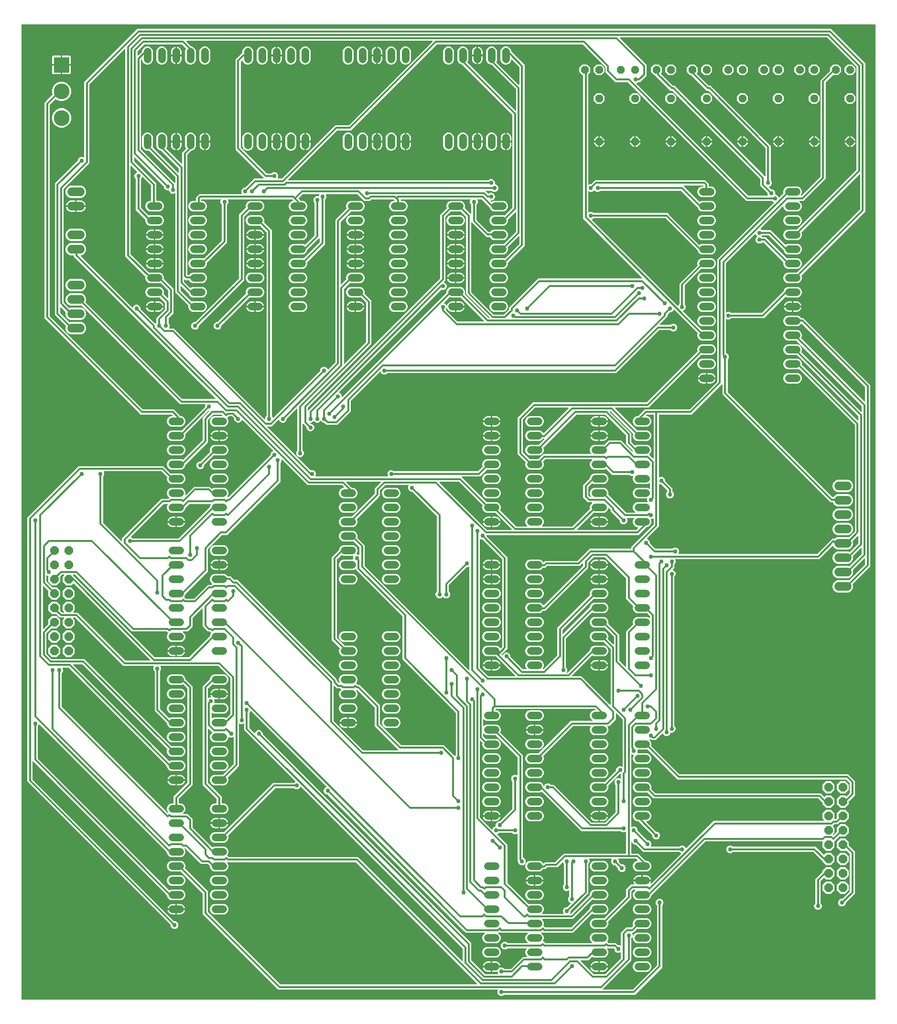
<source format=gbr>
G04 EAGLE Gerber RS-274X export*
G75*
%MOMM*%
%FSLAX34Y34*%
%LPD*%
%INBottom Copper*%
%IPPOS*%
%AMOC8*
5,1,8,0,0,1.08239X$1,22.5*%
G01*
%ADD10C,1.320800*%
%ADD11P,1.429621X8X22.500000*%
%ADD12P,1.429621X8X112.500000*%
%ADD13R,2.781300X2.781300*%
%ADD14C,2.781300*%
%ADD15C,1.524000*%
%ADD16P,1.649562X8X112.500000*%
%ADD17C,0.304800*%
%ADD18C,0.756400*%

G36*
X1543378Y5084D02*
X1543378Y5084D01*
X1543397Y5082D01*
X1543499Y5104D01*
X1543601Y5120D01*
X1543618Y5130D01*
X1543638Y5134D01*
X1543727Y5187D01*
X1543818Y5236D01*
X1543832Y5250D01*
X1543849Y5260D01*
X1543916Y5339D01*
X1543988Y5414D01*
X1543996Y5432D01*
X1544009Y5447D01*
X1544048Y5543D01*
X1544091Y5637D01*
X1544093Y5657D01*
X1544101Y5675D01*
X1544119Y5842D01*
X1544119Y1730758D01*
X1544116Y1730778D01*
X1544118Y1730797D01*
X1544096Y1730899D01*
X1544080Y1731001D01*
X1544070Y1731018D01*
X1544066Y1731038D01*
X1544013Y1731127D01*
X1543964Y1731218D01*
X1543950Y1731232D01*
X1543940Y1731249D01*
X1543861Y1731316D01*
X1543786Y1731388D01*
X1543768Y1731396D01*
X1543753Y1731409D01*
X1543657Y1731448D01*
X1543563Y1731491D01*
X1543543Y1731493D01*
X1543525Y1731501D01*
X1543358Y1731519D01*
X31242Y1731519D01*
X31222Y1731516D01*
X31203Y1731518D01*
X31101Y1731496D01*
X30999Y1731480D01*
X30982Y1731470D01*
X30962Y1731466D01*
X30873Y1731413D01*
X30782Y1731364D01*
X30768Y1731350D01*
X30751Y1731340D01*
X30684Y1731261D01*
X30612Y1731186D01*
X30604Y1731168D01*
X30591Y1731153D01*
X30552Y1731057D01*
X30509Y1730963D01*
X30507Y1730943D01*
X30499Y1730925D01*
X30481Y1730758D01*
X30481Y5842D01*
X30484Y5822D01*
X30482Y5803D01*
X30504Y5701D01*
X30520Y5599D01*
X30530Y5582D01*
X30534Y5562D01*
X30587Y5473D01*
X30636Y5382D01*
X30650Y5368D01*
X30660Y5351D01*
X30739Y5284D01*
X30814Y5212D01*
X30832Y5204D01*
X30847Y5191D01*
X30943Y5152D01*
X31037Y5109D01*
X31057Y5107D01*
X31075Y5099D01*
X31242Y5081D01*
X1543358Y5081D01*
X1543378Y5084D01*
G37*
%LPC*%
G36*
X879513Y11457D02*
X879513Y11457D01*
X877003Y12497D01*
X875081Y14419D01*
X874041Y16929D01*
X874041Y19647D01*
X874936Y21807D01*
X874946Y21851D01*
X874966Y21893D01*
X874974Y21970D01*
X874992Y22046D01*
X874988Y22092D01*
X874993Y22137D01*
X874976Y22214D01*
X874969Y22291D01*
X874950Y22333D01*
X874941Y22378D01*
X874901Y22445D01*
X874869Y22516D01*
X874838Y22550D01*
X874814Y22589D01*
X874755Y22640D01*
X874703Y22697D01*
X874662Y22719D01*
X874628Y22749D01*
X874555Y22778D01*
X874487Y22815D01*
X874442Y22824D01*
X874399Y22841D01*
X874263Y22856D01*
X874245Y22859D01*
X874240Y22858D01*
X874233Y22859D01*
X485786Y22859D01*
X352043Y156602D01*
X352043Y192863D01*
X352029Y192953D01*
X352021Y193044D01*
X352009Y193073D01*
X352004Y193105D01*
X351961Y193186D01*
X351925Y193270D01*
X351899Y193302D01*
X351888Y193323D01*
X351865Y193345D01*
X351820Y193401D01*
X313797Y231424D01*
X313723Y231477D01*
X313653Y231537D01*
X313623Y231549D01*
X313597Y231568D01*
X313510Y231595D01*
X313425Y231629D01*
X313384Y231633D01*
X313362Y231640D01*
X313330Y231639D01*
X313259Y231647D01*
X296276Y231647D01*
X292728Y233117D01*
X290013Y235832D01*
X288543Y239380D01*
X288543Y243220D01*
X290013Y246768D01*
X292728Y249483D01*
X296276Y250953D01*
X313324Y250953D01*
X316872Y249483D01*
X319587Y246768D01*
X321057Y243220D01*
X321057Y239380D01*
X320583Y238236D01*
X320556Y238122D01*
X320528Y238009D01*
X320528Y238003D01*
X320527Y237997D01*
X320538Y237880D01*
X320547Y237764D01*
X320549Y237758D01*
X320550Y237752D01*
X320598Y237645D01*
X320643Y237538D01*
X320648Y237532D01*
X320650Y237527D01*
X320663Y237514D01*
X320748Y237407D01*
X358287Y199868D01*
X361189Y196966D01*
X361189Y160705D01*
X361203Y160615D01*
X361211Y160524D01*
X361223Y160495D01*
X361228Y160463D01*
X361271Y160382D01*
X361307Y160298D01*
X361333Y160266D01*
X361344Y160245D01*
X361367Y160223D01*
X361412Y160167D01*
X489351Y32228D01*
X489425Y32175D01*
X489495Y32115D01*
X489525Y32103D01*
X489551Y32084D01*
X489638Y32057D01*
X489723Y32023D01*
X489764Y32019D01*
X489786Y32012D01*
X489818Y32013D01*
X489889Y32005D01*
X837515Y32005D01*
X837585Y32016D01*
X837657Y32018D01*
X837706Y32036D01*
X837757Y32044D01*
X837821Y32078D01*
X837888Y32103D01*
X837929Y32135D01*
X837975Y32160D01*
X838024Y32212D01*
X838080Y32256D01*
X838108Y32300D01*
X838144Y32338D01*
X838174Y32403D01*
X838213Y32463D01*
X838226Y32514D01*
X838248Y32561D01*
X838256Y32632D01*
X838273Y32702D01*
X838269Y32754D01*
X838275Y32805D01*
X838260Y32876D01*
X838254Y32947D01*
X838234Y32995D01*
X838223Y33046D01*
X838186Y33107D01*
X838158Y33173D01*
X838113Y33229D01*
X838096Y33257D01*
X838079Y33272D01*
X838053Y33304D01*
X623169Y248188D01*
X623095Y248241D01*
X623025Y248301D01*
X622995Y248313D01*
X622969Y248332D01*
X622882Y248359D01*
X622797Y248393D01*
X622756Y248397D01*
X622734Y248404D01*
X622702Y248403D01*
X622631Y248411D01*
X395982Y248411D01*
X395911Y248400D01*
X395839Y248398D01*
X395790Y248380D01*
X395739Y248372D01*
X395675Y248338D01*
X395608Y248313D01*
X395567Y248281D01*
X395521Y248256D01*
X395472Y248205D01*
X395416Y248160D01*
X395388Y248116D01*
X395352Y248078D01*
X395322Y248013D01*
X395283Y247953D01*
X395270Y247902D01*
X395248Y247855D01*
X395241Y247784D01*
X395223Y247714D01*
X395227Y247662D01*
X395221Y247611D01*
X395237Y247540D01*
X395242Y247469D01*
X395263Y247421D01*
X395274Y247370D01*
X395310Y247309D01*
X395338Y247243D01*
X395383Y247187D01*
X395400Y247159D01*
X395417Y247144D01*
X395443Y247112D01*
X395787Y246768D01*
X397257Y243220D01*
X397257Y239380D01*
X395787Y235832D01*
X393072Y233117D01*
X389524Y231647D01*
X372476Y231647D01*
X368928Y233117D01*
X366213Y235832D01*
X364743Y239380D01*
X364743Y241123D01*
X364729Y241213D01*
X364721Y241304D01*
X364709Y241333D01*
X364704Y241365D01*
X364661Y241446D01*
X364625Y241530D01*
X364599Y241562D01*
X364588Y241583D01*
X364565Y241605D01*
X364520Y241661D01*
X361041Y245140D01*
X360967Y245193D01*
X360897Y245253D01*
X360867Y245265D01*
X360841Y245284D01*
X360754Y245311D01*
X360669Y245345D01*
X360628Y245349D01*
X360606Y245356D01*
X360574Y245355D01*
X360503Y245363D01*
X348626Y245363D01*
X321417Y272572D01*
X321343Y272625D01*
X321273Y272685D01*
X321243Y272697D01*
X321217Y272716D01*
X321130Y272743D01*
X321045Y272777D01*
X321004Y272781D01*
X320982Y272788D01*
X320950Y272787D01*
X320879Y272795D01*
X320467Y272795D01*
X320421Y272788D01*
X320375Y272790D01*
X320301Y272768D01*
X320224Y272756D01*
X320183Y272734D01*
X320139Y272721D01*
X320075Y272677D01*
X320006Y272640D01*
X319975Y272607D01*
X319937Y272581D01*
X319891Y272518D01*
X319837Y272462D01*
X319818Y272420D01*
X319790Y272384D01*
X319766Y272310D01*
X319733Y272239D01*
X319728Y272193D01*
X319714Y272150D01*
X319715Y272072D01*
X319706Y271995D01*
X319716Y271950D01*
X319717Y271904D01*
X319755Y271772D01*
X319759Y271754D01*
X319761Y271750D01*
X319763Y271743D01*
X321057Y268620D01*
X321057Y264780D01*
X319587Y261232D01*
X316872Y258517D01*
X313324Y257047D01*
X296276Y257047D01*
X292728Y258517D01*
X290013Y261232D01*
X288543Y264780D01*
X288543Y265507D01*
X288529Y265597D01*
X288521Y265688D01*
X288509Y265717D01*
X288504Y265749D01*
X288461Y265830D01*
X288425Y265914D01*
X288399Y265946D01*
X288388Y265967D01*
X288365Y265989D01*
X288320Y266045D01*
X62574Y491791D01*
X62537Y491817D01*
X62506Y491851D01*
X62438Y491889D01*
X62375Y491934D01*
X62331Y491948D01*
X62291Y491970D01*
X62214Y491984D01*
X62140Y492007D01*
X62094Y492005D01*
X62049Y492014D01*
X61972Y492002D01*
X61894Y492000D01*
X61851Y491984D01*
X61805Y491978D01*
X61736Y491943D01*
X61663Y491916D01*
X61627Y491887D01*
X61586Y491866D01*
X61531Y491811D01*
X61471Y491762D01*
X61446Y491723D01*
X61414Y491691D01*
X61348Y491571D01*
X61338Y491555D01*
X61337Y491550D01*
X61333Y491544D01*
X60655Y489907D01*
X59660Y488912D01*
X59607Y488838D01*
X59547Y488768D01*
X59535Y488738D01*
X59516Y488712D01*
X59489Y488625D01*
X59455Y488540D01*
X59451Y488499D01*
X59444Y488477D01*
X59445Y488445D01*
X59437Y488373D01*
X59437Y431977D01*
X59451Y431887D01*
X59459Y431796D01*
X59471Y431767D01*
X59476Y431735D01*
X59519Y431654D01*
X59555Y431570D01*
X59581Y431538D01*
X59592Y431517D01*
X59615Y431495D01*
X59660Y431439D01*
X292148Y198951D01*
X292241Y198884D01*
X292336Y198813D01*
X292342Y198811D01*
X292347Y198808D01*
X292458Y198774D01*
X292570Y198737D01*
X292576Y198737D01*
X292582Y198735D01*
X292699Y198738D01*
X292816Y198740D01*
X292823Y198742D01*
X292828Y198742D01*
X292846Y198748D01*
X292977Y198786D01*
X296276Y200153D01*
X313324Y200153D01*
X316872Y198683D01*
X319587Y195968D01*
X321057Y192420D01*
X321057Y188580D01*
X319587Y185032D01*
X316872Y182317D01*
X313324Y180847D01*
X296276Y180847D01*
X292728Y182317D01*
X290013Y185032D01*
X288543Y188580D01*
X288543Y189307D01*
X288540Y189325D01*
X288542Y189343D01*
X288527Y189411D01*
X288521Y189488D01*
X288509Y189517D01*
X288504Y189549D01*
X288493Y189569D01*
X288490Y189583D01*
X288458Y189636D01*
X288425Y189714D01*
X288399Y189746D01*
X288388Y189767D01*
X288369Y189785D01*
X288364Y189794D01*
X288354Y189802D01*
X288320Y189845D01*
X53193Y424972D01*
X51592Y426573D01*
X51534Y426615D01*
X51482Y426664D01*
X51435Y426686D01*
X51393Y426716D01*
X51324Y426738D01*
X51259Y426768D01*
X51207Y426773D01*
X51157Y426789D01*
X51086Y426787D01*
X51015Y426795D01*
X50964Y426784D01*
X50912Y426782D01*
X50844Y426758D01*
X50774Y426743D01*
X50729Y426716D01*
X50681Y426698D01*
X50625Y426653D01*
X50563Y426616D01*
X50529Y426577D01*
X50489Y426544D01*
X50450Y426484D01*
X50403Y426430D01*
X50384Y426381D01*
X50356Y426337D01*
X50338Y426268D01*
X50311Y426201D01*
X50303Y426130D01*
X50295Y426099D01*
X50297Y426076D01*
X50293Y426035D01*
X50293Y395401D01*
X50307Y395311D01*
X50315Y395220D01*
X50327Y395191D01*
X50332Y395159D01*
X50375Y395078D01*
X50411Y394994D01*
X50437Y394962D01*
X50448Y394941D01*
X50471Y394919D01*
X50516Y394863D01*
X301165Y144214D01*
X301239Y144161D01*
X301309Y144101D01*
X301339Y144089D01*
X301365Y144070D01*
X301452Y144043D01*
X301537Y144009D01*
X301578Y144005D01*
X301600Y143998D01*
X301632Y143999D01*
X301703Y143991D01*
X303111Y143991D01*
X305621Y142951D01*
X307543Y141029D01*
X308583Y138519D01*
X308583Y135801D01*
X307543Y133291D01*
X305621Y131369D01*
X303111Y130329D01*
X300393Y130329D01*
X297883Y131369D01*
X295961Y133291D01*
X294921Y135801D01*
X294921Y137209D01*
X294907Y137299D01*
X294899Y137390D01*
X294887Y137419D01*
X294882Y137451D01*
X294839Y137532D01*
X294803Y137616D01*
X294777Y137648D01*
X294766Y137669D01*
X294743Y137691D01*
X294698Y137747D01*
X44049Y388396D01*
X41147Y391298D01*
X41147Y858382D01*
X132218Y949453D01*
X282310Y949453D01*
X295021Y936742D01*
X295116Y936674D01*
X295210Y936604D01*
X295216Y936602D01*
X295221Y936598D01*
X295332Y936564D01*
X295444Y936528D01*
X295450Y936528D01*
X295456Y936526D01*
X295573Y936529D01*
X295690Y936530D01*
X295697Y936532D01*
X295702Y936532D01*
X295719Y936538D01*
X295851Y936577D01*
X296276Y936753D01*
X313324Y936753D01*
X316872Y935283D01*
X319587Y932568D01*
X321057Y929020D01*
X321057Y925180D01*
X319587Y921632D01*
X316872Y918917D01*
X313324Y917447D01*
X296276Y917447D01*
X292728Y918917D01*
X290013Y921632D01*
X288543Y925180D01*
X288543Y929020D01*
X288719Y929445D01*
X288746Y929559D01*
X288775Y929672D01*
X288774Y929679D01*
X288776Y929685D01*
X288765Y929801D01*
X288755Y929918D01*
X288753Y929923D01*
X288752Y929930D01*
X288705Y930037D01*
X288659Y930144D01*
X288655Y930150D01*
X288652Y930154D01*
X288640Y930168D01*
X288554Y930275D01*
X278745Y940084D01*
X278671Y940137D01*
X278601Y940197D01*
X278571Y940209D01*
X278545Y940228D01*
X278458Y940255D01*
X278373Y940289D01*
X278332Y940293D01*
X278310Y940300D01*
X278278Y940299D01*
X278207Y940307D01*
X177327Y940307D01*
X177282Y940300D01*
X177236Y940302D01*
X177161Y940280D01*
X177085Y940268D01*
X177044Y940246D01*
X177000Y940233D01*
X176936Y940189D01*
X176867Y940152D01*
X176836Y940119D01*
X176798Y940093D01*
X176751Y940030D01*
X176698Y939974D01*
X176678Y939932D01*
X176651Y939896D01*
X176627Y939822D01*
X176594Y939751D01*
X176589Y939705D01*
X176575Y939662D01*
X176576Y939584D01*
X176567Y939507D01*
X176577Y939462D01*
X176577Y939416D01*
X176615Y939284D01*
X176619Y939266D01*
X176622Y939262D01*
X176624Y939255D01*
X177519Y937095D01*
X177519Y934377D01*
X176479Y931867D01*
X175484Y930872D01*
X175431Y930798D01*
X175371Y930728D01*
X175359Y930698D01*
X175340Y930672D01*
X175313Y930585D01*
X175279Y930500D01*
X175275Y930459D01*
X175268Y930437D01*
X175269Y930405D01*
X175261Y930333D01*
X175261Y849553D01*
X175275Y849463D01*
X175283Y849372D01*
X175295Y849343D01*
X175300Y849311D01*
X175343Y849230D01*
X175379Y849146D01*
X175405Y849114D01*
X175416Y849093D01*
X175439Y849071D01*
X175484Y849015D01*
X207488Y817011D01*
X207546Y816969D01*
X207598Y816920D01*
X207645Y816898D01*
X207687Y816868D01*
X207756Y816846D01*
X207821Y816816D01*
X207873Y816810D01*
X207923Y816795D01*
X207994Y816797D01*
X208065Y816789D01*
X208116Y816800D01*
X208168Y816802D01*
X208236Y816826D01*
X208306Y816841D01*
X208351Y816868D01*
X208399Y816886D01*
X208455Y816931D01*
X208517Y816968D01*
X208551Y817007D01*
X208591Y817040D01*
X208630Y817100D01*
X208677Y817154D01*
X208696Y817203D01*
X208724Y817247D01*
X208742Y817316D01*
X208769Y817383D01*
X208777Y817454D01*
X208785Y817485D01*
X208783Y817508D01*
X208787Y817549D01*
X208787Y821806D01*
X278522Y891541D01*
X290399Y891541D01*
X290489Y891555D01*
X290580Y891563D01*
X290609Y891575D01*
X290641Y891580D01*
X290722Y891623D01*
X290806Y891659D01*
X290838Y891685D01*
X290859Y891696D01*
X290881Y891719D01*
X290937Y891764D01*
X292171Y892998D01*
X292182Y893014D01*
X292198Y893026D01*
X292254Y893114D01*
X292314Y893197D01*
X292320Y893216D01*
X292331Y893233D01*
X292356Y893334D01*
X292387Y893432D01*
X292386Y893452D01*
X292391Y893472D01*
X292383Y893575D01*
X292380Y893678D01*
X292373Y893697D01*
X292372Y893717D01*
X292332Y893812D01*
X292296Y893909D01*
X292283Y893925D01*
X292276Y893943D01*
X292171Y894074D01*
X290013Y896232D01*
X288543Y899780D01*
X288543Y903620D01*
X290013Y907168D01*
X292728Y909883D01*
X296276Y911353D01*
X313324Y911353D01*
X316872Y909883D01*
X319587Y907168D01*
X321057Y903620D01*
X321057Y899780D01*
X320909Y899423D01*
X320887Y899328D01*
X320858Y899235D01*
X320859Y899209D01*
X320853Y899183D01*
X320862Y899087D01*
X320864Y898989D01*
X320873Y898964D01*
X320876Y898938D01*
X320915Y898849D01*
X320949Y898758D01*
X320965Y898738D01*
X320976Y898714D01*
X321042Y898642D01*
X321102Y898566D01*
X321124Y898552D01*
X321142Y898533D01*
X321228Y898486D01*
X321309Y898433D01*
X321335Y898427D01*
X321358Y898414D01*
X321454Y898397D01*
X321548Y898373D01*
X321574Y898375D01*
X321600Y898370D01*
X321696Y898385D01*
X321793Y898392D01*
X321817Y898402D01*
X321843Y898406D01*
X321930Y898450D01*
X322019Y898488D01*
X322045Y898509D01*
X322062Y898518D01*
X322086Y898541D01*
X322150Y898593D01*
X336434Y912877D01*
X364606Y912877D01*
X367726Y909757D01*
X367742Y909746D01*
X367754Y909730D01*
X367841Y909674D01*
X367925Y909614D01*
X367944Y909608D01*
X367961Y909597D01*
X368062Y909572D01*
X368160Y909541D01*
X368180Y909542D01*
X368200Y909537D01*
X368303Y909545D01*
X368406Y909548D01*
X368425Y909555D01*
X368445Y909556D01*
X368540Y909596D01*
X368637Y909632D01*
X368653Y909645D01*
X368671Y909652D01*
X368802Y909757D01*
X368928Y909883D01*
X372476Y911353D01*
X389524Y911353D01*
X393072Y909883D01*
X395787Y907168D01*
X397257Y903620D01*
X397257Y899780D01*
X395787Y896232D01*
X395443Y895888D01*
X395401Y895830D01*
X395352Y895778D01*
X395330Y895731D01*
X395300Y895689D01*
X395279Y895620D01*
X395248Y895555D01*
X395243Y895503D01*
X395227Y895453D01*
X395229Y895382D01*
X395221Y895311D01*
X395232Y895260D01*
X395234Y895208D01*
X395258Y895140D01*
X395274Y895070D01*
X395300Y895025D01*
X395318Y894977D01*
X395363Y894921D01*
X395400Y894859D01*
X395439Y894825D01*
X395472Y894785D01*
X395532Y894746D01*
X395587Y894699D01*
X395635Y894680D01*
X395679Y894652D01*
X395748Y894634D01*
X395815Y894607D01*
X395886Y894599D01*
X395917Y894591D01*
X395941Y894593D01*
X395982Y894589D01*
X397079Y894589D01*
X397169Y894603D01*
X397260Y894611D01*
X397289Y894623D01*
X397321Y894628D01*
X397402Y894671D01*
X397486Y894707D01*
X397518Y894733D01*
X397539Y894744D01*
X397561Y894767D01*
X397617Y894812D01*
X471482Y968677D01*
X471535Y968751D01*
X471595Y968821D01*
X471607Y968851D01*
X471626Y968877D01*
X471653Y968964D01*
X471687Y969049D01*
X471691Y969090D01*
X471698Y969112D01*
X471697Y969144D01*
X471705Y969215D01*
X471705Y970623D01*
X472745Y973133D01*
X474667Y975055D01*
X476304Y975733D01*
X476343Y975757D01*
X476386Y975773D01*
X476427Y975806D01*
X476471Y975829D01*
X476489Y975848D01*
X476513Y975863D01*
X476542Y975898D01*
X476578Y975927D01*
X476607Y975973D01*
X476641Y976008D01*
X476651Y976029D01*
X476670Y976052D01*
X476686Y976095D01*
X476711Y976133D01*
X476725Y976188D01*
X476744Y976231D01*
X476747Y976253D01*
X476758Y976282D01*
X476760Y976327D01*
X476771Y976372D01*
X476766Y976430D01*
X476772Y976475D01*
X476767Y976496D01*
X476768Y976527D01*
X476755Y976572D01*
X476752Y976617D01*
X476729Y976671D01*
X476719Y976716D01*
X476708Y976734D01*
X476700Y976764D01*
X476673Y976801D01*
X476656Y976844D01*
X476605Y976906D01*
X476593Y976927D01*
X476580Y976938D01*
X476570Y976950D01*
X476559Y976966D01*
X476555Y976969D01*
X476551Y976974D01*
X422238Y1031287D01*
X422201Y1031313D01*
X422170Y1031347D01*
X422102Y1031385D01*
X422039Y1031430D01*
X421995Y1031444D01*
X421955Y1031466D01*
X421878Y1031480D01*
X421804Y1031503D01*
X421758Y1031501D01*
X421713Y1031510D01*
X421636Y1031498D01*
X421558Y1031496D01*
X421515Y1031480D01*
X421469Y1031474D01*
X421400Y1031438D01*
X421327Y1031412D01*
X421291Y1031383D01*
X421250Y1031362D01*
X421195Y1031307D01*
X421135Y1031258D01*
X421110Y1031219D01*
X421078Y1031187D01*
X421012Y1031067D01*
X421002Y1031051D01*
X421000Y1031046D01*
X420997Y1031040D01*
X420319Y1029403D01*
X418397Y1027481D01*
X415887Y1026441D01*
X413169Y1026441D01*
X410659Y1027481D01*
X408737Y1029403D01*
X407697Y1031913D01*
X407697Y1033321D01*
X407683Y1033411D01*
X407675Y1033502D01*
X407663Y1033531D01*
X407658Y1033563D01*
X407615Y1033644D01*
X407579Y1033728D01*
X407553Y1033760D01*
X407542Y1033781D01*
X407519Y1033803D01*
X407474Y1033859D01*
X403713Y1037620D01*
X403639Y1037673D01*
X403569Y1037733D01*
X403539Y1037745D01*
X403513Y1037764D01*
X403426Y1037791D01*
X403341Y1037825D01*
X403300Y1037829D01*
X403278Y1037836D01*
X403246Y1037835D01*
X403175Y1037843D01*
X398449Y1037843D01*
X398359Y1037829D01*
X398268Y1037821D01*
X398239Y1037809D01*
X398207Y1037804D01*
X398126Y1037761D01*
X398042Y1037725D01*
X398010Y1037699D01*
X397989Y1037688D01*
X397967Y1037665D01*
X397911Y1037620D01*
X395661Y1035370D01*
X395650Y1035354D01*
X395634Y1035342D01*
X395578Y1035254D01*
X395518Y1035171D01*
X395512Y1035152D01*
X395501Y1035135D01*
X395476Y1035035D01*
X395445Y1034936D01*
X395446Y1034916D01*
X395441Y1034896D01*
X395449Y1034793D01*
X395452Y1034690D01*
X395459Y1034671D01*
X395460Y1034651D01*
X395501Y1034556D01*
X395536Y1034459D01*
X395549Y1034443D01*
X395556Y1034425D01*
X395661Y1034294D01*
X395787Y1034168D01*
X397257Y1030620D01*
X397257Y1026780D01*
X395787Y1023232D01*
X393072Y1020517D01*
X389524Y1019047D01*
X372476Y1019047D01*
X368928Y1020517D01*
X366213Y1023232D01*
X364743Y1026780D01*
X364743Y1030620D01*
X366213Y1034168D01*
X368928Y1036883D01*
X372476Y1038353D01*
X385903Y1038353D01*
X385973Y1038364D01*
X386045Y1038366D01*
X386094Y1038384D01*
X386145Y1038392D01*
X386209Y1038426D01*
X386276Y1038451D01*
X386317Y1038483D01*
X386363Y1038508D01*
X386412Y1038560D01*
X386468Y1038604D01*
X386496Y1038648D01*
X386532Y1038686D01*
X386562Y1038751D01*
X386601Y1038811D01*
X386614Y1038862D01*
X386636Y1038909D01*
X386644Y1038980D01*
X386661Y1039050D01*
X386657Y1039102D01*
X386663Y1039153D01*
X386648Y1039224D01*
X386642Y1039295D01*
X386622Y1039343D01*
X386611Y1039394D01*
X386574Y1039455D01*
X386546Y1039521D01*
X386501Y1039577D01*
X386484Y1039605D01*
X386467Y1039620D01*
X386441Y1039652D01*
X385425Y1040668D01*
X385351Y1040721D01*
X385281Y1040781D01*
X385251Y1040793D01*
X385225Y1040812D01*
X385138Y1040839D01*
X385053Y1040873D01*
X385012Y1040877D01*
X384990Y1040884D01*
X384958Y1040883D01*
X384887Y1040891D01*
X371017Y1040891D01*
X370927Y1040877D01*
X370836Y1040869D01*
X370807Y1040857D01*
X370775Y1040852D01*
X370694Y1040809D01*
X370610Y1040773D01*
X370578Y1040747D01*
X370557Y1040736D01*
X370535Y1040713D01*
X370479Y1040668D01*
X361412Y1031601D01*
X361359Y1031527D01*
X361299Y1031457D01*
X361287Y1031427D01*
X361268Y1031401D01*
X361241Y1031314D01*
X361207Y1031229D01*
X361203Y1031188D01*
X361196Y1031166D01*
X361197Y1031134D01*
X361189Y1031063D01*
X361189Y991754D01*
X321280Y951845D01*
X321237Y951785D01*
X321196Y951743D01*
X321189Y951727D01*
X321167Y951701D01*
X321155Y951671D01*
X321136Y951645D01*
X321109Y951558D01*
X321101Y951537D01*
X321093Y951519D01*
X321092Y951516D01*
X321075Y951473D01*
X321071Y951432D01*
X321064Y951410D01*
X321065Y951378D01*
X321057Y951307D01*
X321057Y950580D01*
X319587Y947032D01*
X316872Y944317D01*
X313324Y942847D01*
X296276Y942847D01*
X292728Y944317D01*
X290013Y947032D01*
X288543Y950580D01*
X288543Y954420D01*
X290013Y957968D01*
X292728Y960683D01*
X296276Y962153D01*
X313324Y962153D01*
X316623Y960786D01*
X316736Y960760D01*
X316850Y960731D01*
X316856Y960732D01*
X316862Y960730D01*
X316979Y960741D01*
X317095Y960750D01*
X317101Y960753D01*
X317107Y960753D01*
X317215Y960801D01*
X317322Y960847D01*
X317327Y960851D01*
X317332Y960853D01*
X317346Y960866D01*
X317452Y960951D01*
X351820Y995319D01*
X351873Y995393D01*
X351933Y995463D01*
X351945Y995493D01*
X351964Y995519D01*
X351991Y995606D01*
X352025Y995691D01*
X352029Y995732D01*
X352036Y995754D01*
X352035Y995786D01*
X352043Y995857D01*
X352043Y1035166D01*
X363355Y1046478D01*
X363397Y1046536D01*
X363446Y1046588D01*
X363468Y1046635D01*
X363498Y1046677D01*
X363520Y1046746D01*
X363550Y1046811D01*
X363555Y1046863D01*
X363571Y1046913D01*
X363569Y1046984D01*
X363577Y1047055D01*
X363566Y1047106D01*
X363564Y1047158D01*
X363540Y1047226D01*
X363525Y1047296D01*
X363498Y1047341D01*
X363480Y1047389D01*
X363435Y1047445D01*
X363398Y1047507D01*
X363359Y1047541D01*
X363326Y1047581D01*
X363266Y1047620D01*
X363212Y1047667D01*
X363163Y1047686D01*
X363119Y1047714D01*
X363050Y1047732D01*
X362983Y1047759D01*
X362912Y1047767D01*
X362881Y1047775D01*
X362858Y1047773D01*
X362817Y1047777D01*
X362663Y1047777D01*
X362573Y1047763D01*
X362482Y1047755D01*
X362453Y1047743D01*
X362421Y1047738D01*
X362340Y1047695D01*
X362256Y1047659D01*
X362224Y1047633D01*
X362203Y1047622D01*
X362181Y1047599D01*
X362125Y1047554D01*
X321046Y1006475D01*
X320978Y1006380D01*
X320908Y1006286D01*
X320906Y1006280D01*
X320902Y1006275D01*
X320868Y1006164D01*
X320832Y1006052D01*
X320832Y1006046D01*
X320830Y1006040D01*
X320833Y1005923D01*
X320834Y1005806D01*
X320836Y1005799D01*
X320836Y1005794D01*
X320843Y1005777D01*
X320881Y1005645D01*
X321057Y1005220D01*
X321057Y1001380D01*
X319587Y997832D01*
X316872Y995117D01*
X313324Y993647D01*
X296276Y993647D01*
X292728Y995117D01*
X290013Y997832D01*
X288543Y1001380D01*
X288543Y1005220D01*
X290013Y1008768D01*
X292728Y1011483D01*
X296276Y1012953D01*
X313324Y1012953D01*
X313749Y1012777D01*
X313862Y1012750D01*
X313976Y1012721D01*
X313983Y1012722D01*
X313989Y1012720D01*
X314105Y1012731D01*
X314222Y1012741D01*
X314227Y1012743D01*
X314234Y1012744D01*
X314341Y1012792D01*
X314448Y1012837D01*
X314454Y1012841D01*
X314458Y1012844D01*
X314472Y1012856D01*
X314579Y1012942D01*
X355658Y1054021D01*
X355711Y1054095D01*
X355771Y1054165D01*
X355783Y1054195D01*
X355802Y1054221D01*
X355829Y1054308D01*
X355863Y1054393D01*
X355867Y1054434D01*
X355874Y1054456D01*
X355873Y1054488D01*
X355881Y1054559D01*
X355881Y1055967D01*
X356776Y1058127D01*
X356786Y1058171D01*
X356806Y1058213D01*
X356814Y1058290D01*
X356832Y1058366D01*
X356828Y1058412D01*
X356833Y1058457D01*
X356816Y1058534D01*
X356809Y1058611D01*
X356790Y1058653D01*
X356781Y1058698D01*
X356741Y1058765D01*
X356709Y1058836D01*
X356678Y1058870D01*
X356654Y1058909D01*
X356595Y1058960D01*
X356543Y1059017D01*
X356502Y1059039D01*
X356468Y1059069D01*
X356395Y1059098D01*
X356327Y1059135D01*
X356282Y1059144D01*
X356239Y1059161D01*
X356103Y1059176D01*
X356085Y1059179D01*
X356080Y1059178D01*
X356073Y1059179D01*
X312050Y1059179D01*
X309148Y1062081D01*
X137495Y1233734D01*
X137401Y1233802D01*
X137306Y1233872D01*
X137300Y1233874D01*
X137295Y1233878D01*
X137184Y1233912D01*
X137072Y1233949D01*
X137066Y1233948D01*
X137060Y1233950D01*
X136943Y1233947D01*
X136826Y1233946D01*
X136819Y1233944D01*
X136814Y1233944D01*
X136797Y1233938D01*
X136775Y1233931D01*
X117258Y1233931D01*
X113337Y1235555D01*
X110335Y1238557D01*
X108711Y1242478D01*
X108711Y1246722D01*
X110335Y1250643D01*
X113337Y1253645D01*
X117258Y1255269D01*
X136742Y1255269D01*
X140663Y1253645D01*
X143665Y1250643D01*
X145289Y1246722D01*
X145289Y1242478D01*
X144428Y1240400D01*
X144401Y1240286D01*
X144373Y1240172D01*
X144373Y1240166D01*
X144372Y1240160D01*
X144383Y1240043D01*
X144392Y1239927D01*
X144394Y1239922D01*
X144395Y1239915D01*
X144443Y1239808D01*
X144488Y1239701D01*
X144493Y1239695D01*
X144495Y1239690D01*
X144507Y1239677D01*
X144593Y1239570D01*
X315615Y1068548D01*
X315689Y1068495D01*
X315759Y1068435D01*
X315789Y1068423D01*
X315815Y1068404D01*
X315902Y1068377D01*
X315987Y1068343D01*
X316028Y1068339D01*
X316050Y1068332D01*
X316082Y1068333D01*
X316153Y1068325D01*
X374219Y1068325D01*
X374289Y1068336D01*
X374361Y1068338D01*
X374410Y1068356D01*
X374461Y1068364D01*
X374525Y1068398D01*
X374592Y1068423D01*
X374633Y1068455D01*
X374679Y1068480D01*
X374728Y1068532D01*
X374784Y1068576D01*
X374812Y1068620D01*
X374848Y1068658D01*
X374878Y1068723D01*
X374917Y1068783D01*
X374930Y1068834D01*
X374952Y1068881D01*
X374960Y1068952D01*
X374977Y1069022D01*
X374973Y1069074D01*
X374979Y1069125D01*
X374964Y1069196D01*
X374958Y1069267D01*
X374938Y1069315D01*
X374927Y1069366D01*
X374890Y1069427D01*
X374862Y1069493D01*
X374817Y1069549D01*
X374800Y1069577D01*
X374783Y1069592D01*
X374757Y1069624D01*
X123443Y1320938D01*
X123443Y1322070D01*
X123442Y1322079D01*
X123442Y1322083D01*
X123440Y1322092D01*
X123442Y1322109D01*
X123420Y1322211D01*
X123404Y1322313D01*
X123394Y1322330D01*
X123390Y1322350D01*
X123337Y1322439D01*
X123288Y1322530D01*
X123274Y1322544D01*
X123264Y1322561D01*
X123185Y1322628D01*
X123110Y1322700D01*
X123092Y1322708D01*
X123077Y1322721D01*
X122981Y1322760D01*
X122887Y1322803D01*
X122867Y1322805D01*
X122849Y1322813D01*
X122682Y1322831D01*
X117258Y1322831D01*
X113337Y1324455D01*
X110335Y1327457D01*
X108711Y1331378D01*
X108711Y1335622D01*
X110335Y1339543D01*
X113337Y1342545D01*
X117258Y1344169D01*
X136742Y1344169D01*
X140663Y1342545D01*
X143665Y1339543D01*
X145289Y1335622D01*
X145289Y1331378D01*
X143665Y1327457D01*
X140663Y1324455D01*
X136742Y1322831D01*
X136321Y1322831D01*
X136251Y1322820D01*
X136179Y1322818D01*
X136130Y1322800D01*
X136079Y1322792D01*
X136015Y1322758D01*
X135948Y1322733D01*
X135907Y1322701D01*
X135861Y1322676D01*
X135812Y1322625D01*
X135756Y1322580D01*
X135728Y1322536D01*
X135692Y1322498D01*
X135662Y1322433D01*
X135623Y1322373D01*
X135610Y1322322D01*
X135588Y1322275D01*
X135580Y1322204D01*
X135563Y1322134D01*
X135567Y1322082D01*
X135561Y1322031D01*
X135576Y1321960D01*
X135582Y1321889D01*
X135602Y1321841D01*
X135613Y1321790D01*
X135650Y1321729D01*
X135678Y1321663D01*
X135723Y1321607D01*
X135740Y1321579D01*
X135757Y1321564D01*
X135766Y1321554D01*
X135766Y1321552D01*
X135767Y1321552D01*
X135783Y1321532D01*
X226986Y1230329D01*
X227023Y1230303D01*
X227054Y1230269D01*
X227122Y1230231D01*
X227185Y1230186D01*
X227229Y1230172D01*
X227269Y1230150D01*
X227346Y1230136D01*
X227420Y1230113D01*
X227466Y1230115D01*
X227511Y1230106D01*
X227588Y1230118D01*
X227666Y1230120D01*
X227709Y1230136D01*
X227755Y1230142D01*
X227824Y1230177D01*
X227897Y1230204D01*
X227933Y1230233D01*
X227974Y1230254D01*
X228029Y1230309D01*
X228089Y1230358D01*
X228114Y1230397D01*
X228146Y1230429D01*
X228212Y1230549D01*
X228222Y1230565D01*
X228223Y1230570D01*
X228227Y1230576D01*
X228905Y1232213D01*
X230827Y1234135D01*
X233337Y1235175D01*
X236055Y1235175D01*
X238565Y1234135D01*
X240487Y1232213D01*
X241527Y1229703D01*
X241527Y1228295D01*
X241541Y1228205D01*
X241549Y1228114D01*
X241561Y1228085D01*
X241566Y1228053D01*
X241609Y1227972D01*
X241645Y1227888D01*
X241671Y1227856D01*
X241682Y1227835D01*
X241705Y1227813D01*
X241750Y1227757D01*
X266847Y1202660D01*
X267613Y1201894D01*
X267629Y1201882D01*
X267642Y1201867D01*
X267729Y1201810D01*
X267813Y1201750D01*
X267832Y1201744D01*
X267849Y1201734D01*
X267949Y1201708D01*
X268048Y1201678D01*
X268068Y1201678D01*
X268087Y1201673D01*
X268190Y1201682D01*
X268294Y1201684D01*
X268313Y1201691D01*
X268332Y1201693D01*
X268427Y1201733D01*
X268525Y1201769D01*
X268540Y1201781D01*
X268559Y1201789D01*
X268690Y1201894D01*
X269524Y1202728D01*
X269577Y1202802D01*
X269637Y1202872D01*
X269649Y1202902D01*
X269668Y1202928D01*
X269695Y1203015D01*
X269729Y1203100D01*
X269733Y1203141D01*
X269740Y1203163D01*
X269739Y1203195D01*
X269747Y1203267D01*
X269747Y1211950D01*
X284764Y1226967D01*
X284817Y1227041D01*
X284877Y1227111D01*
X284889Y1227141D01*
X284908Y1227167D01*
X284935Y1227254D01*
X284969Y1227339D01*
X284973Y1227380D01*
X284980Y1227402D01*
X284979Y1227434D01*
X284987Y1227505D01*
X284987Y1238327D01*
X284985Y1238338D01*
X284986Y1238345D01*
X284978Y1238383D01*
X284973Y1238417D01*
X284965Y1238508D01*
X284953Y1238537D01*
X284948Y1238569D01*
X284905Y1238650D01*
X284869Y1238734D01*
X284843Y1238766D01*
X284832Y1238787D01*
X284809Y1238809D01*
X284764Y1238865D01*
X276120Y1247510D01*
X276025Y1247578D01*
X275931Y1247648D01*
X275925Y1247649D01*
X275920Y1247653D01*
X275808Y1247687D01*
X275697Y1247724D01*
X275691Y1247724D01*
X275685Y1247725D01*
X275568Y1247722D01*
X275451Y1247721D01*
X275444Y1247719D01*
X275439Y1247719D01*
X275422Y1247713D01*
X275290Y1247675D01*
X275224Y1247647D01*
X258176Y1247647D01*
X254628Y1249117D01*
X251913Y1251832D01*
X250443Y1255380D01*
X250443Y1259220D01*
X251913Y1262768D01*
X254628Y1265483D01*
X258176Y1266953D01*
X275224Y1266953D01*
X278772Y1265483D01*
X281487Y1262768D01*
X282957Y1259220D01*
X282957Y1255380D01*
X282632Y1254596D01*
X282605Y1254482D01*
X282577Y1254368D01*
X282577Y1254362D01*
X282576Y1254356D01*
X282587Y1254240D01*
X282596Y1254123D01*
X282598Y1254118D01*
X282599Y1254111D01*
X282636Y1254027D01*
X282639Y1254012D01*
X282652Y1253991D01*
X282692Y1253897D01*
X282697Y1253891D01*
X282699Y1253887D01*
X282711Y1253873D01*
X282756Y1253817D01*
X282766Y1253801D01*
X282776Y1253792D01*
X282797Y1253766D01*
X289784Y1246779D01*
X289842Y1246737D01*
X289894Y1246688D01*
X289941Y1246666D01*
X289983Y1246636D01*
X290052Y1246614D01*
X290117Y1246584D01*
X290169Y1246579D01*
X290219Y1246563D01*
X290290Y1246565D01*
X290361Y1246557D01*
X290412Y1246568D01*
X290464Y1246570D01*
X290532Y1246594D01*
X290602Y1246609D01*
X290647Y1246636D01*
X290695Y1246654D01*
X290751Y1246699D01*
X290813Y1246736D01*
X290847Y1246775D01*
X290887Y1246808D01*
X290926Y1246868D01*
X290973Y1246922D01*
X290992Y1246971D01*
X291020Y1247015D01*
X291038Y1247084D01*
X291065Y1247151D01*
X291073Y1247222D01*
X291081Y1247253D01*
X291079Y1247276D01*
X291083Y1247317D01*
X291083Y1259663D01*
X291069Y1259753D01*
X291061Y1259844D01*
X291049Y1259873D01*
X291044Y1259905D01*
X291001Y1259986D01*
X290965Y1260070D01*
X290939Y1260102D01*
X290928Y1260123D01*
X290905Y1260145D01*
X290860Y1260201D01*
X277556Y1273505D01*
X277462Y1273573D01*
X277368Y1273643D01*
X277362Y1273645D01*
X277357Y1273648D01*
X277246Y1273682D01*
X277134Y1273719D01*
X277128Y1273719D01*
X277122Y1273721D01*
X277005Y1273718D01*
X276888Y1273716D01*
X276881Y1273714D01*
X276876Y1273714D01*
X276858Y1273708D01*
X276727Y1273670D01*
X275224Y1273047D01*
X258176Y1273047D01*
X254628Y1274517D01*
X251913Y1277232D01*
X250443Y1280780D01*
X250443Y1284620D01*
X250471Y1284686D01*
X250497Y1284799D01*
X250526Y1284913D01*
X250525Y1284919D01*
X250527Y1284925D01*
X250516Y1285042D01*
X250507Y1285158D01*
X250504Y1285164D01*
X250504Y1285170D01*
X250456Y1285278D01*
X250410Y1285385D01*
X250406Y1285390D01*
X250404Y1285395D01*
X250391Y1285409D01*
X250306Y1285516D01*
X214883Y1320938D01*
X214883Y1687907D01*
X214872Y1687977D01*
X214870Y1688049D01*
X214852Y1688098D01*
X214844Y1688149D01*
X214810Y1688213D01*
X214785Y1688280D01*
X214753Y1688321D01*
X214728Y1688367D01*
X214676Y1688416D01*
X214632Y1688472D01*
X214588Y1688500D01*
X214550Y1688536D01*
X214485Y1688566D01*
X214425Y1688605D01*
X214374Y1688618D01*
X214327Y1688640D01*
X214256Y1688648D01*
X214186Y1688665D01*
X214134Y1688661D01*
X214083Y1688667D01*
X214012Y1688652D01*
X213941Y1688646D01*
X213893Y1688626D01*
X213842Y1688615D01*
X213781Y1688578D01*
X213715Y1688550D01*
X213659Y1688505D01*
X213631Y1688488D01*
X213616Y1688471D01*
X213584Y1688445D01*
X151100Y1625961D01*
X151047Y1625887D01*
X150987Y1625817D01*
X150975Y1625787D01*
X150956Y1625761D01*
X150929Y1625674D01*
X150895Y1625589D01*
X150891Y1625548D01*
X150884Y1625526D01*
X150885Y1625494D01*
X150877Y1625423D01*
X150877Y1485530D01*
X105380Y1440033D01*
X105327Y1439959D01*
X105267Y1439889D01*
X105255Y1439859D01*
X105236Y1439833D01*
X105209Y1439746D01*
X105175Y1439661D01*
X105171Y1439620D01*
X105164Y1439598D01*
X105165Y1439566D01*
X105157Y1439495D01*
X105157Y1239697D01*
X105171Y1239607D01*
X105179Y1239516D01*
X105191Y1239487D01*
X105196Y1239455D01*
X105239Y1239374D01*
X105275Y1239290D01*
X105301Y1239258D01*
X105312Y1239237D01*
X105335Y1239215D01*
X105380Y1239159D01*
X115068Y1229470D01*
X115164Y1229402D01*
X115257Y1229333D01*
X115263Y1229331D01*
X115268Y1229327D01*
X115380Y1229293D01*
X115491Y1229256D01*
X115497Y1229256D01*
X115503Y1229255D01*
X115620Y1229258D01*
X115737Y1229259D01*
X115744Y1229261D01*
X115749Y1229261D01*
X115766Y1229267D01*
X115898Y1229305D01*
X117258Y1229869D01*
X136742Y1229869D01*
X140663Y1228245D01*
X143665Y1225243D01*
X145289Y1221322D01*
X145289Y1217078D01*
X143665Y1213157D01*
X140663Y1210155D01*
X136742Y1208531D01*
X117258Y1208531D01*
X113337Y1210155D01*
X110335Y1213157D01*
X108711Y1217078D01*
X108711Y1221322D01*
X108977Y1221964D01*
X109004Y1222077D01*
X109032Y1222191D01*
X109032Y1222197D01*
X109033Y1222203D01*
X109022Y1222319D01*
X109013Y1222436D01*
X109011Y1222442D01*
X109010Y1222448D01*
X108962Y1222555D01*
X108917Y1222662D01*
X108912Y1222668D01*
X108910Y1222673D01*
X108897Y1222686D01*
X108812Y1222793D01*
X100360Y1231245D01*
X100302Y1231287D01*
X100250Y1231336D01*
X100203Y1231358D01*
X100161Y1231388D01*
X100092Y1231410D01*
X100027Y1231440D01*
X99975Y1231446D01*
X99925Y1231461D01*
X99854Y1231459D01*
X99783Y1231467D01*
X99732Y1231456D01*
X99680Y1231454D01*
X99612Y1231430D01*
X99542Y1231415D01*
X99498Y1231388D01*
X99449Y1231370D01*
X99393Y1231325D01*
X99331Y1231288D01*
X99297Y1231249D01*
X99257Y1231216D01*
X99218Y1231156D01*
X99171Y1231102D01*
X99152Y1231053D01*
X99124Y1231009D01*
X99106Y1230940D01*
X99092Y1230904D01*
X99089Y1230898D01*
X99089Y1230897D01*
X99079Y1230873D01*
X99071Y1230802D01*
X99063Y1230771D01*
X99065Y1230748D01*
X99061Y1230707D01*
X99061Y1221409D01*
X99075Y1221319D01*
X99083Y1221228D01*
X99095Y1221199D01*
X99100Y1221167D01*
X99143Y1221086D01*
X99179Y1221002D01*
X99205Y1220970D01*
X99216Y1220949D01*
X99239Y1220927D01*
X99284Y1220871D01*
X115787Y1204368D01*
X115882Y1204300D01*
X115975Y1204230D01*
X115981Y1204228D01*
X115987Y1204225D01*
X116098Y1204190D01*
X116209Y1204154D01*
X116216Y1204154D01*
X116222Y1204152D01*
X116338Y1204155D01*
X116455Y1204156D01*
X116462Y1204158D01*
X116468Y1204159D01*
X116485Y1204165D01*
X116616Y1204203D01*
X117258Y1204469D01*
X136742Y1204469D01*
X140663Y1202845D01*
X143665Y1199843D01*
X145289Y1195922D01*
X145289Y1191678D01*
X143665Y1187757D01*
X140663Y1184755D01*
X136742Y1183131D01*
X117258Y1183131D01*
X113337Y1184755D01*
X110335Y1187757D01*
X108711Y1191678D01*
X108711Y1195922D01*
X109275Y1197282D01*
X109301Y1197396D01*
X109330Y1197509D01*
X109329Y1197515D01*
X109331Y1197521D01*
X109320Y1197638D01*
X109311Y1197754D01*
X109308Y1197760D01*
X109308Y1197766D01*
X109260Y1197874D01*
X109214Y1197981D01*
X109210Y1197987D01*
X109208Y1197991D01*
X109195Y1198005D01*
X109110Y1198112D01*
X89915Y1217306D01*
X89915Y1449694D01*
X92817Y1452596D01*
X130106Y1489885D01*
X130159Y1489959D01*
X130219Y1490029D01*
X130231Y1490059D01*
X130250Y1490085D01*
X130277Y1490172D01*
X130311Y1490257D01*
X130315Y1490298D01*
X130322Y1490320D01*
X130321Y1490352D01*
X130329Y1490423D01*
X130329Y1491831D01*
X131369Y1494341D01*
X133291Y1496263D01*
X135801Y1497303D01*
X138519Y1497303D01*
X140679Y1496408D01*
X140723Y1496398D01*
X140765Y1496378D01*
X140842Y1496370D01*
X140918Y1496352D01*
X140964Y1496356D01*
X141009Y1496351D01*
X141086Y1496368D01*
X141163Y1496375D01*
X141205Y1496394D01*
X141250Y1496403D01*
X141317Y1496443D01*
X141388Y1496475D01*
X141422Y1496506D01*
X141461Y1496530D01*
X141512Y1496589D01*
X141569Y1496641D01*
X141591Y1496682D01*
X141621Y1496716D01*
X141650Y1496789D01*
X141687Y1496857D01*
X141696Y1496902D01*
X141713Y1496945D01*
X141728Y1497081D01*
X141731Y1497099D01*
X141730Y1497104D01*
X141731Y1497111D01*
X141731Y1629526D01*
X235850Y1723645D01*
X1464934Y1723645D01*
X1525525Y1663054D01*
X1525525Y1400186D01*
X1522623Y1397284D01*
X1412650Y1287312D01*
X1412583Y1287218D01*
X1412513Y1287123D01*
X1412511Y1287117D01*
X1412507Y1287112D01*
X1412473Y1287001D01*
X1412436Y1286889D01*
X1412436Y1286883D01*
X1412435Y1286877D01*
X1412438Y1286760D01*
X1412439Y1286643D01*
X1412441Y1286636D01*
X1412441Y1286631D01*
X1412447Y1286613D01*
X1412485Y1286482D01*
X1413257Y1284620D01*
X1413257Y1280780D01*
X1411787Y1277232D01*
X1409072Y1274517D01*
X1405524Y1273047D01*
X1388476Y1273047D01*
X1384928Y1274517D01*
X1382213Y1277232D01*
X1380743Y1280780D01*
X1380743Y1284620D01*
X1382213Y1288168D01*
X1384928Y1290883D01*
X1388476Y1292353D01*
X1404443Y1292353D01*
X1404533Y1292367D01*
X1404624Y1292375D01*
X1404653Y1292387D01*
X1404685Y1292392D01*
X1404766Y1292435D01*
X1404850Y1292471D01*
X1404882Y1292497D01*
X1404903Y1292508D01*
X1404904Y1292509D01*
X1404925Y1292531D01*
X1404981Y1292576D01*
X1516156Y1403751D01*
X1516203Y1403816D01*
X1516216Y1403830D01*
X1516219Y1403837D01*
X1516269Y1403895D01*
X1516281Y1403925D01*
X1516300Y1403951D01*
X1516327Y1404038D01*
X1516361Y1404123D01*
X1516365Y1404164D01*
X1516372Y1404186D01*
X1516371Y1404218D01*
X1516379Y1404289D01*
X1516379Y1465403D01*
X1516368Y1465473D01*
X1516366Y1465545D01*
X1516348Y1465594D01*
X1516340Y1465645D01*
X1516306Y1465709D01*
X1516281Y1465776D01*
X1516249Y1465817D01*
X1516224Y1465863D01*
X1516172Y1465912D01*
X1516128Y1465968D01*
X1516084Y1465996D01*
X1516046Y1466032D01*
X1515981Y1466062D01*
X1515921Y1466101D01*
X1515870Y1466114D01*
X1515823Y1466136D01*
X1515752Y1466144D01*
X1515682Y1466161D01*
X1515630Y1466157D01*
X1515579Y1466163D01*
X1515508Y1466148D01*
X1515437Y1466142D01*
X1515389Y1466122D01*
X1515338Y1466111D01*
X1515277Y1466074D01*
X1515211Y1466046D01*
X1515155Y1466001D01*
X1515127Y1465984D01*
X1515112Y1465967D01*
X1515080Y1465941D01*
X1412650Y1363512D01*
X1412583Y1363418D01*
X1412513Y1363323D01*
X1412511Y1363317D01*
X1412507Y1363312D01*
X1412473Y1363201D01*
X1412436Y1363089D01*
X1412436Y1363083D01*
X1412435Y1363077D01*
X1412438Y1362960D01*
X1412439Y1362843D01*
X1412441Y1362836D01*
X1412441Y1362831D01*
X1412447Y1362813D01*
X1412485Y1362682D01*
X1413257Y1360820D01*
X1413257Y1356980D01*
X1411787Y1353432D01*
X1409072Y1350717D01*
X1405524Y1349247D01*
X1388476Y1349247D01*
X1384928Y1350717D01*
X1382213Y1353432D01*
X1380743Y1356980D01*
X1380743Y1360820D01*
X1382213Y1364368D01*
X1384928Y1367083D01*
X1388476Y1368553D01*
X1404443Y1368553D01*
X1404533Y1368567D01*
X1404624Y1368575D01*
X1404653Y1368587D01*
X1404685Y1368592D01*
X1404766Y1368635D01*
X1404850Y1368671D01*
X1404882Y1368697D01*
X1404903Y1368708D01*
X1404925Y1368731D01*
X1404981Y1368776D01*
X1510060Y1473855D01*
X1510113Y1473929D01*
X1510173Y1473999D01*
X1510185Y1474029D01*
X1510204Y1474055D01*
X1510231Y1474142D01*
X1510265Y1474227D01*
X1510269Y1474268D01*
X1510276Y1474290D01*
X1510275Y1474322D01*
X1510283Y1474393D01*
X1510283Y1655903D01*
X1510269Y1655993D01*
X1510261Y1656084D01*
X1510249Y1656113D01*
X1510244Y1656145D01*
X1510201Y1656226D01*
X1510165Y1656310D01*
X1510139Y1656342D01*
X1510128Y1656363D01*
X1510105Y1656385D01*
X1510060Y1656441D01*
X1458321Y1708180D01*
X1458247Y1708233D01*
X1458177Y1708293D01*
X1458147Y1708305D01*
X1458121Y1708324D01*
X1458034Y1708351D01*
X1457949Y1708385D01*
X1457908Y1708389D01*
X1457886Y1708396D01*
X1457854Y1708395D01*
X1457783Y1708403D01*
X1091869Y1708403D01*
X1091799Y1708392D01*
X1091727Y1708390D01*
X1091678Y1708372D01*
X1091627Y1708364D01*
X1091563Y1708330D01*
X1091496Y1708305D01*
X1091455Y1708273D01*
X1091409Y1708248D01*
X1091360Y1708196D01*
X1091304Y1708152D01*
X1091276Y1708108D01*
X1091240Y1708070D01*
X1091210Y1708005D01*
X1091171Y1707945D01*
X1091158Y1707894D01*
X1091136Y1707847D01*
X1091128Y1707776D01*
X1091111Y1707706D01*
X1091115Y1707654D01*
X1091109Y1707603D01*
X1091124Y1707532D01*
X1091130Y1707461D01*
X1091150Y1707413D01*
X1091161Y1707362D01*
X1091198Y1707301D01*
X1091226Y1707235D01*
X1091271Y1707179D01*
X1091288Y1707151D01*
X1091305Y1707136D01*
X1091331Y1707104D01*
X1138429Y1660006D01*
X1138429Y1640978D01*
X1126606Y1629155D01*
X1124019Y1629155D01*
X1123929Y1629141D01*
X1123838Y1629133D01*
X1123808Y1629121D01*
X1123776Y1629116D01*
X1123695Y1629073D01*
X1123611Y1629037D01*
X1123579Y1629011D01*
X1123559Y1629000D01*
X1123536Y1628977D01*
X1123480Y1628932D01*
X1122485Y1627937D01*
X1120848Y1627259D01*
X1120809Y1627235D01*
X1120766Y1627219D01*
X1120705Y1627171D01*
X1120639Y1627129D01*
X1120610Y1627094D01*
X1120574Y1627065D01*
X1120532Y1627000D01*
X1120482Y1626940D01*
X1120466Y1626897D01*
X1120441Y1626859D01*
X1120422Y1626783D01*
X1120394Y1626710D01*
X1120392Y1626665D01*
X1120381Y1626620D01*
X1120387Y1626542D01*
X1120384Y1626465D01*
X1120397Y1626420D01*
X1120400Y1626375D01*
X1120431Y1626303D01*
X1120452Y1626228D01*
X1120479Y1626191D01*
X1120496Y1626148D01*
X1120561Y1626067D01*
X1120570Y1626052D01*
X1120580Y1626044D01*
X1120582Y1626042D01*
X1120593Y1626026D01*
X1120597Y1626023D01*
X1120601Y1626018D01*
X1318407Y1428212D01*
X1318481Y1428159D01*
X1318551Y1428099D01*
X1318581Y1428087D01*
X1318607Y1428068D01*
X1318694Y1428041D01*
X1318779Y1428007D01*
X1318820Y1428003D01*
X1318842Y1427996D01*
X1318874Y1427997D01*
X1318945Y1427989D01*
X1352769Y1427989D01*
X1352814Y1427996D01*
X1352860Y1427994D01*
X1352935Y1428016D01*
X1353011Y1428028D01*
X1353052Y1428050D01*
X1353096Y1428063D01*
X1353160Y1428107D01*
X1353229Y1428144D01*
X1353260Y1428177D01*
X1353298Y1428203D01*
X1353345Y1428266D01*
X1353398Y1428322D01*
X1353418Y1428364D01*
X1353445Y1428400D01*
X1353469Y1428474D01*
X1353502Y1428545D01*
X1353507Y1428591D01*
X1353521Y1428634D01*
X1353520Y1428712D01*
X1353529Y1428789D01*
X1353519Y1428834D01*
X1353519Y1428880D01*
X1353481Y1429012D01*
X1353477Y1429030D01*
X1353474Y1429034D01*
X1353472Y1429041D01*
X1352577Y1431201D01*
X1352577Y1432609D01*
X1352563Y1432699D01*
X1352555Y1432790D01*
X1352543Y1432819D01*
X1352538Y1432851D01*
X1352495Y1432932D01*
X1352459Y1433016D01*
X1352433Y1433048D01*
X1352422Y1433069D01*
X1352399Y1433091D01*
X1352354Y1433147D01*
X1339595Y1445906D01*
X1339595Y1457783D01*
X1339581Y1457873D01*
X1339573Y1457964D01*
X1339561Y1457993D01*
X1339556Y1458025D01*
X1339513Y1458106D01*
X1339477Y1458190D01*
X1339451Y1458222D01*
X1339440Y1458243D01*
X1339417Y1458265D01*
X1339372Y1458321D01*
X1184001Y1613692D01*
X1183927Y1613745D01*
X1183857Y1613805D01*
X1183827Y1613817D01*
X1183801Y1613836D01*
X1183714Y1613863D01*
X1183629Y1613897D01*
X1183588Y1613901D01*
X1183566Y1613908D01*
X1183534Y1613907D01*
X1183463Y1613915D01*
X1180730Y1613915D01*
X1153521Y1641124D01*
X1153447Y1641177D01*
X1153377Y1641237D01*
X1153347Y1641249D01*
X1153321Y1641268D01*
X1153234Y1641295D01*
X1153149Y1641329D01*
X1153108Y1641333D01*
X1153086Y1641340D01*
X1153054Y1641339D01*
X1152983Y1641347D01*
X1151702Y1641347D01*
X1146047Y1647002D01*
X1146047Y1654998D01*
X1151702Y1660653D01*
X1159698Y1660653D01*
X1165353Y1654998D01*
X1165353Y1647002D01*
X1163503Y1645152D01*
X1163492Y1645136D01*
X1163476Y1645124D01*
X1163420Y1645036D01*
X1163360Y1644952D01*
X1163354Y1644933D01*
X1163343Y1644917D01*
X1163318Y1644816D01*
X1163287Y1644717D01*
X1163288Y1644697D01*
X1163283Y1644678D01*
X1163291Y1644575D01*
X1163294Y1644472D01*
X1163301Y1644453D01*
X1163302Y1644433D01*
X1163342Y1644338D01*
X1163378Y1644240D01*
X1163391Y1644225D01*
X1163398Y1644207D01*
X1163503Y1644076D01*
X1184295Y1623284D01*
X1184369Y1623231D01*
X1184439Y1623171D01*
X1184469Y1623159D01*
X1184495Y1623140D01*
X1184582Y1623113D01*
X1184667Y1623079D01*
X1184708Y1623075D01*
X1184730Y1623068D01*
X1184762Y1623069D01*
X1184833Y1623061D01*
X1187566Y1623061D01*
X1190468Y1620159D01*
X1345839Y1464788D01*
X1347440Y1463187D01*
X1347498Y1463145D01*
X1347550Y1463096D01*
X1347597Y1463074D01*
X1347639Y1463044D01*
X1347708Y1463022D01*
X1347773Y1462992D01*
X1347825Y1462987D01*
X1347875Y1462971D01*
X1347946Y1462973D01*
X1348017Y1462965D01*
X1348068Y1462976D01*
X1348120Y1462978D01*
X1348188Y1463002D01*
X1348258Y1463017D01*
X1348303Y1463044D01*
X1348351Y1463062D01*
X1348407Y1463107D01*
X1348469Y1463144D01*
X1348503Y1463183D01*
X1348543Y1463216D01*
X1348582Y1463276D01*
X1348629Y1463330D01*
X1348648Y1463379D01*
X1348676Y1463423D01*
X1348694Y1463492D01*
X1348721Y1463559D01*
X1348729Y1463630D01*
X1348737Y1463661D01*
X1348735Y1463684D01*
X1348739Y1463725D01*
X1348739Y1512647D01*
X1348725Y1512737D01*
X1348717Y1512828D01*
X1348705Y1512857D01*
X1348700Y1512889D01*
X1348657Y1512970D01*
X1348621Y1513054D01*
X1348595Y1513086D01*
X1348584Y1513107D01*
X1348561Y1513129D01*
X1348516Y1513185D01*
X1248009Y1613692D01*
X1247935Y1613745D01*
X1247865Y1613805D01*
X1247835Y1613817D01*
X1247809Y1613836D01*
X1247722Y1613863D01*
X1247637Y1613897D01*
X1247596Y1613901D01*
X1247574Y1613908D01*
X1247542Y1613907D01*
X1247471Y1613915D01*
X1244738Y1613915D01*
X1217529Y1641124D01*
X1217455Y1641177D01*
X1217385Y1641237D01*
X1217355Y1641249D01*
X1217329Y1641268D01*
X1217242Y1641295D01*
X1217157Y1641329D01*
X1217116Y1641333D01*
X1217094Y1641340D01*
X1217062Y1641339D01*
X1216991Y1641347D01*
X1215202Y1641347D01*
X1209547Y1647002D01*
X1209547Y1654998D01*
X1215202Y1660653D01*
X1223198Y1660653D01*
X1228853Y1654998D01*
X1228853Y1647002D01*
X1227257Y1645406D01*
X1227246Y1645390D01*
X1227230Y1645378D01*
X1227174Y1645290D01*
X1227114Y1645206D01*
X1227108Y1645187D01*
X1227097Y1645171D01*
X1227072Y1645070D01*
X1227041Y1644971D01*
X1227042Y1644951D01*
X1227037Y1644932D01*
X1227045Y1644829D01*
X1227048Y1644726D01*
X1227055Y1644707D01*
X1227056Y1644687D01*
X1227096Y1644592D01*
X1227132Y1644494D01*
X1227145Y1644479D01*
X1227152Y1644461D01*
X1227257Y1644330D01*
X1248303Y1623284D01*
X1248377Y1623231D01*
X1248447Y1623171D01*
X1248477Y1623159D01*
X1248503Y1623140D01*
X1248590Y1623113D01*
X1248675Y1623079D01*
X1248716Y1623075D01*
X1248738Y1623068D01*
X1248770Y1623069D01*
X1248841Y1623061D01*
X1251574Y1623061D01*
X1357885Y1516750D01*
X1357885Y1456251D01*
X1357899Y1456161D01*
X1357907Y1456070D01*
X1357919Y1456040D01*
X1357924Y1456008D01*
X1357967Y1455927D01*
X1358003Y1455843D01*
X1358029Y1455811D01*
X1358040Y1455791D01*
X1358063Y1455768D01*
X1358108Y1455712D01*
X1359103Y1454717D01*
X1360143Y1452207D01*
X1360143Y1449489D01*
X1359103Y1446979D01*
X1357181Y1445057D01*
X1355544Y1444379D01*
X1355505Y1444355D01*
X1355462Y1444339D01*
X1355401Y1444290D01*
X1355335Y1444249D01*
X1355306Y1444214D01*
X1355270Y1444185D01*
X1355228Y1444120D01*
X1355178Y1444060D01*
X1355162Y1444017D01*
X1355137Y1443979D01*
X1355118Y1443903D01*
X1355090Y1443830D01*
X1355088Y1443785D01*
X1355077Y1443740D01*
X1355083Y1443662D01*
X1355080Y1443585D01*
X1355093Y1443540D01*
X1355096Y1443495D01*
X1355127Y1443423D01*
X1355148Y1443348D01*
X1355175Y1443311D01*
X1355192Y1443268D01*
X1355278Y1443162D01*
X1355289Y1443146D01*
X1355293Y1443143D01*
X1355297Y1443138D01*
X1358821Y1439614D01*
X1358895Y1439561D01*
X1358965Y1439501D01*
X1358995Y1439489D01*
X1359021Y1439470D01*
X1359108Y1439443D01*
X1359193Y1439409D01*
X1359234Y1439405D01*
X1359256Y1439398D01*
X1359288Y1439399D01*
X1359359Y1439391D01*
X1360767Y1439391D01*
X1363277Y1438351D01*
X1365199Y1436429D01*
X1366239Y1433919D01*
X1366239Y1431126D01*
X1366223Y1431060D01*
X1366227Y1431014D01*
X1366222Y1430969D01*
X1366239Y1430893D01*
X1366246Y1430815D01*
X1366265Y1430773D01*
X1366275Y1430728D01*
X1366314Y1430662D01*
X1366346Y1430591D01*
X1366377Y1430557D01*
X1366401Y1430517D01*
X1366460Y1430467D01*
X1366512Y1430409D01*
X1366553Y1430387D01*
X1366588Y1430357D01*
X1366660Y1430328D01*
X1366728Y1430291D01*
X1366773Y1430282D01*
X1366816Y1430265D01*
X1366819Y1430265D01*
X1369373Y1429207D01*
X1371295Y1427285D01*
X1371973Y1425648D01*
X1371997Y1425609D01*
X1372013Y1425566D01*
X1372062Y1425505D01*
X1372103Y1425439D01*
X1372138Y1425410D01*
X1372167Y1425374D01*
X1372232Y1425332D01*
X1372292Y1425282D01*
X1372335Y1425266D01*
X1372373Y1425241D01*
X1372449Y1425222D01*
X1372522Y1425194D01*
X1372567Y1425192D01*
X1372612Y1425181D01*
X1372690Y1425187D01*
X1372767Y1425184D01*
X1372812Y1425197D01*
X1372857Y1425200D01*
X1372929Y1425231D01*
X1373004Y1425252D01*
X1373041Y1425279D01*
X1373084Y1425296D01*
X1373190Y1425382D01*
X1373206Y1425393D01*
X1373209Y1425397D01*
X1373214Y1425401D01*
X1380520Y1432707D01*
X1380573Y1432781D01*
X1380633Y1432851D01*
X1380645Y1432881D01*
X1380664Y1432907D01*
X1380691Y1432994D01*
X1380725Y1433079D01*
X1380729Y1433120D01*
X1380736Y1433142D01*
X1380735Y1433174D01*
X1380743Y1433245D01*
X1380743Y1437020D01*
X1382213Y1440568D01*
X1384928Y1443283D01*
X1388476Y1444753D01*
X1405524Y1444753D01*
X1409072Y1443283D01*
X1411787Y1440568D01*
X1413257Y1437020D01*
X1413257Y1433180D01*
X1411787Y1429632D01*
X1411443Y1429288D01*
X1411401Y1429230D01*
X1411352Y1429178D01*
X1411330Y1429131D01*
X1411300Y1429089D01*
X1411279Y1429020D01*
X1411248Y1428955D01*
X1411243Y1428903D01*
X1411227Y1428853D01*
X1411229Y1428782D01*
X1411221Y1428711D01*
X1411232Y1428660D01*
X1411234Y1428608D01*
X1411258Y1428540D01*
X1411274Y1428470D01*
X1411300Y1428425D01*
X1411318Y1428377D01*
X1411363Y1428321D01*
X1411400Y1428259D01*
X1411439Y1428225D01*
X1411472Y1428185D01*
X1411532Y1428146D01*
X1411587Y1428099D01*
X1411635Y1428080D01*
X1411679Y1428052D01*
X1411748Y1428034D01*
X1411815Y1428007D01*
X1411886Y1427999D01*
X1411917Y1427991D01*
X1411941Y1427993D01*
X1411982Y1427989D01*
X1412063Y1427989D01*
X1412153Y1428003D01*
X1412244Y1428011D01*
X1412273Y1428023D01*
X1412305Y1428028D01*
X1412386Y1428071D01*
X1412470Y1428107D01*
X1412502Y1428133D01*
X1412523Y1428144D01*
X1412545Y1428167D01*
X1412601Y1428212D01*
X1446052Y1461663D01*
X1446105Y1461737D01*
X1446165Y1461807D01*
X1446177Y1461837D01*
X1446196Y1461863D01*
X1446223Y1461950D01*
X1446257Y1462035D01*
X1446261Y1462076D01*
X1446268Y1462098D01*
X1446267Y1462130D01*
X1446275Y1462201D01*
X1446275Y1632574D01*
X1463324Y1649623D01*
X1463369Y1649686D01*
X1463396Y1649714D01*
X1463401Y1649725D01*
X1463437Y1649767D01*
X1463449Y1649797D01*
X1463468Y1649823D01*
X1463495Y1649910D01*
X1463529Y1649995D01*
X1463533Y1650036D01*
X1463540Y1650058D01*
X1463539Y1650090D01*
X1463547Y1650161D01*
X1463547Y1654998D01*
X1469202Y1660653D01*
X1477198Y1660653D01*
X1482853Y1654998D01*
X1482853Y1647002D01*
X1477198Y1641347D01*
X1469202Y1641347D01*
X1469130Y1641419D01*
X1469114Y1641430D01*
X1469102Y1641446D01*
X1469014Y1641502D01*
X1468931Y1641562D01*
X1468911Y1641568D01*
X1468895Y1641579D01*
X1468794Y1641604D01*
X1468695Y1641635D01*
X1468675Y1641634D01*
X1468656Y1641639D01*
X1468553Y1641631D01*
X1468450Y1641628D01*
X1468431Y1641621D01*
X1468411Y1641620D01*
X1468316Y1641579D01*
X1468219Y1641544D01*
X1468203Y1641531D01*
X1468185Y1641524D01*
X1468054Y1641419D01*
X1455644Y1629009D01*
X1455591Y1628935D01*
X1455531Y1628865D01*
X1455519Y1628835D01*
X1455500Y1628809D01*
X1455473Y1628722D01*
X1455439Y1628637D01*
X1455435Y1628596D01*
X1455428Y1628574D01*
X1455429Y1628542D01*
X1455421Y1628471D01*
X1455421Y1458098D01*
X1416166Y1418843D01*
X1409950Y1418843D01*
X1409879Y1418832D01*
X1409807Y1418830D01*
X1409758Y1418812D01*
X1409707Y1418804D01*
X1409643Y1418770D01*
X1409576Y1418745D01*
X1409535Y1418713D01*
X1409489Y1418688D01*
X1409440Y1418636D01*
X1409384Y1418592D01*
X1409356Y1418548D01*
X1409320Y1418510D01*
X1409290Y1418445D01*
X1409251Y1418385D01*
X1409238Y1418334D01*
X1409216Y1418287D01*
X1409209Y1418216D01*
X1409191Y1418146D01*
X1409195Y1418094D01*
X1409189Y1418043D01*
X1409205Y1417972D01*
X1409210Y1417901D01*
X1409230Y1417853D01*
X1409242Y1417802D01*
X1409278Y1417741D01*
X1409306Y1417675D01*
X1409351Y1417619D01*
X1409368Y1417591D01*
X1409386Y1417576D01*
X1409411Y1417544D01*
X1411787Y1415168D01*
X1413257Y1411620D01*
X1413257Y1407780D01*
X1411787Y1404232D01*
X1409072Y1401517D01*
X1405524Y1400047D01*
X1388476Y1400047D01*
X1384928Y1401517D01*
X1382213Y1404232D01*
X1380743Y1407780D01*
X1380743Y1409015D01*
X1380732Y1409085D01*
X1380730Y1409157D01*
X1380712Y1409206D01*
X1380704Y1409257D01*
X1380670Y1409321D01*
X1380645Y1409388D01*
X1380613Y1409429D01*
X1380588Y1409475D01*
X1380537Y1409524D01*
X1380492Y1409580D01*
X1380448Y1409608D01*
X1380410Y1409644D01*
X1380345Y1409674D01*
X1380285Y1409713D01*
X1380234Y1409726D01*
X1380187Y1409748D01*
X1380116Y1409756D01*
X1380046Y1409773D01*
X1379994Y1409769D01*
X1379943Y1409775D01*
X1379872Y1409760D01*
X1379801Y1409754D01*
X1379753Y1409734D01*
X1379702Y1409723D01*
X1379641Y1409686D01*
X1379575Y1409658D01*
X1379519Y1409613D01*
X1379491Y1409596D01*
X1379476Y1409579D01*
X1379444Y1409553D01*
X1340057Y1370166D01*
X1340031Y1370129D01*
X1339997Y1370098D01*
X1339959Y1370030D01*
X1339914Y1369967D01*
X1339900Y1369923D01*
X1339878Y1369883D01*
X1339864Y1369806D01*
X1339841Y1369732D01*
X1339843Y1369686D01*
X1339834Y1369641D01*
X1339846Y1369564D01*
X1339848Y1369486D01*
X1339864Y1369443D01*
X1339870Y1369397D01*
X1339905Y1369328D01*
X1339932Y1369255D01*
X1339961Y1369219D01*
X1339982Y1369178D01*
X1340037Y1369123D01*
X1340086Y1369063D01*
X1340125Y1369038D01*
X1340157Y1369006D01*
X1340277Y1368940D01*
X1340293Y1368930D01*
X1340298Y1368929D01*
X1340304Y1368925D01*
X1341941Y1368247D01*
X1342936Y1367252D01*
X1343010Y1367199D01*
X1343080Y1367139D01*
X1343110Y1367127D01*
X1343136Y1367108D01*
X1343223Y1367081D01*
X1343308Y1367047D01*
X1343349Y1367043D01*
X1343371Y1367036D01*
X1343403Y1367037D01*
X1343475Y1367029D01*
X1358254Y1367029D01*
X1383726Y1341557D01*
X1383742Y1341546D01*
X1383754Y1341530D01*
X1383842Y1341474D01*
X1383925Y1341414D01*
X1383944Y1341408D01*
X1383961Y1341397D01*
X1384061Y1341372D01*
X1384160Y1341341D01*
X1384180Y1341342D01*
X1384200Y1341337D01*
X1384303Y1341345D01*
X1384406Y1341348D01*
X1384425Y1341355D01*
X1384445Y1341356D01*
X1384540Y1341397D01*
X1384637Y1341432D01*
X1384653Y1341445D01*
X1384671Y1341452D01*
X1384802Y1341557D01*
X1384928Y1341683D01*
X1388476Y1343153D01*
X1405524Y1343153D01*
X1409072Y1341683D01*
X1411787Y1338968D01*
X1413257Y1335420D01*
X1413257Y1331580D01*
X1411787Y1328032D01*
X1409072Y1325317D01*
X1405524Y1323847D01*
X1388476Y1323847D01*
X1384928Y1325317D01*
X1382213Y1328032D01*
X1380783Y1331484D01*
X1380748Y1331540D01*
X1380723Y1331600D01*
X1380671Y1331665D01*
X1380653Y1331693D01*
X1380638Y1331706D01*
X1380618Y1331731D01*
X1354689Y1357660D01*
X1354615Y1357713D01*
X1354545Y1357773D01*
X1354515Y1357785D01*
X1354489Y1357804D01*
X1354402Y1357831D01*
X1354317Y1357865D01*
X1354276Y1357869D01*
X1354254Y1357876D01*
X1354222Y1357875D01*
X1354151Y1357883D01*
X1343475Y1357883D01*
X1343385Y1357869D01*
X1343294Y1357861D01*
X1343264Y1357849D01*
X1343232Y1357844D01*
X1343152Y1357801D01*
X1343067Y1357765D01*
X1343035Y1357739D01*
X1343015Y1357728D01*
X1342992Y1357705D01*
X1342936Y1357660D01*
X1342174Y1356898D01*
X1342163Y1356882D01*
X1342147Y1356870D01*
X1342091Y1356782D01*
X1342031Y1356699D01*
X1342025Y1356680D01*
X1342014Y1356663D01*
X1341989Y1356562D01*
X1341958Y1356463D01*
X1341959Y1356444D01*
X1341954Y1356424D01*
X1341962Y1356321D01*
X1341965Y1356218D01*
X1341972Y1356199D01*
X1341973Y1356179D01*
X1342014Y1356084D01*
X1342049Y1355987D01*
X1342062Y1355971D01*
X1342070Y1355953D01*
X1342174Y1355822D01*
X1342936Y1355060D01*
X1343010Y1355007D01*
X1343080Y1354947D01*
X1343110Y1354935D01*
X1343136Y1354916D01*
X1343223Y1354889D01*
X1343308Y1354855D01*
X1343349Y1354851D01*
X1343371Y1354844D01*
X1343403Y1354845D01*
X1343475Y1354837D01*
X1349110Y1354837D01*
X1352012Y1351935D01*
X1386503Y1317444D01*
X1386598Y1317376D01*
X1386691Y1317306D01*
X1386697Y1317304D01*
X1386703Y1317301D01*
X1386814Y1317266D01*
X1386925Y1317230D01*
X1386932Y1317230D01*
X1386938Y1317228D01*
X1387054Y1317231D01*
X1387171Y1317232D01*
X1387178Y1317234D01*
X1387183Y1317235D01*
X1387201Y1317241D01*
X1387332Y1317279D01*
X1388476Y1317753D01*
X1405524Y1317753D01*
X1409072Y1316283D01*
X1411787Y1313568D01*
X1413257Y1310020D01*
X1413257Y1306180D01*
X1411787Y1302632D01*
X1409072Y1299917D01*
X1405524Y1298447D01*
X1388476Y1298447D01*
X1384928Y1299917D01*
X1382213Y1302632D01*
X1380743Y1306180D01*
X1380743Y1309955D01*
X1380729Y1310045D01*
X1380721Y1310136D01*
X1380709Y1310165D01*
X1380704Y1310197D01*
X1380661Y1310278D01*
X1380625Y1310362D01*
X1380599Y1310394D01*
X1380588Y1310415D01*
X1380565Y1310437D01*
X1380520Y1310493D01*
X1345545Y1345468D01*
X1345471Y1345521D01*
X1345401Y1345581D01*
X1345371Y1345593D01*
X1345345Y1345612D01*
X1345258Y1345639D01*
X1345173Y1345673D01*
X1345132Y1345677D01*
X1345110Y1345684D01*
X1345078Y1345683D01*
X1345007Y1345691D01*
X1343475Y1345691D01*
X1343385Y1345677D01*
X1343294Y1345669D01*
X1343264Y1345657D01*
X1343232Y1345652D01*
X1343151Y1345609D01*
X1343067Y1345573D01*
X1343035Y1345547D01*
X1343015Y1345536D01*
X1342992Y1345513D01*
X1342936Y1345468D01*
X1341941Y1344473D01*
X1339431Y1343433D01*
X1336713Y1343433D01*
X1334203Y1344473D01*
X1332281Y1346395D01*
X1331241Y1348905D01*
X1331241Y1351623D01*
X1332281Y1354133D01*
X1333970Y1355822D01*
X1333981Y1355838D01*
X1333997Y1355850D01*
X1334053Y1355938D01*
X1334113Y1356021D01*
X1334119Y1356040D01*
X1334130Y1356057D01*
X1334155Y1356158D01*
X1334186Y1356257D01*
X1334185Y1356276D01*
X1334190Y1356296D01*
X1334182Y1356399D01*
X1334179Y1356502D01*
X1334172Y1356521D01*
X1334171Y1356541D01*
X1334130Y1356636D01*
X1334095Y1356733D01*
X1334082Y1356749D01*
X1334074Y1356767D01*
X1333970Y1356898D01*
X1332281Y1358587D01*
X1331603Y1360224D01*
X1331579Y1360263D01*
X1331563Y1360306D01*
X1331515Y1360367D01*
X1331473Y1360433D01*
X1331438Y1360462D01*
X1331409Y1360498D01*
X1331344Y1360540D01*
X1331284Y1360590D01*
X1331241Y1360606D01*
X1331203Y1360631D01*
X1331127Y1360650D01*
X1331054Y1360678D01*
X1331009Y1360680D01*
X1330964Y1360691D01*
X1330886Y1360685D01*
X1330809Y1360688D01*
X1330764Y1360675D01*
X1330719Y1360672D01*
X1330647Y1360641D01*
X1330572Y1360620D01*
X1330535Y1360593D01*
X1330492Y1360576D01*
X1330386Y1360490D01*
X1330370Y1360479D01*
X1330367Y1360475D01*
X1330362Y1360471D01*
X1278860Y1308969D01*
X1278807Y1308895D01*
X1278747Y1308825D01*
X1278735Y1308795D01*
X1278716Y1308769D01*
X1278689Y1308682D01*
X1278655Y1308597D01*
X1278651Y1308556D01*
X1278644Y1308534D01*
X1278645Y1308502D01*
X1278637Y1308431D01*
X1278637Y1222791D01*
X1278644Y1222746D01*
X1278642Y1222700D01*
X1278664Y1222625D01*
X1278676Y1222549D01*
X1278698Y1222508D01*
X1278711Y1222464D01*
X1278755Y1222400D01*
X1278792Y1222331D01*
X1278825Y1222300D01*
X1278851Y1222262D01*
X1278914Y1222215D01*
X1278970Y1222162D01*
X1279012Y1222142D01*
X1279048Y1222115D01*
X1279122Y1222091D01*
X1279193Y1222058D01*
X1279239Y1222053D01*
X1279282Y1222039D01*
X1279360Y1222040D01*
X1279437Y1222031D01*
X1279482Y1222041D01*
X1279528Y1222041D01*
X1279660Y1222079D01*
X1279678Y1222083D01*
X1279682Y1222086D01*
X1279689Y1222088D01*
X1281849Y1222983D01*
X1284567Y1222983D01*
X1287077Y1221943D01*
X1288072Y1220948D01*
X1288146Y1220894D01*
X1288216Y1220835D01*
X1288246Y1220823D01*
X1288272Y1220804D01*
X1288359Y1220777D01*
X1288444Y1220743D01*
X1288485Y1220739D01*
X1288507Y1220732D01*
X1288539Y1220733D01*
X1288611Y1220725D01*
X1341959Y1220725D01*
X1342049Y1220739D01*
X1342140Y1220747D01*
X1342169Y1220759D01*
X1342201Y1220764D01*
X1342282Y1220807D01*
X1342366Y1220843D01*
X1342398Y1220869D01*
X1342419Y1220880D01*
X1342441Y1220903D01*
X1342497Y1220948D01*
X1380618Y1259069D01*
X1380656Y1259122D01*
X1380702Y1259169D01*
X1380742Y1259242D01*
X1380761Y1259268D01*
X1380767Y1259287D01*
X1380783Y1259316D01*
X1382213Y1262768D01*
X1384928Y1265483D01*
X1388476Y1266953D01*
X1405524Y1266953D01*
X1409072Y1265483D01*
X1411787Y1262768D01*
X1413257Y1259220D01*
X1413257Y1255380D01*
X1411787Y1251832D01*
X1409072Y1249117D01*
X1405524Y1247647D01*
X1388476Y1247647D01*
X1384928Y1249117D01*
X1384802Y1249243D01*
X1384786Y1249254D01*
X1384774Y1249270D01*
X1384686Y1249326D01*
X1384603Y1249386D01*
X1384583Y1249392D01*
X1384567Y1249403D01*
X1384466Y1249428D01*
X1384367Y1249459D01*
X1384347Y1249458D01*
X1384328Y1249463D01*
X1384225Y1249455D01*
X1384122Y1249452D01*
X1384103Y1249445D01*
X1384083Y1249444D01*
X1383988Y1249403D01*
X1383891Y1249368D01*
X1383875Y1249355D01*
X1383857Y1249348D01*
X1383726Y1249243D01*
X1346062Y1211579D01*
X1288611Y1211579D01*
X1288521Y1211565D01*
X1288430Y1211557D01*
X1288400Y1211545D01*
X1288368Y1211540D01*
X1288287Y1211497D01*
X1288203Y1211461D01*
X1288171Y1211435D01*
X1288151Y1211424D01*
X1288128Y1211401D01*
X1288072Y1211356D01*
X1287077Y1210361D01*
X1284567Y1209321D01*
X1281849Y1209321D01*
X1279689Y1210216D01*
X1279645Y1210226D01*
X1279603Y1210246D01*
X1279526Y1210254D01*
X1279450Y1210272D01*
X1279404Y1210268D01*
X1279359Y1210273D01*
X1279282Y1210256D01*
X1279205Y1210249D01*
X1279163Y1210230D01*
X1279118Y1210221D01*
X1279051Y1210181D01*
X1278980Y1210149D01*
X1278946Y1210118D01*
X1278907Y1210094D01*
X1278856Y1210035D01*
X1278799Y1209983D01*
X1278777Y1209942D01*
X1278747Y1209908D01*
X1278718Y1209835D01*
X1278681Y1209767D01*
X1278672Y1209722D01*
X1278655Y1209679D01*
X1278640Y1209543D01*
X1278637Y1209525D01*
X1278638Y1209520D01*
X1278637Y1209513D01*
X1278637Y1150271D01*
X1278656Y1150156D01*
X1278673Y1150040D01*
X1278675Y1150034D01*
X1278676Y1150028D01*
X1278731Y1149925D01*
X1278784Y1149820D01*
X1278789Y1149816D01*
X1278792Y1149810D01*
X1278876Y1149730D01*
X1278960Y1149648D01*
X1278966Y1149645D01*
X1278970Y1149641D01*
X1278987Y1149633D01*
X1279107Y1149567D01*
X1280981Y1148791D01*
X1282903Y1146869D01*
X1283943Y1144359D01*
X1283943Y1141641D01*
X1282903Y1139131D01*
X1281908Y1138136D01*
X1281855Y1138062D01*
X1281795Y1137992D01*
X1281783Y1137962D01*
X1281764Y1137936D01*
X1281737Y1137849D01*
X1281703Y1137764D01*
X1281699Y1137723D01*
X1281692Y1137701D01*
X1281693Y1137669D01*
X1281685Y1137597D01*
X1281685Y1081201D01*
X1281699Y1081111D01*
X1281707Y1081020D01*
X1281719Y1080991D01*
X1281724Y1080959D01*
X1281767Y1080878D01*
X1281803Y1080794D01*
X1281829Y1080762D01*
X1281840Y1080741D01*
X1281863Y1080719D01*
X1281908Y1080663D01*
X1467759Y894812D01*
X1467833Y894759D01*
X1467903Y894699D01*
X1467933Y894687D01*
X1467959Y894668D01*
X1468046Y894641D01*
X1468131Y894607D01*
X1468172Y894603D01*
X1468194Y894596D01*
X1468226Y894597D01*
X1468297Y894589D01*
X1468539Y894589D01*
X1468654Y894608D01*
X1468770Y894625D01*
X1468775Y894627D01*
X1468781Y894628D01*
X1468884Y894683D01*
X1468989Y894736D01*
X1468993Y894741D01*
X1468999Y894744D01*
X1469079Y894828D01*
X1469161Y894912D01*
X1469165Y894918D01*
X1469168Y894922D01*
X1469176Y894939D01*
X1469231Y895039D01*
X1472237Y898045D01*
X1476158Y899669D01*
X1495642Y899669D01*
X1499563Y898045D01*
X1502565Y895043D01*
X1504189Y891122D01*
X1504189Y886878D01*
X1502565Y882957D01*
X1499563Y879955D01*
X1495642Y878331D01*
X1476158Y878331D01*
X1472237Y879955D01*
X1469235Y882957D01*
X1468400Y884973D01*
X1468339Y885073D01*
X1468279Y885173D01*
X1468274Y885177D01*
X1468271Y885182D01*
X1468180Y885257D01*
X1468092Y885333D01*
X1468086Y885335D01*
X1468081Y885339D01*
X1467973Y885381D01*
X1467864Y885425D01*
X1467856Y885426D01*
X1467851Y885427D01*
X1467833Y885428D01*
X1467697Y885443D01*
X1464194Y885443D01*
X1272539Y1077098D01*
X1272539Y1093547D01*
X1272528Y1093617D01*
X1272526Y1093689D01*
X1272508Y1093738D01*
X1272500Y1093789D01*
X1272466Y1093853D01*
X1272441Y1093920D01*
X1272409Y1093961D01*
X1272384Y1094007D01*
X1272332Y1094056D01*
X1272288Y1094112D01*
X1272244Y1094140D01*
X1272206Y1094176D01*
X1272141Y1094206D01*
X1272081Y1094245D01*
X1272030Y1094258D01*
X1271983Y1094280D01*
X1271912Y1094288D01*
X1271842Y1094305D01*
X1271790Y1094301D01*
X1271739Y1094307D01*
X1271668Y1094292D01*
X1271597Y1094286D01*
X1271549Y1094266D01*
X1271498Y1094255D01*
X1271437Y1094218D01*
X1271371Y1094190D01*
X1271315Y1094145D01*
X1271287Y1094128D01*
X1271272Y1094111D01*
X1271240Y1094085D01*
X1220948Y1043793D01*
X1218046Y1040891D01*
X1160526Y1040891D01*
X1160506Y1040888D01*
X1160487Y1040890D01*
X1160385Y1040868D01*
X1160283Y1040852D01*
X1160266Y1040842D01*
X1160246Y1040838D01*
X1160157Y1040785D01*
X1160066Y1040736D01*
X1160052Y1040722D01*
X1160035Y1040712D01*
X1159968Y1040633D01*
X1159896Y1040558D01*
X1159888Y1040540D01*
X1159875Y1040525D01*
X1159836Y1040429D01*
X1159793Y1040335D01*
X1159791Y1040315D01*
X1159783Y1040297D01*
X1159765Y1040130D01*
X1159765Y930183D01*
X1159772Y930138D01*
X1159770Y930092D01*
X1159792Y930017D01*
X1159804Y929941D01*
X1159826Y929900D01*
X1159839Y929856D01*
X1159883Y929792D01*
X1159920Y929723D01*
X1159953Y929692D01*
X1159979Y929654D01*
X1160042Y929607D01*
X1160098Y929554D01*
X1160140Y929534D01*
X1160176Y929507D01*
X1160250Y929483D01*
X1160321Y929450D01*
X1160367Y929445D01*
X1160410Y929431D01*
X1160488Y929432D01*
X1160565Y929423D01*
X1160610Y929433D01*
X1160656Y929433D01*
X1160788Y929471D01*
X1160806Y929475D01*
X1160810Y929478D01*
X1160817Y929480D01*
X1162977Y930375D01*
X1165695Y930375D01*
X1168205Y929335D01*
X1170127Y927413D01*
X1171167Y924903D01*
X1171167Y923495D01*
X1171181Y923405D01*
X1171189Y923314D01*
X1171201Y923285D01*
X1171206Y923253D01*
X1171249Y923172D01*
X1171285Y923088D01*
X1171311Y923056D01*
X1171322Y923035D01*
X1171345Y923013D01*
X1171390Y922957D01*
X1184149Y910198D01*
X1184149Y904563D01*
X1184163Y904473D01*
X1184171Y904382D01*
X1184183Y904352D01*
X1184188Y904320D01*
X1184231Y904239D01*
X1184267Y904155D01*
X1184293Y904123D01*
X1184304Y904103D01*
X1184327Y904080D01*
X1184372Y904024D01*
X1185367Y903029D01*
X1186407Y900519D01*
X1186407Y897801D01*
X1185367Y895291D01*
X1183445Y893369D01*
X1180935Y892329D01*
X1178217Y892329D01*
X1175707Y893369D01*
X1173785Y895291D01*
X1172745Y897801D01*
X1172745Y900519D01*
X1173785Y903029D01*
X1174780Y904024D01*
X1174833Y904098D01*
X1174893Y904168D01*
X1174905Y904198D01*
X1174924Y904224D01*
X1174951Y904311D01*
X1174985Y904396D01*
X1174989Y904437D01*
X1174996Y904459D01*
X1174995Y904491D01*
X1175003Y904563D01*
X1175003Y906095D01*
X1174989Y906185D01*
X1174981Y906276D01*
X1174969Y906305D01*
X1174964Y906337D01*
X1174921Y906418D01*
X1174885Y906502D01*
X1174859Y906534D01*
X1174848Y906555D01*
X1174825Y906577D01*
X1174780Y906633D01*
X1164923Y916490D01*
X1164849Y916543D01*
X1164779Y916603D01*
X1164749Y916615D01*
X1164723Y916634D01*
X1164636Y916661D01*
X1164551Y916695D01*
X1164510Y916699D01*
X1164488Y916706D01*
X1164456Y916705D01*
X1164385Y916713D01*
X1162977Y916713D01*
X1160817Y917608D01*
X1160773Y917618D01*
X1160731Y917638D01*
X1160654Y917646D01*
X1160578Y917664D01*
X1160532Y917660D01*
X1160487Y917665D01*
X1160410Y917648D01*
X1160333Y917641D01*
X1160291Y917622D01*
X1160246Y917613D01*
X1160179Y917573D01*
X1160108Y917541D01*
X1160074Y917510D01*
X1160035Y917486D01*
X1159984Y917427D01*
X1159927Y917375D01*
X1159905Y917334D01*
X1159875Y917300D01*
X1159846Y917227D01*
X1159809Y917159D01*
X1159800Y917114D01*
X1159783Y917071D01*
X1159768Y916935D01*
X1159765Y916917D01*
X1159766Y916912D01*
X1159765Y916905D01*
X1159765Y842402D01*
X1156863Y839500D01*
X1138889Y821526D01*
X1138863Y821489D01*
X1138829Y821458D01*
X1138791Y821390D01*
X1138746Y821327D01*
X1138732Y821283D01*
X1138710Y821243D01*
X1138696Y821166D01*
X1138673Y821092D01*
X1138675Y821046D01*
X1138666Y821001D01*
X1138678Y820924D01*
X1138680Y820846D01*
X1138696Y820803D01*
X1138702Y820757D01*
X1138737Y820688D01*
X1138764Y820615D01*
X1138793Y820579D01*
X1138814Y820538D01*
X1138869Y820483D01*
X1138918Y820423D01*
X1138957Y820398D01*
X1138989Y820366D01*
X1139109Y820300D01*
X1139125Y820290D01*
X1139130Y820289D01*
X1139136Y820285D01*
X1140773Y819607D01*
X1142695Y817685D01*
X1143735Y815175D01*
X1143735Y813767D01*
X1143749Y813677D01*
X1143757Y813586D01*
X1143769Y813557D01*
X1143774Y813525D01*
X1143817Y813444D01*
X1143853Y813360D01*
X1143879Y813328D01*
X1143890Y813307D01*
X1143913Y813285D01*
X1143958Y813229D01*
X1153815Y803372D01*
X1153889Y803319D01*
X1153959Y803259D01*
X1153989Y803247D01*
X1154015Y803228D01*
X1154102Y803201D01*
X1154187Y803167D01*
X1154228Y803163D01*
X1154250Y803156D01*
X1154282Y803157D01*
X1154353Y803149D01*
X1183317Y803149D01*
X1183407Y803163D01*
X1183498Y803171D01*
X1183528Y803183D01*
X1183560Y803188D01*
X1183641Y803231D01*
X1183725Y803267D01*
X1183757Y803293D01*
X1183777Y803304D01*
X1183800Y803327D01*
X1183856Y803372D01*
X1184851Y804367D01*
X1187361Y805407D01*
X1190079Y805407D01*
X1192589Y804367D01*
X1194511Y802445D01*
X1195551Y799935D01*
X1195551Y797217D01*
X1194656Y795057D01*
X1194646Y795013D01*
X1194626Y794971D01*
X1194618Y794894D01*
X1194600Y794818D01*
X1194604Y794772D01*
X1194599Y794727D01*
X1194616Y794650D01*
X1194623Y794573D01*
X1194642Y794531D01*
X1194651Y794486D01*
X1194691Y794419D01*
X1194723Y794348D01*
X1194754Y794314D01*
X1194778Y794275D01*
X1194837Y794224D01*
X1194889Y794167D01*
X1194930Y794145D01*
X1194964Y794115D01*
X1195037Y794086D01*
X1195105Y794049D01*
X1195150Y794040D01*
X1195193Y794023D01*
X1195329Y794008D01*
X1195347Y794005D01*
X1195352Y794006D01*
X1195359Y794005D01*
X1439495Y794005D01*
X1439585Y794019D01*
X1439676Y794027D01*
X1439705Y794039D01*
X1439737Y794044D01*
X1439818Y794087D01*
X1439902Y794123D01*
X1439934Y794149D01*
X1439955Y794160D01*
X1439977Y794183D01*
X1440033Y794228D01*
X1467242Y821437D01*
X1471084Y821437D01*
X1471091Y821432D01*
X1471110Y821426D01*
X1471127Y821415D01*
X1471227Y821390D01*
X1471326Y821360D01*
X1471346Y821360D01*
X1471365Y821355D01*
X1471468Y821363D01*
X1471572Y821366D01*
X1471591Y821373D01*
X1471610Y821375D01*
X1471705Y821415D01*
X1471803Y821450D01*
X1471818Y821463D01*
X1471837Y821471D01*
X1471968Y821576D01*
X1472237Y821845D01*
X1476158Y823469D01*
X1495642Y823469D01*
X1495924Y823352D01*
X1496037Y823325D01*
X1496152Y823297D01*
X1496158Y823297D01*
X1496164Y823296D01*
X1496280Y823307D01*
X1496397Y823316D01*
X1496402Y823318D01*
X1496409Y823319D01*
X1496517Y823367D01*
X1496623Y823412D01*
X1496629Y823417D01*
X1496633Y823419D01*
X1496648Y823432D01*
X1496754Y823517D01*
X1507012Y833775D01*
X1507065Y833849D01*
X1507125Y833919D01*
X1507137Y833949D01*
X1507156Y833975D01*
X1507183Y834062D01*
X1507217Y834147D01*
X1507221Y834188D01*
X1507228Y834210D01*
X1507227Y834242D01*
X1507235Y834313D01*
X1507235Y1021919D01*
X1507221Y1022009D01*
X1507213Y1022100D01*
X1507201Y1022129D01*
X1507196Y1022161D01*
X1507153Y1022242D01*
X1507117Y1022326D01*
X1507091Y1022358D01*
X1507080Y1022379D01*
X1507057Y1022401D01*
X1507012Y1022457D01*
X1408216Y1121254D01*
X1408122Y1121321D01*
X1408027Y1121391D01*
X1408021Y1121393D01*
X1408016Y1121397D01*
X1407905Y1121431D01*
X1407793Y1121468D01*
X1407787Y1121468D01*
X1407781Y1121469D01*
X1407664Y1121466D01*
X1407547Y1121465D01*
X1407540Y1121463D01*
X1407535Y1121463D01*
X1407517Y1121457D01*
X1407386Y1121419D01*
X1405524Y1120647D01*
X1388476Y1120647D01*
X1384928Y1122117D01*
X1382213Y1124832D01*
X1380743Y1128380D01*
X1380743Y1132220D01*
X1382213Y1135768D01*
X1384928Y1138483D01*
X1388476Y1139953D01*
X1405524Y1139953D01*
X1409072Y1138483D01*
X1411787Y1135768D01*
X1413257Y1132220D01*
X1413257Y1129461D01*
X1413271Y1129371D01*
X1413279Y1129280D01*
X1413291Y1129251D01*
X1413296Y1129219D01*
X1413339Y1129138D01*
X1413375Y1129054D01*
X1413401Y1129022D01*
X1413412Y1129001D01*
X1413435Y1128979D01*
X1413443Y1128970D01*
X1413451Y1128956D01*
X1413459Y1128949D01*
X1413480Y1128923D01*
X1512032Y1030371D01*
X1512090Y1030329D01*
X1512142Y1030280D01*
X1512189Y1030258D01*
X1512231Y1030228D01*
X1512300Y1030206D01*
X1512365Y1030176D01*
X1512417Y1030170D01*
X1512467Y1030155D01*
X1512538Y1030157D01*
X1512609Y1030149D01*
X1512660Y1030160D01*
X1512712Y1030162D01*
X1512780Y1030186D01*
X1512850Y1030201D01*
X1512894Y1030228D01*
X1512943Y1030246D01*
X1512999Y1030291D01*
X1513061Y1030328D01*
X1513095Y1030367D01*
X1513135Y1030400D01*
X1513174Y1030460D01*
X1513221Y1030514D01*
X1513240Y1030563D01*
X1513268Y1030607D01*
X1513286Y1030676D01*
X1513313Y1030743D01*
X1513321Y1030814D01*
X1513329Y1030845D01*
X1513327Y1030868D01*
X1513331Y1030909D01*
X1513331Y1037159D01*
X1513317Y1037249D01*
X1513309Y1037340D01*
X1513297Y1037369D01*
X1513292Y1037401D01*
X1513249Y1037482D01*
X1513213Y1037566D01*
X1513187Y1037598D01*
X1513176Y1037619D01*
X1513153Y1037641D01*
X1513108Y1037697D01*
X1404981Y1145824D01*
X1404907Y1145877D01*
X1404837Y1145937D01*
X1404807Y1145949D01*
X1404781Y1145968D01*
X1404694Y1145995D01*
X1404609Y1146029D01*
X1404568Y1146033D01*
X1404546Y1146040D01*
X1404514Y1146039D01*
X1404443Y1146047D01*
X1388476Y1146047D01*
X1384928Y1147517D01*
X1382213Y1150232D01*
X1380743Y1153780D01*
X1380743Y1157620D01*
X1382213Y1161168D01*
X1384928Y1163883D01*
X1388476Y1165353D01*
X1405524Y1165353D01*
X1409072Y1163883D01*
X1411787Y1161168D01*
X1413257Y1157620D01*
X1413257Y1153780D01*
X1412485Y1151918D01*
X1412459Y1151804D01*
X1412430Y1151691D01*
X1412431Y1151685D01*
X1412429Y1151678D01*
X1412440Y1151562D01*
X1412449Y1151446D01*
X1412452Y1151440D01*
X1412452Y1151434D01*
X1412500Y1151326D01*
X1412546Y1151219D01*
X1412550Y1151213D01*
X1412552Y1151209D01*
X1412565Y1151195D01*
X1412650Y1151088D01*
X1518128Y1045611D01*
X1518186Y1045569D01*
X1518238Y1045520D01*
X1518285Y1045498D01*
X1518327Y1045468D01*
X1518396Y1045446D01*
X1518461Y1045416D01*
X1518513Y1045410D01*
X1518563Y1045395D01*
X1518634Y1045397D01*
X1518705Y1045389D01*
X1518756Y1045400D01*
X1518808Y1045402D01*
X1518876Y1045426D01*
X1518946Y1045441D01*
X1518990Y1045468D01*
X1519039Y1045486D01*
X1519095Y1045531D01*
X1519157Y1045568D01*
X1519191Y1045607D01*
X1519231Y1045640D01*
X1519270Y1045700D01*
X1519317Y1045754D01*
X1519336Y1045803D01*
X1519364Y1045847D01*
X1519382Y1045916D01*
X1519409Y1045983D01*
X1519417Y1046054D01*
X1519425Y1046085D01*
X1519423Y1046108D01*
X1519427Y1046149D01*
X1519427Y1055447D01*
X1519413Y1055537D01*
X1519405Y1055628D01*
X1519393Y1055657D01*
X1519388Y1055689D01*
X1519345Y1055770D01*
X1519309Y1055854D01*
X1519283Y1055886D01*
X1519272Y1055907D01*
X1519249Y1055929D01*
X1519204Y1055985D01*
X1403965Y1171224D01*
X1403891Y1171277D01*
X1403821Y1171337D01*
X1403791Y1171349D01*
X1403765Y1171368D01*
X1403678Y1171395D01*
X1403593Y1171429D01*
X1403552Y1171433D01*
X1403530Y1171440D01*
X1403498Y1171439D01*
X1403427Y1171447D01*
X1388476Y1171447D01*
X1384928Y1172917D01*
X1382213Y1175632D01*
X1380743Y1179180D01*
X1380743Y1183020D01*
X1382213Y1186568D01*
X1384928Y1189283D01*
X1388476Y1190753D01*
X1405524Y1190753D01*
X1409072Y1189283D01*
X1411787Y1186568D01*
X1413257Y1183020D01*
X1413257Y1179180D01*
X1412188Y1176600D01*
X1412161Y1176486D01*
X1412133Y1176372D01*
X1412133Y1176366D01*
X1412132Y1176360D01*
X1412143Y1176243D01*
X1412152Y1176127D01*
X1412154Y1176121D01*
X1412155Y1176115D01*
X1412203Y1176008D01*
X1412248Y1175901D01*
X1412253Y1175895D01*
X1412255Y1175890D01*
X1412267Y1175877D01*
X1412353Y1175770D01*
X1524224Y1063899D01*
X1524282Y1063857D01*
X1524334Y1063808D01*
X1524381Y1063786D01*
X1524423Y1063756D01*
X1524492Y1063734D01*
X1524557Y1063704D01*
X1524609Y1063698D01*
X1524659Y1063683D01*
X1524730Y1063685D01*
X1524801Y1063677D01*
X1524852Y1063688D01*
X1524904Y1063690D01*
X1524972Y1063714D01*
X1525042Y1063729D01*
X1525086Y1063756D01*
X1525135Y1063774D01*
X1525191Y1063819D01*
X1525253Y1063856D01*
X1525287Y1063895D01*
X1525327Y1063928D01*
X1525366Y1063988D01*
X1525413Y1064042D01*
X1525432Y1064091D01*
X1525460Y1064135D01*
X1525478Y1064204D01*
X1525505Y1064271D01*
X1525513Y1064342D01*
X1525521Y1064373D01*
X1525519Y1064396D01*
X1525523Y1064437D01*
X1525523Y1088975D01*
X1525509Y1089065D01*
X1525501Y1089156D01*
X1525489Y1089185D01*
X1525484Y1089217D01*
X1525441Y1089298D01*
X1525405Y1089382D01*
X1525379Y1089414D01*
X1525368Y1089435D01*
X1525345Y1089457D01*
X1525300Y1089513D01*
X1413177Y1201636D01*
X1413139Y1201663D01*
X1413108Y1201697D01*
X1413040Y1201735D01*
X1412977Y1201780D01*
X1412933Y1201793D01*
X1412893Y1201816D01*
X1412816Y1201829D01*
X1412742Y1201852D01*
X1412696Y1201851D01*
X1412651Y1201859D01*
X1412574Y1201848D01*
X1412496Y1201846D01*
X1412453Y1201830D01*
X1412408Y1201824D01*
X1412338Y1201788D01*
X1412265Y1201762D01*
X1412229Y1201733D01*
X1412188Y1201712D01*
X1412134Y1201656D01*
X1412073Y1201608D01*
X1412048Y1201569D01*
X1412016Y1201536D01*
X1411950Y1201417D01*
X1411940Y1201401D01*
X1411939Y1201396D01*
X1411935Y1201389D01*
X1411787Y1201032D01*
X1409072Y1198317D01*
X1405524Y1196847D01*
X1388476Y1196847D01*
X1384928Y1198317D01*
X1382213Y1201032D01*
X1380743Y1204580D01*
X1380743Y1208420D01*
X1382213Y1211968D01*
X1384928Y1214683D01*
X1388476Y1216153D01*
X1405524Y1216153D01*
X1409072Y1214683D01*
X1411830Y1211925D01*
X1411874Y1211851D01*
X1411879Y1211847D01*
X1411882Y1211842D01*
X1411973Y1211767D01*
X1412061Y1211691D01*
X1412067Y1211689D01*
X1412072Y1211685D01*
X1412181Y1211643D01*
X1412289Y1211599D01*
X1412297Y1211598D01*
X1412301Y1211597D01*
X1412320Y1211596D01*
X1412456Y1211581D01*
X1416166Y1211581D01*
X1534669Y1093078D01*
X1534669Y772298D01*
X1503642Y741271D01*
X1503574Y741177D01*
X1503504Y741082D01*
X1503502Y741076D01*
X1503498Y741071D01*
X1503464Y740960D01*
X1503428Y740848D01*
X1503428Y740842D01*
X1503426Y740836D01*
X1503429Y740719D01*
X1503430Y740602D01*
X1503432Y740595D01*
X1503432Y740590D01*
X1503439Y740573D01*
X1503477Y740441D01*
X1504189Y738722D01*
X1504189Y734478D01*
X1502565Y730557D01*
X1499563Y727555D01*
X1495642Y725931D01*
X1476158Y725931D01*
X1472237Y727555D01*
X1469235Y730557D01*
X1467611Y734478D01*
X1467611Y738722D01*
X1469235Y742643D01*
X1472237Y745645D01*
X1476158Y747269D01*
X1495642Y747269D01*
X1495924Y747152D01*
X1496037Y747125D01*
X1496152Y747097D01*
X1496158Y747097D01*
X1496164Y747096D01*
X1496280Y747107D01*
X1496397Y747116D01*
X1496402Y747118D01*
X1496409Y747119D01*
X1496517Y747167D01*
X1496623Y747212D01*
X1496629Y747217D01*
X1496633Y747219D01*
X1496648Y747232D01*
X1496754Y747317D01*
X1525300Y775863D01*
X1525353Y775937D01*
X1525413Y776007D01*
X1525425Y776037D01*
X1525444Y776063D01*
X1525471Y776150D01*
X1525505Y776235D01*
X1525509Y776276D01*
X1525516Y776298D01*
X1525515Y776330D01*
X1525523Y776401D01*
X1525523Y785699D01*
X1525512Y785769D01*
X1525510Y785841D01*
X1525492Y785890D01*
X1525484Y785941D01*
X1525450Y786005D01*
X1525425Y786072D01*
X1525393Y786113D01*
X1525368Y786159D01*
X1525316Y786208D01*
X1525272Y786264D01*
X1525228Y786292D01*
X1525190Y786328D01*
X1525125Y786358D01*
X1525065Y786397D01*
X1525014Y786410D01*
X1524967Y786432D01*
X1524896Y786440D01*
X1524826Y786457D01*
X1524774Y786453D01*
X1524723Y786459D01*
X1524652Y786444D01*
X1524581Y786438D01*
X1524533Y786418D01*
X1524482Y786407D01*
X1524421Y786370D01*
X1524355Y786342D01*
X1524299Y786297D01*
X1524271Y786280D01*
X1524256Y786263D01*
X1524224Y786237D01*
X1503939Y765952D01*
X1503872Y765858D01*
X1503801Y765764D01*
X1503799Y765758D01*
X1503796Y765753D01*
X1503762Y765642D01*
X1503725Y765530D01*
X1503725Y765524D01*
X1503723Y765518D01*
X1503726Y765400D01*
X1503728Y765284D01*
X1503730Y765277D01*
X1503730Y765272D01*
X1503736Y765254D01*
X1503774Y765123D01*
X1504189Y764122D01*
X1504189Y759878D01*
X1502565Y755957D01*
X1499563Y752955D01*
X1495642Y751331D01*
X1476158Y751331D01*
X1472237Y752955D01*
X1469235Y755957D01*
X1467611Y759878D01*
X1467611Y764122D01*
X1469235Y768043D01*
X1472237Y771045D01*
X1476158Y772669D01*
X1495642Y772669D01*
X1496643Y772254D01*
X1496756Y772228D01*
X1496870Y772199D01*
X1496876Y772200D01*
X1496882Y772198D01*
X1496999Y772209D01*
X1497115Y772218D01*
X1497121Y772221D01*
X1497127Y772221D01*
X1497235Y772269D01*
X1497341Y772314D01*
X1497347Y772319D01*
X1497352Y772321D01*
X1497366Y772334D01*
X1497472Y772419D01*
X1519204Y794151D01*
X1519257Y794225D01*
X1519317Y794295D01*
X1519329Y794325D01*
X1519348Y794351D01*
X1519375Y794438D01*
X1519409Y794523D01*
X1519413Y794564D01*
X1519420Y794586D01*
X1519419Y794618D01*
X1519427Y794689D01*
X1519427Y803987D01*
X1519416Y804057D01*
X1519414Y804129D01*
X1519396Y804178D01*
X1519388Y804229D01*
X1519354Y804293D01*
X1519329Y804360D01*
X1519297Y804401D01*
X1519272Y804447D01*
X1519221Y804496D01*
X1519176Y804552D01*
X1519132Y804580D01*
X1519094Y804616D01*
X1519029Y804646D01*
X1518969Y804685D01*
X1518918Y804698D01*
X1518871Y804720D01*
X1518800Y804728D01*
X1518730Y804745D01*
X1518678Y804741D01*
X1518627Y804747D01*
X1518556Y804732D01*
X1518485Y804726D01*
X1518437Y804706D01*
X1518386Y804695D01*
X1518325Y804658D01*
X1518259Y804630D01*
X1518203Y804585D01*
X1518175Y804568D01*
X1518160Y804551D01*
X1518128Y804525D01*
X1504237Y790634D01*
X1504169Y790539D01*
X1504099Y790445D01*
X1504097Y790439D01*
X1504093Y790434D01*
X1504059Y790323D01*
X1504023Y790211D01*
X1504023Y790205D01*
X1504021Y790199D01*
X1504024Y790082D01*
X1504025Y789966D01*
X1504027Y789958D01*
X1504027Y789953D01*
X1504034Y789936D01*
X1504072Y789804D01*
X1504189Y789522D01*
X1504189Y785278D01*
X1502565Y781357D01*
X1499563Y778355D01*
X1495642Y776731D01*
X1476158Y776731D01*
X1472237Y778355D01*
X1469235Y781357D01*
X1467611Y785278D01*
X1467611Y789522D01*
X1469235Y793443D01*
X1472237Y796445D01*
X1476158Y798069D01*
X1495642Y798069D01*
X1497361Y797357D01*
X1497475Y797330D01*
X1497588Y797301D01*
X1497595Y797302D01*
X1497601Y797300D01*
X1497717Y797311D01*
X1497834Y797321D01*
X1497839Y797323D01*
X1497846Y797324D01*
X1497953Y797371D01*
X1498060Y797417D01*
X1498066Y797422D01*
X1498070Y797424D01*
X1498084Y797436D01*
X1498191Y797522D01*
X1513108Y812439D01*
X1513161Y812513D01*
X1513221Y812583D01*
X1513233Y812613D01*
X1513252Y812639D01*
X1513279Y812726D01*
X1513313Y812811D01*
X1513317Y812852D01*
X1513324Y812874D01*
X1513323Y812906D01*
X1513331Y812977D01*
X1513331Y825323D01*
X1513320Y825393D01*
X1513318Y825465D01*
X1513300Y825514D01*
X1513292Y825565D01*
X1513258Y825629D01*
X1513233Y825696D01*
X1513201Y825737D01*
X1513176Y825783D01*
X1513125Y825832D01*
X1513080Y825888D01*
X1513036Y825916D01*
X1512998Y825952D01*
X1512933Y825982D01*
X1512873Y826021D01*
X1512822Y826034D01*
X1512775Y826056D01*
X1512704Y826064D01*
X1512634Y826081D01*
X1512582Y826077D01*
X1512531Y826083D01*
X1512460Y826068D01*
X1512389Y826062D01*
X1512341Y826042D01*
X1512290Y826031D01*
X1512229Y825994D01*
X1512163Y825966D01*
X1512107Y825921D01*
X1512079Y825904D01*
X1512064Y825887D01*
X1512032Y825861D01*
X1503642Y817471D01*
X1503574Y817377D01*
X1503504Y817282D01*
X1503502Y817276D01*
X1503498Y817271D01*
X1503464Y817160D01*
X1503428Y817048D01*
X1503428Y817042D01*
X1503426Y817036D01*
X1503429Y816919D01*
X1503430Y816802D01*
X1503432Y816795D01*
X1503432Y816790D01*
X1503439Y816773D01*
X1503477Y816641D01*
X1504189Y814922D01*
X1504189Y810678D01*
X1502565Y806757D01*
X1499563Y803755D01*
X1495642Y802131D01*
X1476158Y802131D01*
X1472237Y803755D01*
X1469235Y806757D01*
X1468576Y808349D01*
X1468552Y808388D01*
X1468536Y808431D01*
X1468488Y808491D01*
X1468446Y808558D01*
X1468411Y808587D01*
X1468382Y808623D01*
X1468317Y808665D01*
X1468257Y808715D01*
X1468214Y808731D01*
X1468175Y808756D01*
X1468100Y808775D01*
X1468027Y808803D01*
X1467981Y808805D01*
X1467937Y808816D01*
X1467859Y808810D01*
X1467782Y808813D01*
X1467737Y808800D01*
X1467692Y808797D01*
X1467620Y808766D01*
X1467545Y808745D01*
X1467508Y808718D01*
X1467465Y808700D01*
X1467359Y808615D01*
X1467343Y808604D01*
X1467340Y808600D01*
X1467334Y808596D01*
X1443598Y784859D01*
X1189263Y784859D01*
X1189218Y784852D01*
X1189172Y784854D01*
X1189097Y784832D01*
X1189021Y784820D01*
X1188980Y784798D01*
X1188936Y784785D01*
X1188872Y784741D01*
X1188803Y784704D01*
X1188772Y784671D01*
X1188734Y784645D01*
X1188687Y784582D01*
X1188634Y784526D01*
X1188614Y784484D01*
X1188587Y784448D01*
X1188563Y784374D01*
X1188530Y784303D01*
X1188525Y784257D01*
X1188511Y784214D01*
X1188512Y784136D01*
X1188503Y784059D01*
X1188513Y784014D01*
X1188513Y783968D01*
X1188551Y783836D01*
X1188555Y783818D01*
X1188558Y783814D01*
X1188560Y783807D01*
X1189455Y781647D01*
X1189455Y778929D01*
X1188415Y776419D01*
X1187420Y775424D01*
X1187367Y775350D01*
X1187307Y775280D01*
X1187295Y775250D01*
X1187276Y775224D01*
X1187249Y775137D01*
X1187215Y775052D01*
X1187211Y775011D01*
X1187204Y774989D01*
X1187205Y774957D01*
X1187197Y774885D01*
X1187197Y769250D01*
X1184609Y766662D01*
X1184583Y766625D01*
X1184549Y766594D01*
X1184511Y766526D01*
X1184466Y766463D01*
X1184452Y766419D01*
X1184430Y766379D01*
X1184416Y766302D01*
X1184393Y766228D01*
X1184395Y766182D01*
X1184386Y766137D01*
X1184398Y766060D01*
X1184400Y765982D01*
X1184416Y765939D01*
X1184422Y765893D01*
X1184457Y765824D01*
X1184484Y765751D01*
X1184513Y765715D01*
X1184534Y765674D01*
X1184589Y765619D01*
X1184638Y765559D01*
X1184677Y765534D01*
X1184709Y765502D01*
X1184829Y765436D01*
X1184845Y765426D01*
X1184850Y765425D01*
X1184856Y765421D01*
X1186493Y764743D01*
X1188415Y762821D01*
X1189455Y760311D01*
X1189455Y757593D01*
X1188415Y755083D01*
X1187420Y754088D01*
X1187367Y754014D01*
X1187307Y753944D01*
X1187295Y753914D01*
X1187276Y753888D01*
X1187249Y753801D01*
X1187215Y753716D01*
X1187211Y753675D01*
X1187204Y753653D01*
X1187205Y753621D01*
X1187197Y753549D01*
X1187197Y490035D01*
X1187211Y489945D01*
X1187219Y489854D01*
X1187231Y489824D01*
X1187236Y489792D01*
X1187279Y489711D01*
X1187315Y489627D01*
X1187341Y489595D01*
X1187352Y489575D01*
X1187375Y489552D01*
X1187420Y489496D01*
X1188415Y488501D01*
X1189455Y485991D01*
X1189455Y483273D01*
X1188415Y480763D01*
X1186493Y478841D01*
X1183983Y477801D01*
X1181218Y477801D01*
X1181166Y477807D01*
X1181124Y477817D01*
X1181099Y477814D01*
X1181076Y477817D01*
X1181072Y477817D01*
X1181058Y477815D01*
X1181033Y477818D01*
X1180957Y477801D01*
X1180879Y477794D01*
X1180849Y477781D01*
X1180829Y477777D01*
X1180817Y477771D01*
X1180792Y477765D01*
X1180726Y477726D01*
X1180655Y477694D01*
X1180631Y477672D01*
X1180612Y477662D01*
X1180602Y477652D01*
X1180581Y477639D01*
X1180531Y477580D01*
X1180473Y477528D01*
X1180458Y477501D01*
X1180442Y477484D01*
X1180436Y477469D01*
X1180421Y477452D01*
X1180392Y477380D01*
X1180355Y477312D01*
X1180349Y477284D01*
X1180339Y477261D01*
X1180337Y477243D01*
X1180329Y477224D01*
X1180329Y477221D01*
X1179271Y474667D01*
X1177349Y472745D01*
X1174839Y471705D01*
X1172121Y471705D01*
X1169611Y472745D01*
X1167689Y474667D01*
X1167011Y476304D01*
X1166987Y476343D01*
X1166971Y476386D01*
X1166923Y476447D01*
X1166881Y476513D01*
X1166846Y476542D01*
X1166817Y476578D01*
X1166752Y476620D01*
X1166692Y476670D01*
X1166649Y476686D01*
X1166611Y476711D01*
X1166535Y476730D01*
X1166462Y476758D01*
X1166417Y476760D01*
X1166372Y476771D01*
X1166294Y476765D01*
X1166217Y476768D01*
X1166172Y476755D01*
X1166127Y476752D01*
X1166055Y476721D01*
X1165980Y476700D01*
X1165943Y476673D01*
X1165900Y476656D01*
X1165794Y476570D01*
X1165778Y476559D01*
X1165775Y476555D01*
X1165770Y476551D01*
X1154038Y464819D01*
X1147202Y464819D01*
X1146635Y465386D01*
X1146561Y465439D01*
X1146491Y465499D01*
X1146461Y465511D01*
X1146435Y465530D01*
X1146348Y465557D01*
X1146263Y465591D01*
X1146222Y465595D01*
X1146200Y465602D01*
X1146168Y465601D01*
X1146097Y465609D01*
X1144689Y465609D01*
X1143883Y465943D01*
X1143788Y465966D01*
X1143695Y465994D01*
X1143669Y465994D01*
X1143643Y465999D01*
X1143547Y465990D01*
X1143449Y465988D01*
X1143425Y465979D01*
X1143399Y465976D01*
X1143310Y465937D01*
X1143218Y465903D01*
X1143198Y465887D01*
X1143174Y465876D01*
X1143102Y465811D01*
X1143026Y465750D01*
X1143012Y465728D01*
X1142993Y465710D01*
X1142946Y465625D01*
X1142893Y465543D01*
X1142887Y465517D01*
X1142874Y465495D01*
X1142857Y465399D01*
X1142833Y465304D01*
X1142835Y465278D01*
X1142830Y465252D01*
X1142845Y465156D01*
X1142852Y465059D01*
X1142862Y465035D01*
X1142866Y465009D01*
X1142910Y464922D01*
X1142948Y464833D01*
X1142969Y464807D01*
X1142978Y464790D01*
X1143001Y464767D01*
X1143053Y464702D01*
X1145087Y462668D01*
X1146557Y459120D01*
X1146557Y455280D01*
X1146381Y454855D01*
X1146354Y454741D01*
X1146325Y454628D01*
X1146326Y454621D01*
X1146324Y454615D01*
X1146336Y454498D01*
X1146345Y454382D01*
X1146347Y454377D01*
X1146348Y454370D01*
X1146395Y454263D01*
X1146441Y454156D01*
X1146445Y454150D01*
X1146448Y454146D01*
X1146460Y454132D01*
X1146546Y454025D01*
X1196487Y404084D01*
X1196561Y404030D01*
X1196631Y403971D01*
X1196661Y403959D01*
X1196687Y403940D01*
X1196774Y403913D01*
X1196859Y403879D01*
X1196900Y403875D01*
X1196922Y403868D01*
X1196954Y403869D01*
X1197025Y403861D01*
X1495414Y403861D01*
X1507237Y392038D01*
X1507237Y366914D01*
X1496792Y356469D01*
X1496739Y356395D01*
X1496679Y356325D01*
X1496667Y356295D01*
X1496648Y356269D01*
X1496621Y356182D01*
X1496587Y356097D01*
X1496583Y356056D01*
X1496576Y356034D01*
X1496577Y356002D01*
X1496569Y355931D01*
X1496569Y351181D01*
X1490319Y344931D01*
X1481481Y344931D01*
X1475231Y351181D01*
X1475231Y360019D01*
X1481481Y366269D01*
X1490319Y366269D01*
X1491450Y365138D01*
X1491466Y365126D01*
X1491479Y365110D01*
X1491566Y365054D01*
X1491650Y364994D01*
X1491669Y364988D01*
X1491686Y364977D01*
X1491786Y364952D01*
X1491885Y364922D01*
X1491905Y364922D01*
X1491924Y364917D01*
X1492027Y364925D01*
X1492131Y364928D01*
X1492150Y364935D01*
X1492170Y364936D01*
X1492264Y364977D01*
X1492362Y365013D01*
X1492378Y365025D01*
X1492396Y365033D01*
X1492527Y365138D01*
X1497868Y370479D01*
X1497921Y370553D01*
X1497981Y370623D01*
X1497993Y370653D01*
X1498012Y370679D01*
X1498039Y370766D01*
X1498073Y370851D01*
X1498077Y370892D01*
X1498084Y370914D01*
X1498083Y370946D01*
X1498091Y371017D01*
X1498091Y387935D01*
X1498077Y388025D01*
X1498069Y388116D01*
X1498057Y388145D01*
X1498052Y388177D01*
X1498009Y388258D01*
X1497973Y388342D01*
X1497947Y388374D01*
X1497936Y388395D01*
X1497913Y388417D01*
X1497868Y388473D01*
X1491849Y394492D01*
X1491775Y394545D01*
X1491705Y394605D01*
X1491675Y394617D01*
X1491649Y394636D01*
X1491562Y394663D01*
X1491477Y394697D01*
X1491436Y394701D01*
X1491414Y394708D01*
X1491382Y394707D01*
X1491311Y394715D01*
X1192922Y394715D01*
X1190020Y397617D01*
X1140079Y447558D01*
X1139984Y447626D01*
X1139890Y447696D01*
X1139884Y447698D01*
X1139879Y447702D01*
X1139768Y447736D01*
X1139656Y447772D01*
X1139650Y447772D01*
X1139644Y447774D01*
X1139527Y447771D01*
X1139410Y447770D01*
X1139403Y447768D01*
X1139398Y447768D01*
X1139381Y447762D01*
X1139249Y447723D01*
X1138824Y447547D01*
X1123049Y447547D01*
X1123004Y447540D01*
X1122958Y447542D01*
X1122883Y447520D01*
X1122806Y447508D01*
X1122766Y447486D01*
X1122722Y447473D01*
X1122658Y447429D01*
X1122589Y447392D01*
X1122557Y447359D01*
X1122520Y447333D01*
X1122473Y447270D01*
X1122420Y447214D01*
X1122400Y447172D01*
X1122373Y447136D01*
X1122349Y447062D01*
X1122316Y446991D01*
X1122311Y446945D01*
X1122297Y446902D01*
X1122297Y446824D01*
X1122289Y446747D01*
X1122299Y446702D01*
X1122299Y446656D01*
X1122337Y446525D01*
X1122341Y446506D01*
X1122344Y446502D01*
X1122346Y446495D01*
X1122399Y446367D01*
X1122399Y443649D01*
X1121925Y442505D01*
X1121914Y442461D01*
X1121895Y442419D01*
X1121886Y442342D01*
X1121869Y442266D01*
X1121873Y442220D01*
X1121868Y442175D01*
X1121884Y442098D01*
X1121892Y442021D01*
X1121910Y441979D01*
X1121920Y441934D01*
X1121960Y441867D01*
X1121992Y441796D01*
X1122023Y441762D01*
X1122046Y441723D01*
X1122105Y441672D01*
X1122158Y441615D01*
X1122198Y441593D01*
X1122233Y441563D01*
X1122306Y441534D01*
X1122374Y441497D01*
X1122419Y441488D01*
X1122461Y441471D01*
X1122597Y441456D01*
X1122616Y441453D01*
X1122621Y441454D01*
X1122628Y441453D01*
X1138824Y441453D01*
X1142372Y439983D01*
X1145087Y437268D01*
X1146557Y433720D01*
X1146557Y429880D01*
X1145087Y426332D01*
X1142372Y423617D01*
X1138824Y422147D01*
X1121776Y422147D01*
X1118228Y423617D01*
X1115513Y426332D01*
X1114043Y429880D01*
X1114043Y433720D01*
X1115454Y437125D01*
X1115464Y437169D01*
X1115483Y437211D01*
X1115492Y437288D01*
X1115510Y437364D01*
X1115505Y437410D01*
X1115510Y437455D01*
X1115494Y437532D01*
X1115487Y437609D01*
X1115468Y437651D01*
X1115458Y437696D01*
X1115418Y437763D01*
X1115387Y437834D01*
X1115356Y437868D01*
X1115332Y437907D01*
X1115273Y437958D01*
X1115220Y438015D01*
X1115180Y438037D01*
X1115145Y438067D01*
X1115073Y438096D01*
X1115005Y438133D01*
X1114960Y438142D01*
X1114917Y438159D01*
X1114781Y438174D01*
X1114763Y438177D01*
X1114758Y438176D01*
X1114750Y438177D01*
X1114209Y438177D01*
X1112049Y439072D01*
X1112005Y439082D01*
X1111963Y439102D01*
X1111886Y439110D01*
X1111810Y439128D01*
X1111764Y439124D01*
X1111719Y439129D01*
X1111642Y439112D01*
X1111565Y439105D01*
X1111523Y439086D01*
X1111478Y439077D01*
X1111411Y439037D01*
X1111340Y439005D01*
X1111306Y438974D01*
X1111267Y438950D01*
X1111216Y438891D01*
X1111159Y438839D01*
X1111137Y438798D01*
X1111107Y438764D01*
X1111078Y438691D01*
X1111041Y438623D01*
X1111032Y438578D01*
X1111015Y438535D01*
X1111000Y438399D01*
X1110997Y438381D01*
X1110998Y438376D01*
X1110997Y438369D01*
X1110997Y311439D01*
X1111004Y311394D01*
X1111002Y311348D01*
X1111024Y311273D01*
X1111036Y311197D01*
X1111058Y311156D01*
X1111071Y311112D01*
X1111115Y311048D01*
X1111152Y310979D01*
X1111185Y310948D01*
X1111211Y310910D01*
X1111274Y310863D01*
X1111330Y310810D01*
X1111372Y310790D01*
X1111408Y310763D01*
X1111482Y310739D01*
X1111553Y310706D01*
X1111599Y310701D01*
X1111642Y310687D01*
X1111720Y310688D01*
X1111797Y310679D01*
X1111842Y310689D01*
X1111888Y310689D01*
X1112020Y310727D01*
X1112038Y310731D01*
X1112042Y310734D01*
X1112049Y310736D01*
X1114209Y311631D01*
X1116927Y311631D01*
X1119437Y310591D01*
X1121359Y308669D01*
X1122399Y306159D01*
X1122399Y304751D01*
X1122413Y304661D01*
X1122421Y304570D01*
X1122433Y304541D01*
X1122438Y304509D01*
X1122481Y304428D01*
X1122517Y304344D01*
X1122543Y304312D01*
X1122554Y304291D01*
X1122577Y304269D01*
X1122622Y304213D01*
X1139365Y287470D01*
X1139439Y287417D01*
X1139509Y287357D01*
X1139539Y287345D01*
X1139565Y287326D01*
X1139652Y287299D01*
X1139737Y287265D01*
X1139778Y287261D01*
X1139800Y287254D01*
X1139832Y287255D01*
X1139903Y287247D01*
X1141311Y287247D01*
X1143821Y286207D01*
X1145743Y284285D01*
X1146783Y281775D01*
X1146783Y279057D01*
X1145888Y276897D01*
X1145878Y276853D01*
X1145858Y276811D01*
X1145850Y276734D01*
X1145832Y276658D01*
X1145836Y276612D01*
X1145831Y276567D01*
X1145848Y276490D01*
X1145855Y276413D01*
X1145874Y276371D01*
X1145883Y276326D01*
X1145923Y276259D01*
X1145955Y276188D01*
X1145986Y276154D01*
X1146010Y276115D01*
X1146069Y276064D01*
X1146121Y276007D01*
X1146162Y275985D01*
X1146196Y275955D01*
X1146269Y275926D01*
X1146337Y275889D01*
X1146382Y275880D01*
X1146425Y275863D01*
X1146561Y275848D01*
X1146579Y275845D01*
X1146584Y275846D01*
X1146591Y275845D01*
X1195509Y275845D01*
X1195599Y275859D01*
X1195690Y275867D01*
X1195720Y275879D01*
X1195752Y275884D01*
X1195833Y275927D01*
X1195917Y275963D01*
X1195949Y275989D01*
X1195969Y276000D01*
X1195992Y276023D01*
X1196048Y276068D01*
X1197043Y277063D01*
X1199553Y278103D01*
X1202271Y278103D01*
X1204781Y277063D01*
X1206703Y275141D01*
X1207381Y273504D01*
X1207405Y273465D01*
X1207421Y273422D01*
X1207469Y273361D01*
X1207476Y273351D01*
X1207500Y273311D01*
X1207502Y273309D01*
X1207511Y273295D01*
X1207546Y273266D01*
X1207575Y273230D01*
X1207640Y273188D01*
X1207700Y273138D01*
X1207743Y273122D01*
X1207781Y273097D01*
X1207857Y273078D01*
X1207930Y273050D01*
X1207975Y273048D01*
X1208020Y273037D01*
X1208076Y273041D01*
X1208082Y273041D01*
X1208091Y273041D01*
X1208103Y273043D01*
X1208175Y273040D01*
X1208220Y273053D01*
X1208265Y273056D01*
X1208315Y273078D01*
X1208333Y273080D01*
X1208355Y273092D01*
X1208412Y273108D01*
X1208449Y273135D01*
X1208492Y273152D01*
X1208535Y273187D01*
X1208551Y273196D01*
X1208568Y273214D01*
X1208598Y273238D01*
X1208614Y273249D01*
X1208617Y273253D01*
X1208622Y273257D01*
X1254028Y318663D01*
X1256930Y321565D01*
X1452210Y321565D01*
X1452280Y321576D01*
X1452352Y321578D01*
X1452401Y321596D01*
X1452452Y321604D01*
X1452516Y321638D01*
X1452583Y321663D01*
X1452624Y321695D01*
X1452670Y321720D01*
X1452719Y321772D01*
X1452775Y321816D01*
X1452803Y321860D01*
X1452839Y321898D01*
X1452869Y321963D01*
X1452908Y322023D01*
X1452921Y322074D01*
X1452943Y322121D01*
X1452951Y322192D01*
X1452968Y322262D01*
X1452964Y322314D01*
X1452970Y322365D01*
X1452955Y322436D01*
X1452949Y322507D01*
X1452929Y322555D01*
X1452918Y322606D01*
X1452881Y322667D01*
X1452853Y322733D01*
X1452808Y322789D01*
X1452791Y322817D01*
X1452774Y322832D01*
X1452748Y322864D01*
X1449831Y325781D01*
X1449831Y334619D01*
X1456081Y340869D01*
X1464919Y340869D01*
X1471169Y334619D01*
X1471169Y325730D01*
X1471157Y325713D01*
X1471135Y325644D01*
X1471105Y325579D01*
X1471100Y325527D01*
X1471084Y325478D01*
X1471086Y325406D01*
X1471078Y325335D01*
X1471089Y325284D01*
X1471091Y325232D01*
X1471115Y325164D01*
X1471130Y325094D01*
X1471157Y325050D01*
X1471175Y325001D01*
X1471220Y324945D01*
X1471257Y324883D01*
X1471296Y324849D01*
X1471329Y324809D01*
X1471389Y324770D01*
X1471444Y324723D01*
X1471492Y324704D01*
X1471536Y324676D01*
X1471605Y324658D01*
X1471672Y324631D01*
X1471743Y324623D01*
X1471774Y324615D01*
X1471797Y324617D01*
X1471838Y324613D01*
X1473023Y324613D01*
X1473113Y324627D01*
X1473204Y324635D01*
X1473233Y324647D01*
X1473265Y324652D01*
X1473346Y324695D01*
X1473430Y324731D01*
X1473462Y324757D01*
X1473483Y324768D01*
X1473505Y324791D01*
X1473561Y324836D01*
X1475008Y326283D01*
X1475061Y326357D01*
X1475121Y326427D01*
X1475133Y326457D01*
X1475152Y326483D01*
X1475179Y326570D01*
X1475213Y326655D01*
X1475217Y326696D01*
X1475224Y326718D01*
X1475223Y326750D01*
X1475231Y326821D01*
X1475231Y334619D01*
X1481481Y340869D01*
X1490319Y340869D01*
X1496569Y334619D01*
X1496569Y325781D01*
X1490319Y319531D01*
X1481505Y319531D01*
X1481415Y319517D01*
X1481324Y319509D01*
X1481295Y319497D01*
X1481263Y319492D01*
X1481182Y319449D01*
X1481098Y319413D01*
X1481066Y319387D01*
X1481045Y319376D01*
X1481023Y319353D01*
X1480967Y319308D01*
X1477126Y315467D01*
X1471345Y315467D01*
X1471255Y315453D01*
X1471164Y315445D01*
X1471135Y315433D01*
X1471103Y315428D01*
X1471022Y315385D01*
X1470938Y315349D01*
X1470906Y315323D01*
X1470885Y315312D01*
X1470863Y315289D01*
X1470807Y315244D01*
X1468514Y312951D01*
X1468502Y312935D01*
X1468486Y312922D01*
X1468430Y312835D01*
X1468370Y312751D01*
X1468364Y312732D01*
X1468353Y312715D01*
X1468328Y312615D01*
X1468298Y312516D01*
X1468298Y312496D01*
X1468293Y312477D01*
X1468301Y312374D01*
X1468304Y312270D01*
X1468311Y312251D01*
X1468312Y312232D01*
X1468353Y312137D01*
X1468389Y312039D01*
X1468401Y312023D01*
X1468409Y312005D01*
X1468514Y311874D01*
X1471169Y309219D01*
X1471169Y300381D01*
X1468514Y297726D01*
X1468502Y297710D01*
X1468486Y297697D01*
X1468430Y297610D01*
X1468370Y297526D01*
X1468364Y297507D01*
X1468353Y297490D01*
X1468328Y297390D01*
X1468298Y297291D01*
X1468298Y297271D01*
X1468293Y297252D01*
X1468301Y297149D01*
X1468304Y297045D01*
X1468311Y297026D01*
X1468312Y297006D01*
X1468353Y296912D01*
X1468389Y296814D01*
X1468401Y296798D01*
X1468409Y296780D01*
X1468514Y296649D01*
X1468598Y296565D01*
X1468614Y296554D01*
X1468626Y296538D01*
X1468714Y296482D01*
X1468797Y296422D01*
X1468816Y296416D01*
X1468833Y296405D01*
X1468934Y296380D01*
X1469033Y296349D01*
X1469052Y296350D01*
X1469072Y296345D01*
X1469175Y296353D01*
X1469278Y296356D01*
X1469297Y296362D01*
X1469317Y296364D01*
X1469412Y296404D01*
X1469509Y296440D01*
X1469525Y296453D01*
X1469543Y296460D01*
X1469674Y296565D01*
X1475008Y301899D01*
X1475061Y301973D01*
X1475121Y302043D01*
X1475133Y302073D01*
X1475152Y302099D01*
X1475179Y302186D01*
X1475213Y302271D01*
X1475217Y302312D01*
X1475224Y302334D01*
X1475223Y302366D01*
X1475231Y302437D01*
X1475231Y309219D01*
X1481481Y315469D01*
X1490319Y315469D01*
X1496569Y309219D01*
X1496569Y300381D01*
X1490319Y294131D01*
X1481481Y294131D01*
X1481366Y294246D01*
X1481350Y294258D01*
X1481337Y294274D01*
X1481250Y294330D01*
X1481166Y294390D01*
X1481147Y294396D01*
X1481130Y294407D01*
X1481030Y294432D01*
X1480931Y294462D01*
X1480911Y294462D01*
X1480892Y294467D01*
X1480789Y294459D01*
X1480685Y294456D01*
X1480666Y294449D01*
X1480646Y294448D01*
X1480551Y294407D01*
X1480454Y294371D01*
X1480438Y294359D01*
X1480420Y294351D01*
X1480289Y294246D01*
X1471054Y285011D01*
X1471042Y284995D01*
X1471026Y284982D01*
X1470970Y284895D01*
X1470910Y284811D01*
X1470904Y284792D01*
X1470893Y284775D01*
X1470868Y284675D01*
X1470838Y284576D01*
X1470838Y284556D01*
X1470833Y284537D01*
X1470841Y284434D01*
X1470844Y284330D01*
X1470851Y284311D01*
X1470852Y284291D01*
X1470893Y284197D01*
X1470894Y284194D01*
X1470897Y284180D01*
X1470902Y284171D01*
X1470929Y284099D01*
X1470941Y284083D01*
X1470949Y284065D01*
X1471014Y283983D01*
X1471023Y283969D01*
X1471033Y283960D01*
X1471054Y283934D01*
X1471169Y283819D01*
X1471169Y274981D01*
X1464919Y268731D01*
X1456081Y268731D01*
X1449831Y274981D01*
X1449831Y283870D01*
X1449843Y283887D01*
X1449865Y283956D01*
X1449895Y284021D01*
X1449900Y284073D01*
X1449916Y284122D01*
X1449914Y284194D01*
X1449922Y284265D01*
X1449911Y284316D01*
X1449909Y284368D01*
X1449885Y284436D01*
X1449870Y284506D01*
X1449843Y284550D01*
X1449825Y284599D01*
X1449780Y284655D01*
X1449743Y284717D01*
X1449704Y284751D01*
X1449671Y284791D01*
X1449611Y284830D01*
X1449556Y284877D01*
X1449508Y284896D01*
X1449464Y284924D01*
X1449395Y284942D01*
X1449328Y284969D01*
X1449257Y284977D01*
X1449226Y284985D01*
X1449203Y284983D01*
X1449162Y284987D01*
X1242745Y284987D01*
X1242655Y284973D01*
X1242564Y284965D01*
X1242535Y284953D01*
X1242503Y284948D01*
X1242422Y284905D01*
X1242338Y284869D01*
X1242306Y284843D01*
X1242285Y284832D01*
X1242263Y284809D01*
X1242207Y284764D01*
X1146780Y189337D01*
X1146727Y189263D01*
X1146667Y189193D01*
X1146655Y189163D01*
X1146636Y189137D01*
X1146609Y189050D01*
X1146575Y188965D01*
X1146571Y188924D01*
X1146564Y188902D01*
X1146565Y188870D01*
X1146557Y188799D01*
X1146557Y188580D01*
X1145087Y185032D01*
X1142372Y182317D01*
X1138824Y180847D01*
X1121776Y180847D01*
X1118228Y182317D01*
X1115513Y185032D01*
X1114043Y188580D01*
X1114043Y192420D01*
X1115513Y195968D01*
X1117889Y198344D01*
X1117931Y198402D01*
X1117980Y198454D01*
X1118002Y198501D01*
X1118032Y198543D01*
X1118053Y198612D01*
X1118084Y198677D01*
X1118089Y198729D01*
X1118105Y198779D01*
X1118103Y198850D01*
X1118111Y198921D01*
X1118100Y198972D01*
X1118098Y199024D01*
X1118074Y199092D01*
X1118058Y199162D01*
X1118032Y199207D01*
X1118014Y199255D01*
X1117969Y199311D01*
X1117932Y199373D01*
X1117893Y199407D01*
X1117860Y199447D01*
X1117800Y199486D01*
X1117745Y199533D01*
X1117697Y199552D01*
X1117653Y199580D01*
X1117584Y199598D01*
X1117517Y199625D01*
X1117446Y199633D01*
X1117415Y199641D01*
X1117391Y199639D01*
X1117350Y199643D01*
X1114729Y199643D01*
X1114639Y199629D01*
X1114548Y199621D01*
X1114519Y199609D01*
X1114487Y199604D01*
X1114406Y199561D01*
X1114322Y199525D01*
X1114290Y199499D01*
X1114269Y199488D01*
X1114247Y199465D01*
X1114191Y199420D01*
X1111220Y196449D01*
X1111167Y196375D01*
X1111107Y196305D01*
X1111095Y196275D01*
X1111076Y196249D01*
X1111049Y196162D01*
X1111015Y196077D01*
X1111011Y196036D01*
X1111004Y196014D01*
X1111005Y195982D01*
X1110997Y195911D01*
X1110997Y184034D01*
X1108095Y181132D01*
X1070197Y143234D01*
X1070129Y143140D01*
X1070059Y143045D01*
X1070057Y143039D01*
X1070053Y143034D01*
X1070019Y142923D01*
X1069983Y142811D01*
X1069983Y142805D01*
X1069981Y142799D01*
X1069984Y142682D01*
X1069985Y142565D01*
X1069987Y142558D01*
X1069987Y142553D01*
X1069994Y142536D01*
X1070032Y142404D01*
X1070357Y141620D01*
X1070357Y137780D01*
X1068887Y134232D01*
X1066172Y131517D01*
X1062624Y130047D01*
X1045576Y130047D01*
X1042028Y131517D01*
X1039313Y134232D01*
X1037843Y137780D01*
X1037843Y141620D01*
X1039313Y145168D01*
X1042028Y147883D01*
X1045576Y149353D01*
X1062624Y149353D01*
X1062690Y149325D01*
X1062803Y149299D01*
X1062917Y149270D01*
X1062923Y149271D01*
X1062929Y149269D01*
X1063046Y149280D01*
X1063162Y149289D01*
X1063168Y149292D01*
X1063174Y149292D01*
X1063282Y149340D01*
X1063389Y149386D01*
X1063394Y149390D01*
X1063399Y149392D01*
X1063413Y149405D01*
X1063520Y149490D01*
X1101628Y187599D01*
X1101681Y187673D01*
X1101741Y187743D01*
X1101753Y187773D01*
X1101772Y187799D01*
X1101799Y187886D01*
X1101833Y187971D01*
X1101837Y188012D01*
X1101844Y188034D01*
X1101843Y188066D01*
X1101851Y188137D01*
X1101851Y200014D01*
X1110626Y208789D01*
X1116037Y208789D01*
X1116108Y208800D01*
X1116180Y208802D01*
X1116228Y208820D01*
X1116280Y208828D01*
X1116343Y208862D01*
X1116411Y208887D01*
X1116451Y208919D01*
X1116497Y208944D01*
X1116546Y208996D01*
X1116603Y209041D01*
X1116631Y209084D01*
X1116666Y209122D01*
X1116697Y209187D01*
X1116735Y209248D01*
X1116748Y209298D01*
X1116770Y209345D01*
X1116778Y209416D01*
X1116795Y209486D01*
X1116791Y209538D01*
X1116797Y209589D01*
X1116782Y209660D01*
X1116776Y209731D01*
X1116756Y209779D01*
X1116745Y209830D01*
X1116708Y209891D01*
X1116680Y209958D01*
X1116635Y210013D01*
X1116619Y210041D01*
X1116605Y210053D01*
X1115592Y211568D01*
X1114903Y213233D01*
X1114675Y214377D01*
X1129538Y214377D01*
X1129558Y214380D01*
X1129577Y214378D01*
X1129679Y214400D01*
X1129781Y214417D01*
X1129798Y214426D01*
X1129818Y214430D01*
X1129907Y214483D01*
X1129998Y214532D01*
X1130012Y214546D01*
X1130029Y214556D01*
X1130096Y214635D01*
X1130167Y214710D01*
X1130176Y214728D01*
X1130189Y214743D01*
X1130227Y214839D01*
X1130271Y214933D01*
X1130273Y214953D01*
X1130281Y214971D01*
X1130299Y215138D01*
X1130299Y215901D01*
X1130301Y215901D01*
X1130301Y215138D01*
X1130304Y215118D01*
X1130302Y215099D01*
X1130324Y214997D01*
X1130341Y214895D01*
X1130350Y214878D01*
X1130354Y214858D01*
X1130407Y214769D01*
X1130456Y214678D01*
X1130470Y214664D01*
X1130480Y214647D01*
X1130559Y214580D01*
X1130634Y214509D01*
X1130652Y214500D01*
X1130667Y214487D01*
X1130763Y214448D01*
X1130857Y214405D01*
X1130877Y214403D01*
X1130895Y214395D01*
X1131062Y214377D01*
X1145925Y214377D01*
X1145697Y213233D01*
X1145111Y211817D01*
X1145089Y211722D01*
X1145060Y211629D01*
X1145061Y211603D01*
X1145055Y211577D01*
X1145064Y211481D01*
X1145066Y211383D01*
X1145075Y211359D01*
X1145078Y211333D01*
X1145117Y211244D01*
X1145151Y211152D01*
X1145167Y211132D01*
X1145178Y211108D01*
X1145244Y211036D01*
X1145305Y210960D01*
X1145327Y210946D01*
X1145344Y210927D01*
X1145430Y210880D01*
X1145511Y210827D01*
X1145537Y210821D01*
X1145560Y210808D01*
X1145656Y210791D01*
X1145750Y210767D01*
X1145776Y210769D01*
X1145802Y210764D01*
X1145898Y210779D01*
X1145995Y210786D01*
X1146019Y210796D01*
X1146045Y210800D01*
X1146132Y210844D01*
X1146222Y210883D01*
X1146247Y210903D01*
X1146264Y210912D01*
X1146288Y210935D01*
X1146353Y210987D01*
X1198927Y263562D01*
X1198953Y263599D01*
X1198987Y263630D01*
X1199025Y263698D01*
X1199070Y263761D01*
X1199084Y263805D01*
X1199106Y263845D01*
X1199120Y263922D01*
X1199143Y263996D01*
X1199141Y264042D01*
X1199150Y264087D01*
X1199138Y264164D01*
X1199136Y264242D01*
X1199120Y264285D01*
X1199114Y264331D01*
X1199079Y264400D01*
X1199052Y264473D01*
X1199023Y264509D01*
X1199002Y264550D01*
X1198947Y264605D01*
X1198898Y264665D01*
X1198859Y264690D01*
X1198827Y264722D01*
X1198707Y264788D01*
X1198691Y264798D01*
X1198686Y264799D01*
X1198680Y264803D01*
X1197043Y265481D01*
X1196048Y266476D01*
X1195974Y266529D01*
X1195904Y266589D01*
X1195874Y266601D01*
X1195848Y266620D01*
X1195761Y266647D01*
X1195676Y266681D01*
X1195635Y266685D01*
X1195613Y266692D01*
X1195581Y266691D01*
X1195509Y266699D01*
X1131962Y266699D01*
X1119203Y279458D01*
X1119129Y279511D01*
X1119059Y279571D01*
X1119029Y279583D01*
X1119003Y279602D01*
X1118916Y279629D01*
X1118831Y279663D01*
X1118790Y279667D01*
X1118768Y279674D01*
X1118736Y279673D01*
X1118665Y279681D01*
X1117257Y279681D01*
X1114747Y280721D01*
X1112825Y282643D01*
X1112461Y283521D01*
X1112410Y283604D01*
X1112364Y283690D01*
X1112346Y283708D01*
X1112332Y283730D01*
X1112256Y283793D01*
X1112186Y283859D01*
X1112162Y283870D01*
X1112142Y283887D01*
X1112051Y283922D01*
X1111963Y283963D01*
X1111937Y283966D01*
X1111913Y283975D01*
X1111815Y283979D01*
X1111719Y283990D01*
X1111693Y283985D01*
X1111667Y283986D01*
X1111573Y283959D01*
X1111478Y283938D01*
X1111456Y283924D01*
X1111431Y283917D01*
X1111351Y283862D01*
X1111267Y283812D01*
X1111250Y283792D01*
X1111229Y283777D01*
X1111170Y283699D01*
X1111107Y283625D01*
X1111097Y283601D01*
X1111082Y283580D01*
X1111052Y283487D01*
X1111015Y283397D01*
X1111012Y283364D01*
X1111006Y283346D01*
X1111006Y283313D01*
X1110997Y283230D01*
X1110997Y264414D01*
X1111000Y264394D01*
X1110998Y264375D01*
X1111020Y264273D01*
X1111036Y264171D01*
X1111046Y264154D01*
X1111050Y264134D01*
X1111103Y264045D01*
X1111152Y263954D01*
X1111166Y263940D01*
X1111176Y263923D01*
X1111255Y263856D01*
X1111330Y263784D01*
X1111348Y263776D01*
X1111363Y263763D01*
X1111459Y263724D01*
X1111553Y263681D01*
X1111573Y263679D01*
X1111591Y263671D01*
X1111758Y263653D01*
X1123558Y263653D01*
X1135527Y251684D01*
X1136035Y251176D01*
X1136109Y251122D01*
X1136179Y251063D01*
X1136209Y251051D01*
X1136235Y251032D01*
X1136322Y251005D01*
X1136407Y250971D01*
X1136448Y250967D01*
X1136470Y250960D01*
X1136502Y250961D01*
X1136573Y250953D01*
X1138824Y250953D01*
X1142372Y249483D01*
X1145087Y246768D01*
X1146557Y243220D01*
X1146557Y239380D01*
X1145087Y235832D01*
X1142372Y233117D01*
X1138824Y231647D01*
X1121776Y231647D01*
X1118228Y233117D01*
X1115513Y235832D01*
X1114043Y239380D01*
X1114043Y243220D01*
X1115513Y246768D01*
X1118228Y249483D01*
X1121818Y250970D01*
X1121857Y250994D01*
X1121900Y251010D01*
X1121961Y251059D01*
X1122027Y251100D01*
X1122057Y251135D01*
X1122093Y251164D01*
X1122135Y251229D01*
X1122184Y251289D01*
X1122201Y251332D01*
X1122226Y251371D01*
X1122245Y251446D01*
X1122272Y251519D01*
X1122274Y251565D01*
X1122286Y251609D01*
X1122280Y251687D01*
X1122283Y251765D01*
X1122270Y251809D01*
X1122266Y251855D01*
X1122236Y251926D01*
X1122214Y252001D01*
X1122188Y252039D01*
X1122170Y252081D01*
X1122085Y252188D01*
X1122074Y252203D01*
X1122070Y252206D01*
X1122065Y252212D01*
X1119993Y254284D01*
X1119919Y254337D01*
X1119849Y254397D01*
X1119819Y254409D01*
X1119793Y254428D01*
X1119706Y254455D01*
X1119621Y254489D01*
X1119580Y254493D01*
X1119558Y254500D01*
X1119526Y254499D01*
X1119455Y254507D01*
X1088679Y254507D01*
X1088634Y254500D01*
X1088588Y254502D01*
X1088513Y254480D01*
X1088437Y254468D01*
X1088396Y254446D01*
X1088352Y254433D01*
X1088288Y254389D01*
X1088219Y254352D01*
X1088188Y254319D01*
X1088150Y254293D01*
X1088103Y254230D01*
X1088050Y254174D01*
X1088030Y254132D01*
X1088003Y254096D01*
X1087979Y254022D01*
X1087946Y253951D01*
X1087941Y253905D01*
X1087927Y253862D01*
X1087928Y253784D01*
X1087919Y253707D01*
X1087929Y253662D01*
X1087929Y253616D01*
X1087967Y253484D01*
X1087971Y253466D01*
X1087974Y253462D01*
X1087976Y253455D01*
X1088871Y251295D01*
X1088871Y249887D01*
X1088885Y249797D01*
X1088893Y249706D01*
X1088905Y249677D01*
X1088910Y249645D01*
X1088953Y249564D01*
X1088989Y249480D01*
X1089015Y249448D01*
X1089026Y249427D01*
X1089049Y249405D01*
X1089094Y249349D01*
X1093645Y244798D01*
X1093719Y244745D01*
X1093789Y244685D01*
X1093819Y244673D01*
X1093845Y244654D01*
X1093932Y244627D01*
X1094017Y244593D01*
X1094058Y244589D01*
X1094080Y244582D01*
X1094112Y244583D01*
X1094183Y244575D01*
X1095591Y244575D01*
X1098101Y243535D01*
X1100023Y241613D01*
X1101063Y239103D01*
X1101063Y236385D01*
X1100023Y233875D01*
X1098101Y231953D01*
X1095591Y230913D01*
X1092873Y230913D01*
X1090363Y231953D01*
X1088441Y233875D01*
X1087401Y236385D01*
X1087401Y237793D01*
X1087387Y237883D01*
X1087379Y237974D01*
X1087367Y238003D01*
X1087362Y238035D01*
X1087319Y238116D01*
X1087283Y238200D01*
X1087257Y238232D01*
X1087246Y238253D01*
X1087223Y238275D01*
X1087178Y238331D01*
X1082627Y242882D01*
X1082553Y242935D01*
X1082483Y242995D01*
X1082453Y243007D01*
X1082427Y243026D01*
X1082340Y243053D01*
X1082255Y243087D01*
X1082214Y243091D01*
X1082192Y243098D01*
X1082160Y243097D01*
X1082089Y243105D01*
X1080681Y243105D01*
X1078171Y244145D01*
X1076249Y246067D01*
X1075209Y248577D01*
X1075209Y251295D01*
X1076104Y253455D01*
X1076114Y253499D01*
X1076134Y253541D01*
X1076142Y253618D01*
X1076160Y253694D01*
X1076156Y253740D01*
X1076161Y253785D01*
X1076144Y253862D01*
X1076137Y253939D01*
X1076118Y253981D01*
X1076109Y254026D01*
X1076069Y254093D01*
X1076037Y254164D01*
X1076006Y254198D01*
X1075982Y254237D01*
X1075923Y254288D01*
X1075871Y254345D01*
X1075830Y254367D01*
X1075796Y254397D01*
X1075723Y254426D01*
X1075655Y254463D01*
X1075610Y254472D01*
X1075567Y254489D01*
X1075431Y254504D01*
X1075413Y254507D01*
X1075408Y254506D01*
X1075401Y254507D01*
X1036863Y254507D01*
X1036818Y254500D01*
X1036772Y254502D01*
X1036697Y254480D01*
X1036621Y254468D01*
X1036580Y254446D01*
X1036536Y254433D01*
X1036472Y254389D01*
X1036403Y254352D01*
X1036372Y254319D01*
X1036334Y254293D01*
X1036287Y254230D01*
X1036234Y254174D01*
X1036214Y254132D01*
X1036187Y254096D01*
X1036163Y254022D01*
X1036130Y253951D01*
X1036125Y253905D01*
X1036111Y253862D01*
X1036112Y253784D01*
X1036103Y253707D01*
X1036113Y253662D01*
X1036113Y253616D01*
X1036151Y253484D01*
X1036155Y253466D01*
X1036158Y253462D01*
X1036160Y253455D01*
X1037055Y251295D01*
X1037055Y248577D01*
X1036015Y246067D01*
X1035020Y245072D01*
X1034967Y244998D01*
X1034907Y244928D01*
X1034895Y244898D01*
X1034876Y244872D01*
X1034849Y244785D01*
X1034815Y244700D01*
X1034811Y244659D01*
X1034804Y244637D01*
X1034805Y244605D01*
X1034797Y244533D01*
X1034797Y193178D01*
X1031895Y190276D01*
X1003750Y162131D01*
X1003697Y162057D01*
X1003637Y161987D01*
X1003625Y161957D01*
X1003606Y161931D01*
X1003579Y161844D01*
X1003545Y161759D01*
X1003541Y161718D01*
X1003534Y161696D01*
X1003535Y161664D01*
X1003527Y161593D01*
X1003527Y160185D01*
X1002632Y158025D01*
X1002622Y157981D01*
X1002602Y157939D01*
X1002594Y157862D01*
X1002576Y157786D01*
X1002580Y157740D01*
X1002575Y157695D01*
X1002592Y157618D01*
X1002599Y157541D01*
X1002618Y157499D01*
X1002627Y157454D01*
X1002667Y157387D01*
X1002699Y157316D01*
X1002730Y157282D01*
X1002754Y157243D01*
X1002813Y157192D01*
X1002865Y157135D01*
X1002906Y157113D01*
X1002940Y157083D01*
X1003013Y157054D01*
X1003081Y157017D01*
X1003126Y157008D01*
X1003169Y156991D01*
X1003305Y156976D01*
X1003323Y156973D01*
X1003328Y156974D01*
X1003335Y156973D01*
X1003631Y156973D01*
X1003721Y156987D01*
X1003812Y156995D01*
X1003841Y157007D01*
X1003873Y157012D01*
X1003954Y157055D01*
X1004038Y157091D01*
X1004070Y157117D01*
X1004091Y157128D01*
X1004113Y157151D01*
X1004169Y157196D01*
X1037620Y190647D01*
X1037673Y190721D01*
X1037733Y190791D01*
X1037745Y190821D01*
X1037764Y190847D01*
X1037791Y190934D01*
X1037825Y191019D01*
X1037829Y191060D01*
X1037836Y191082D01*
X1037835Y191114D01*
X1037843Y191185D01*
X1037843Y192420D01*
X1039313Y195968D01*
X1042028Y198683D01*
X1045576Y200153D01*
X1062624Y200153D01*
X1066172Y198683D01*
X1068887Y195968D01*
X1070357Y192420D01*
X1070357Y188580D01*
X1068887Y185032D01*
X1066172Y182317D01*
X1062624Y180847D01*
X1045576Y180847D01*
X1042636Y182065D01*
X1042523Y182092D01*
X1042409Y182120D01*
X1042403Y182120D01*
X1042397Y182121D01*
X1042280Y182110D01*
X1042164Y182101D01*
X1042158Y182099D01*
X1042152Y182098D01*
X1042044Y182050D01*
X1041938Y182005D01*
X1041932Y182000D01*
X1041927Y181998D01*
X1041913Y181985D01*
X1041807Y181900D01*
X1007734Y147827D01*
X953766Y147827D01*
X953695Y147816D01*
X953623Y147814D01*
X953574Y147796D01*
X953523Y147788D01*
X953459Y147754D01*
X953392Y147729D01*
X953351Y147697D01*
X953305Y147672D01*
X953256Y147620D01*
X953200Y147576D01*
X953172Y147532D01*
X953136Y147494D01*
X953106Y147429D01*
X953067Y147369D01*
X953054Y147318D01*
X953032Y147271D01*
X953025Y147200D01*
X953007Y147130D01*
X953011Y147078D01*
X953005Y147027D01*
X953021Y146956D01*
X953026Y146885D01*
X953046Y146837D01*
X953058Y146786D01*
X953094Y146725D01*
X953122Y146659D01*
X953167Y146603D01*
X953184Y146575D01*
X953202Y146560D01*
X953227Y146528D01*
X954587Y145168D01*
X956057Y141620D01*
X956057Y137780D01*
X955583Y136636D01*
X955556Y136522D01*
X955528Y136409D01*
X955528Y136403D01*
X955527Y136397D01*
X955538Y136280D01*
X955547Y136164D01*
X955549Y136158D01*
X955550Y136152D01*
X955597Y136045D01*
X955643Y135938D01*
X955648Y135932D01*
X955650Y135927D01*
X955662Y135914D01*
X955748Y135807D01*
X958743Y132812D01*
X958817Y132759D01*
X958887Y132699D01*
X958917Y132687D01*
X958943Y132668D01*
X959030Y132641D01*
X959115Y132607D01*
X959156Y132603D01*
X959178Y132596D01*
X959210Y132597D01*
X959281Y132589D01*
X1003631Y132589D01*
X1003721Y132603D01*
X1003812Y132611D01*
X1003841Y132623D01*
X1003873Y132628D01*
X1003954Y132671D01*
X1004038Y132707D01*
X1004070Y132733D01*
X1004091Y132744D01*
X1004113Y132767D01*
X1004169Y132812D01*
X1037620Y166263D01*
X1037673Y166337D01*
X1037733Y166407D01*
X1037745Y166437D01*
X1037764Y166463D01*
X1037791Y166550D01*
X1037825Y166635D01*
X1037829Y166676D01*
X1037836Y166698D01*
X1037835Y166730D01*
X1037843Y166801D01*
X1037843Y167020D01*
X1039313Y170568D01*
X1042028Y173283D01*
X1045576Y174753D01*
X1062624Y174753D01*
X1066172Y173283D01*
X1068887Y170568D01*
X1070357Y167020D01*
X1070357Y163180D01*
X1068887Y159632D01*
X1066172Y156917D01*
X1062624Y155447D01*
X1045576Y155447D01*
X1041918Y156963D01*
X1041804Y156989D01*
X1041691Y157018D01*
X1041685Y157017D01*
X1041678Y157019D01*
X1041562Y157008D01*
X1041446Y156999D01*
X1041440Y156996D01*
X1041434Y156996D01*
X1041326Y156948D01*
X1041219Y156902D01*
X1041213Y156898D01*
X1041209Y156896D01*
X1041195Y156883D01*
X1041088Y156797D01*
X1007734Y123443D01*
X955178Y123443D01*
X954562Y124059D01*
X954546Y124071D01*
X954534Y124086D01*
X954446Y124142D01*
X954363Y124202D01*
X954344Y124208D01*
X954327Y124219D01*
X954226Y124244D01*
X954127Y124275D01*
X954108Y124274D01*
X954088Y124279D01*
X953985Y124271D01*
X953882Y124268D01*
X953863Y124262D01*
X953843Y124260D01*
X953748Y124220D01*
X953651Y124184D01*
X953635Y124171D01*
X953617Y124164D01*
X953486Y124059D01*
X952870Y123443D01*
X952750Y123443D01*
X952679Y123432D01*
X952607Y123430D01*
X952558Y123412D01*
X952507Y123404D01*
X952443Y123370D01*
X952376Y123345D01*
X952335Y123313D01*
X952289Y123288D01*
X952240Y123236D01*
X952184Y123192D01*
X952156Y123148D01*
X952120Y123110D01*
X952090Y123045D01*
X952051Y122985D01*
X952038Y122934D01*
X952016Y122887D01*
X952009Y122816D01*
X951991Y122746D01*
X951995Y122694D01*
X951989Y122643D01*
X952005Y122572D01*
X952010Y122501D01*
X952030Y122453D01*
X952042Y122402D01*
X952078Y122341D01*
X952106Y122275D01*
X952151Y122219D01*
X952168Y122191D01*
X952186Y122176D01*
X952211Y122144D01*
X954587Y119768D01*
X956057Y116220D01*
X956057Y112380D01*
X954763Y109257D01*
X954753Y109213D01*
X954733Y109171D01*
X954725Y109094D01*
X954707Y109018D01*
X954711Y108972D01*
X954706Y108927D01*
X954723Y108850D01*
X954730Y108773D01*
X954749Y108731D01*
X954759Y108686D01*
X954799Y108619D01*
X954830Y108548D01*
X954861Y108514D01*
X954885Y108475D01*
X954944Y108424D01*
X954997Y108367D01*
X955037Y108345D01*
X955072Y108315D01*
X955144Y108286D01*
X955212Y108249D01*
X955257Y108240D01*
X955300Y108223D01*
X955436Y108208D01*
X955454Y108205D01*
X955459Y108206D01*
X955467Y108205D01*
X955918Y108205D01*
X958743Y105380D01*
X958817Y105327D01*
X958887Y105267D01*
X958917Y105255D01*
X958943Y105236D01*
X959030Y105209D01*
X959115Y105175D01*
X959156Y105171D01*
X959178Y105164D01*
X959210Y105165D01*
X959281Y105157D01*
X1041150Y105157D01*
X1041221Y105168D01*
X1041293Y105170D01*
X1041342Y105188D01*
X1041393Y105196D01*
X1041457Y105230D01*
X1041524Y105255D01*
X1041565Y105287D01*
X1041611Y105312D01*
X1041660Y105364D01*
X1041716Y105408D01*
X1041744Y105452D01*
X1041780Y105490D01*
X1041810Y105555D01*
X1041849Y105615D01*
X1041862Y105666D01*
X1041884Y105713D01*
X1041891Y105784D01*
X1041909Y105854D01*
X1041905Y105906D01*
X1041911Y105957D01*
X1041895Y106028D01*
X1041890Y106099D01*
X1041870Y106147D01*
X1041858Y106198D01*
X1041822Y106259D01*
X1041794Y106325D01*
X1041749Y106381D01*
X1041732Y106409D01*
X1041714Y106424D01*
X1041689Y106456D01*
X1039313Y108832D01*
X1037843Y112380D01*
X1037843Y116220D01*
X1039313Y119768D01*
X1042028Y122483D01*
X1045576Y123953D01*
X1062624Y123953D01*
X1066172Y122483D01*
X1068887Y119768D01*
X1070357Y116220D01*
X1070357Y112380D01*
X1068841Y108722D01*
X1068815Y108608D01*
X1068786Y108495D01*
X1068787Y108489D01*
X1068785Y108482D01*
X1068796Y108366D01*
X1068805Y108250D01*
X1068808Y108244D01*
X1068808Y108238D01*
X1068857Y108129D01*
X1068902Y108023D01*
X1068906Y108017D01*
X1068908Y108013D01*
X1068921Y107999D01*
X1069007Y107892D01*
X1071519Y105380D01*
X1071593Y105327D01*
X1071663Y105267D01*
X1071693Y105255D01*
X1071719Y105236D01*
X1071806Y105209D01*
X1071891Y105175D01*
X1071932Y105171D01*
X1071954Y105164D01*
X1071986Y105165D01*
X1072057Y105157D01*
X1083934Y105157D01*
X1087549Y101542D01*
X1087623Y101489D01*
X1087693Y101429D01*
X1087723Y101417D01*
X1087749Y101398D01*
X1087836Y101371D01*
X1087921Y101337D01*
X1087962Y101333D01*
X1087984Y101326D01*
X1088016Y101327D01*
X1088087Y101319D01*
X1089495Y101319D01*
X1091655Y100424D01*
X1091699Y100414D01*
X1091741Y100394D01*
X1091818Y100386D01*
X1091894Y100368D01*
X1091940Y100372D01*
X1091985Y100367D01*
X1092062Y100384D01*
X1092139Y100391D01*
X1092181Y100410D01*
X1092226Y100419D01*
X1092293Y100459D01*
X1092364Y100491D01*
X1092398Y100522D01*
X1092437Y100546D01*
X1092488Y100605D01*
X1092545Y100657D01*
X1092567Y100698D01*
X1092597Y100732D01*
X1092626Y100805D01*
X1092663Y100873D01*
X1092672Y100918D01*
X1092689Y100961D01*
X1092704Y101097D01*
X1092707Y101115D01*
X1092706Y101120D01*
X1092707Y101127D01*
X1092707Y123814D01*
X1101482Y132589D01*
X1110311Y132589D01*
X1110401Y132603D01*
X1110492Y132611D01*
X1110521Y132623D01*
X1110553Y132628D01*
X1110634Y132671D01*
X1110718Y132707D01*
X1110750Y132733D01*
X1110771Y132744D01*
X1110793Y132767D01*
X1110849Y132812D01*
X1114203Y136166D01*
X1114271Y136260D01*
X1114341Y136355D01*
X1114343Y136361D01*
X1114347Y136366D01*
X1114381Y136477D01*
X1114417Y136589D01*
X1114417Y136595D01*
X1114419Y136601D01*
X1114416Y136718D01*
X1114415Y136834D01*
X1114413Y136842D01*
X1114413Y136847D01*
X1114406Y136864D01*
X1114368Y136996D01*
X1114043Y137780D01*
X1114043Y141620D01*
X1115513Y145168D01*
X1118228Y147883D01*
X1121776Y149353D01*
X1138824Y149353D01*
X1142372Y147883D01*
X1145087Y145168D01*
X1146557Y141620D01*
X1146557Y137780D01*
X1145087Y134232D01*
X1142372Y131517D01*
X1138824Y130047D01*
X1121776Y130047D01*
X1121710Y130075D01*
X1121597Y130101D01*
X1121483Y130130D01*
X1121477Y130129D01*
X1121471Y130131D01*
X1121354Y130120D01*
X1121238Y130111D01*
X1121232Y130108D01*
X1121226Y130108D01*
X1121118Y130060D01*
X1121011Y130014D01*
X1121006Y130010D01*
X1121001Y130008D01*
X1120987Y129995D01*
X1120880Y129910D01*
X1114414Y123443D01*
X1113063Y123443D01*
X1113018Y123436D01*
X1112972Y123438D01*
X1112897Y123416D01*
X1112821Y123404D01*
X1112780Y123382D01*
X1112736Y123369D01*
X1112672Y123325D01*
X1112603Y123288D01*
X1112572Y123255D01*
X1112534Y123229D01*
X1112487Y123166D01*
X1112434Y123110D01*
X1112414Y123068D01*
X1112387Y123032D01*
X1112363Y122958D01*
X1112330Y122887D01*
X1112325Y122841D01*
X1112311Y122798D01*
X1112312Y122720D01*
X1112303Y122643D01*
X1112313Y122598D01*
X1112313Y122552D01*
X1112351Y122420D01*
X1112355Y122402D01*
X1112358Y122398D01*
X1112360Y122391D01*
X1113255Y120231D01*
X1113255Y118143D01*
X1113270Y118047D01*
X1113280Y117950D01*
X1113290Y117926D01*
X1113294Y117901D01*
X1113340Y117815D01*
X1113380Y117726D01*
X1113397Y117706D01*
X1113410Y117683D01*
X1113480Y117616D01*
X1113546Y117545D01*
X1113569Y117532D01*
X1113588Y117514D01*
X1113676Y117473D01*
X1113762Y117426D01*
X1113787Y117421D01*
X1113811Y117410D01*
X1113908Y117400D01*
X1114004Y117382D01*
X1114030Y117386D01*
X1114055Y117383D01*
X1114151Y117404D01*
X1114247Y117418D01*
X1114270Y117430D01*
X1114296Y117435D01*
X1114379Y117485D01*
X1114466Y117530D01*
X1114485Y117548D01*
X1114507Y117562D01*
X1114570Y117635D01*
X1114638Y117705D01*
X1114654Y117734D01*
X1114667Y117749D01*
X1114679Y117779D01*
X1114719Y117852D01*
X1115513Y119768D01*
X1118228Y122483D01*
X1121776Y123953D01*
X1138824Y123953D01*
X1142372Y122483D01*
X1145087Y119768D01*
X1146557Y116220D01*
X1146557Y112380D01*
X1145087Y108832D01*
X1142372Y106117D01*
X1138824Y104647D01*
X1121776Y104647D01*
X1118228Y106117D01*
X1115513Y108832D01*
X1114043Y112380D01*
X1114043Y115590D01*
X1114028Y115686D01*
X1114018Y115783D01*
X1114008Y115807D01*
X1114004Y115833D01*
X1113958Y115919D01*
X1113918Y116008D01*
X1113901Y116027D01*
X1113888Y116050D01*
X1113818Y116117D01*
X1113752Y116189D01*
X1113729Y116201D01*
X1113710Y116219D01*
X1113622Y116260D01*
X1113536Y116307D01*
X1113511Y116312D01*
X1113487Y116323D01*
X1113390Y116334D01*
X1113294Y116351D01*
X1113268Y116347D01*
X1113243Y116350D01*
X1113147Y116330D01*
X1113051Y116315D01*
X1113028Y116303D01*
X1113002Y116298D01*
X1112919Y116248D01*
X1112832Y116204D01*
X1112813Y116185D01*
X1112791Y116172D01*
X1112728Y116098D01*
X1112660Y116028D01*
X1112644Y116000D01*
X1112631Y115985D01*
X1112619Y115954D01*
X1112579Y115881D01*
X1112215Y115003D01*
X1111220Y114008D01*
X1111167Y113934D01*
X1111107Y113864D01*
X1111095Y113834D01*
X1111076Y113808D01*
X1111049Y113721D01*
X1111015Y113636D01*
X1111011Y113595D01*
X1111004Y113573D01*
X1111005Y113541D01*
X1110997Y113469D01*
X1110997Y74306D01*
X1108095Y71404D01*
X1060851Y24160D01*
X1060809Y24102D01*
X1060760Y24050D01*
X1060738Y24003D01*
X1060708Y23961D01*
X1060686Y23892D01*
X1060656Y23827D01*
X1060650Y23775D01*
X1060635Y23725D01*
X1060637Y23654D01*
X1060629Y23583D01*
X1060640Y23532D01*
X1060642Y23480D01*
X1060666Y23412D01*
X1060681Y23342D01*
X1060708Y23297D01*
X1060726Y23249D01*
X1060771Y23193D01*
X1060808Y23131D01*
X1060847Y23097D01*
X1060880Y23057D01*
X1060940Y23018D01*
X1060994Y22971D01*
X1061043Y22952D01*
X1061087Y22924D01*
X1061156Y22906D01*
X1061223Y22879D01*
X1061294Y22871D01*
X1061325Y22863D01*
X1061348Y22865D01*
X1061389Y22861D01*
X1113359Y22861D01*
X1113449Y22875D01*
X1113540Y22883D01*
X1113569Y22895D01*
X1113601Y22900D01*
X1113682Y22943D01*
X1113766Y22979D01*
X1113798Y23005D01*
X1113819Y23016D01*
X1113841Y23039D01*
X1113897Y23084D01*
X1156492Y65679D01*
X1156545Y65753D01*
X1156605Y65823D01*
X1156617Y65853D01*
X1156636Y65879D01*
X1156663Y65966D01*
X1156697Y66051D01*
X1156701Y66092D01*
X1156708Y66114D01*
X1156707Y66146D01*
X1156715Y66217D01*
X1156715Y171381D01*
X1156701Y171471D01*
X1156693Y171562D01*
X1156681Y171592D01*
X1156676Y171624D01*
X1156633Y171705D01*
X1156597Y171789D01*
X1156571Y171821D01*
X1156560Y171841D01*
X1156537Y171864D01*
X1156492Y171920D01*
X1155497Y172915D01*
X1154457Y175425D01*
X1154457Y178143D01*
X1155497Y180653D01*
X1157419Y182575D01*
X1159929Y183615D01*
X1162647Y183615D01*
X1165157Y182575D01*
X1167079Y180653D01*
X1168119Y178143D01*
X1168119Y175425D01*
X1167079Y172915D01*
X1166084Y171920D01*
X1166031Y171846D01*
X1165971Y171776D01*
X1165959Y171746D01*
X1165940Y171720D01*
X1165913Y171633D01*
X1165879Y171548D01*
X1165875Y171507D01*
X1165868Y171485D01*
X1165869Y171453D01*
X1165861Y171381D01*
X1165861Y62114D01*
X1117462Y13715D01*
X886275Y13715D01*
X886185Y13701D01*
X886094Y13693D01*
X886064Y13681D01*
X886032Y13676D01*
X885951Y13633D01*
X885867Y13597D01*
X885835Y13571D01*
X885815Y13560D01*
X885792Y13537D01*
X885736Y13492D01*
X884741Y12497D01*
X882231Y11457D01*
X879513Y11457D01*
G37*
%LPD*%
G36*
X925905Y842784D02*
X925905Y842784D01*
X925977Y842786D01*
X926026Y842804D01*
X926077Y842812D01*
X926141Y842846D01*
X926208Y842871D01*
X926249Y842903D01*
X926295Y842928D01*
X926344Y842980D01*
X926400Y843024D01*
X926428Y843068D01*
X926464Y843106D01*
X926494Y843171D01*
X926533Y843231D01*
X926546Y843282D01*
X926568Y843329D01*
X926575Y843400D01*
X926593Y843470D01*
X926589Y843522D01*
X926595Y843573D01*
X926579Y843644D01*
X926574Y843715D01*
X926554Y843763D01*
X926542Y843814D01*
X926506Y843875D01*
X926478Y843941D01*
X926433Y843997D01*
X926416Y844025D01*
X926398Y844040D01*
X926373Y844072D01*
X925013Y845432D01*
X923543Y848980D01*
X923543Y852820D01*
X925013Y856368D01*
X927728Y859083D01*
X931276Y860553D01*
X948324Y860553D01*
X951872Y859083D01*
X954587Y856368D01*
X956057Y852820D01*
X956057Y848980D01*
X954587Y845432D01*
X953227Y844072D01*
X953185Y844014D01*
X953136Y843962D01*
X953114Y843915D01*
X953084Y843873D01*
X953063Y843804D01*
X953032Y843739D01*
X953027Y843687D01*
X953011Y843637D01*
X953013Y843566D01*
X953005Y843495D01*
X953016Y843444D01*
X953018Y843392D01*
X953042Y843324D01*
X953058Y843254D01*
X953084Y843209D01*
X953102Y843161D01*
X953147Y843105D01*
X953184Y843043D01*
X953223Y843009D01*
X953256Y842969D01*
X953316Y842930D01*
X953371Y842883D01*
X953419Y842864D01*
X953463Y842836D01*
X953532Y842818D01*
X953599Y842791D01*
X953670Y842783D01*
X953701Y842775D01*
X953725Y842777D01*
X953766Y842773D01*
X1006679Y842773D01*
X1006769Y842787D01*
X1006860Y842795D01*
X1006889Y842807D01*
X1006921Y842812D01*
X1007002Y842855D01*
X1007086Y842891D01*
X1007118Y842917D01*
X1007139Y842928D01*
X1007161Y842951D01*
X1007217Y842996D01*
X1037706Y873484D01*
X1037774Y873579D01*
X1037844Y873673D01*
X1037846Y873679D01*
X1037849Y873684D01*
X1037883Y873795D01*
X1037920Y873907D01*
X1037920Y873913D01*
X1037921Y873919D01*
X1037918Y874036D01*
X1037917Y874153D01*
X1037915Y874160D01*
X1037915Y874165D01*
X1037909Y874182D01*
X1037871Y874314D01*
X1037843Y874380D01*
X1037843Y878220D01*
X1039313Y881768D01*
X1041689Y884144D01*
X1041731Y884202D01*
X1041780Y884254D01*
X1041802Y884301D01*
X1041832Y884343D01*
X1041853Y884412D01*
X1041884Y884477D01*
X1041889Y884529D01*
X1041905Y884579D01*
X1041903Y884650D01*
X1041911Y884721D01*
X1041900Y884772D01*
X1041898Y884824D01*
X1041874Y884892D01*
X1041858Y884962D01*
X1041832Y885007D01*
X1041814Y885055D01*
X1041769Y885111D01*
X1041732Y885173D01*
X1041693Y885207D01*
X1041660Y885247D01*
X1041600Y885286D01*
X1041545Y885333D01*
X1041497Y885352D01*
X1041453Y885380D01*
X1041384Y885398D01*
X1041317Y885425D01*
X1041246Y885433D01*
X1041215Y885441D01*
X1041191Y885439D01*
X1041150Y885443D01*
X1034426Y885443D01*
X1025651Y894218D01*
X1025651Y916294D01*
X1037620Y928263D01*
X1037673Y928337D01*
X1037733Y928407D01*
X1037745Y928437D01*
X1037764Y928463D01*
X1037791Y928550D01*
X1037825Y928635D01*
X1037829Y928676D01*
X1037836Y928698D01*
X1037835Y928730D01*
X1037843Y928801D01*
X1037843Y929020D01*
X1039313Y932568D01*
X1042028Y935283D01*
X1045576Y936753D01*
X1062624Y936753D01*
X1066172Y935283D01*
X1068887Y932568D01*
X1070357Y929020D01*
X1070357Y925180D01*
X1068887Y921632D01*
X1066172Y918917D01*
X1062624Y917447D01*
X1045576Y917447D01*
X1041918Y918963D01*
X1041804Y918989D01*
X1041691Y919018D01*
X1041685Y919017D01*
X1041678Y919019D01*
X1041562Y919008D01*
X1041446Y918999D01*
X1041440Y918996D01*
X1041434Y918996D01*
X1041326Y918948D01*
X1041219Y918902D01*
X1041213Y918898D01*
X1041209Y918896D01*
X1041195Y918883D01*
X1041088Y918797D01*
X1035020Y912729D01*
X1034967Y912655D01*
X1034907Y912585D01*
X1034895Y912555D01*
X1034876Y912529D01*
X1034849Y912442D01*
X1034815Y912357D01*
X1034811Y912316D01*
X1034804Y912294D01*
X1034805Y912262D01*
X1034797Y912191D01*
X1034797Y898321D01*
X1034811Y898231D01*
X1034819Y898140D01*
X1034831Y898111D01*
X1034836Y898079D01*
X1034879Y897998D01*
X1034915Y897914D01*
X1034941Y897882D01*
X1034952Y897861D01*
X1034975Y897839D01*
X1035020Y897783D01*
X1037991Y894812D01*
X1038065Y894759D01*
X1038135Y894699D01*
X1038165Y894687D01*
X1038191Y894668D01*
X1038278Y894641D01*
X1038363Y894607D01*
X1038404Y894603D01*
X1038426Y894596D01*
X1038458Y894597D01*
X1038529Y894589D01*
X1039118Y894589D01*
X1039189Y894600D01*
X1039261Y894602D01*
X1039310Y894620D01*
X1039361Y894628D01*
X1039425Y894662D01*
X1039492Y894687D01*
X1039533Y894719D01*
X1039579Y894744D01*
X1039628Y894795D01*
X1039684Y894840D01*
X1039712Y894884D01*
X1039748Y894922D01*
X1039778Y894987D01*
X1039817Y895047D01*
X1039830Y895098D01*
X1039852Y895145D01*
X1039859Y895216D01*
X1039877Y895286D01*
X1039873Y895338D01*
X1039879Y895389D01*
X1039863Y895460D01*
X1039858Y895531D01*
X1039837Y895579D01*
X1039826Y895630D01*
X1039790Y895691D01*
X1039762Y895757D01*
X1039717Y895813D01*
X1039700Y895841D01*
X1039683Y895856D01*
X1039657Y895888D01*
X1039313Y896232D01*
X1037843Y899780D01*
X1037843Y903620D01*
X1039313Y907168D01*
X1042028Y909883D01*
X1045576Y911353D01*
X1062624Y911353D01*
X1066172Y909883D01*
X1068887Y907168D01*
X1070357Y903620D01*
X1070357Y899780D01*
X1070329Y899714D01*
X1070303Y899601D01*
X1070274Y899487D01*
X1070275Y899481D01*
X1070273Y899475D01*
X1070284Y899358D01*
X1070293Y899242D01*
X1070296Y899236D01*
X1070296Y899230D01*
X1070344Y899121D01*
X1070390Y899015D01*
X1070394Y899010D01*
X1070396Y899005D01*
X1070409Y898991D01*
X1070494Y898884D01*
X1101999Y867380D01*
X1102073Y867327D01*
X1102143Y867267D01*
X1102173Y867255D01*
X1102199Y867236D01*
X1102286Y867209D01*
X1102371Y867175D01*
X1102412Y867171D01*
X1102434Y867164D01*
X1102466Y867165D01*
X1102537Y867157D01*
X1117350Y867157D01*
X1117421Y867168D01*
X1117493Y867170D01*
X1117542Y867188D01*
X1117593Y867196D01*
X1117657Y867230D01*
X1117724Y867255D01*
X1117765Y867287D01*
X1117811Y867312D01*
X1117860Y867364D01*
X1117916Y867408D01*
X1117944Y867452D01*
X1117980Y867490D01*
X1118010Y867555D01*
X1118049Y867615D01*
X1118062Y867666D01*
X1118084Y867713D01*
X1118091Y867784D01*
X1118109Y867854D01*
X1118105Y867906D01*
X1118111Y867957D01*
X1118095Y868028D01*
X1118090Y868099D01*
X1118070Y868147D01*
X1118058Y868198D01*
X1118022Y868259D01*
X1117994Y868325D01*
X1117949Y868381D01*
X1117932Y868409D01*
X1117914Y868424D01*
X1117889Y868456D01*
X1115513Y870832D01*
X1114043Y874380D01*
X1114043Y878220D01*
X1115513Y881768D01*
X1118228Y884483D01*
X1121776Y885953D01*
X1138824Y885953D01*
X1138953Y885899D01*
X1139018Y885884D01*
X1139064Y885865D01*
X1139070Y885865D01*
X1139090Y885857D01*
X1139142Y885855D01*
X1139192Y885843D01*
X1139234Y885847D01*
X1139242Y885847D01*
X1139254Y885849D01*
X1139264Y885850D01*
X1139336Y885847D01*
X1139386Y885861D01*
X1139437Y885866D01*
X1139483Y885886D01*
X1139485Y885887D01*
X1139492Y885890D01*
X1139503Y885895D01*
X1139572Y885915D01*
X1139615Y885945D01*
X1139662Y885966D01*
X1139699Y886000D01*
X1139702Y886002D01*
X1139711Y886011D01*
X1139715Y886015D01*
X1139774Y886056D01*
X1139805Y886097D01*
X1139843Y886133D01*
X1139867Y886175D01*
X1139872Y886180D01*
X1139880Y886198D01*
X1139921Y886253D01*
X1139937Y886303D01*
X1139962Y886348D01*
X1139970Y886391D01*
X1139975Y886403D01*
X1139978Y886429D01*
X1139997Y886487D01*
X1139996Y886539D01*
X1140006Y886590D01*
X1140000Y886628D01*
X1140002Y886648D01*
X1139995Y886682D01*
X1139994Y886733D01*
X1139974Y886802D01*
X1139970Y886833D01*
X1139959Y886854D01*
X1139952Y886880D01*
X1139950Y886888D01*
X1139949Y886890D01*
X1139948Y886894D01*
X1139217Y888657D01*
X1139217Y891286D01*
X1139214Y891306D01*
X1139216Y891325D01*
X1139194Y891427D01*
X1139178Y891529D01*
X1139168Y891546D01*
X1139164Y891566D01*
X1139111Y891655D01*
X1139062Y891746D01*
X1139048Y891760D01*
X1139038Y891777D01*
X1138959Y891844D01*
X1138884Y891916D01*
X1138866Y891924D01*
X1138851Y891937D01*
X1138755Y891976D01*
X1138661Y892019D01*
X1138641Y892021D01*
X1138623Y892029D01*
X1138456Y892047D01*
X1121776Y892047D01*
X1118228Y893517D01*
X1115513Y896232D01*
X1114043Y899780D01*
X1114043Y903620D01*
X1115513Y907168D01*
X1118228Y909883D01*
X1121776Y911353D01*
X1138824Y911353D01*
X1142372Y909883D01*
X1143224Y909031D01*
X1143282Y908989D01*
X1143334Y908940D01*
X1143381Y908918D01*
X1143423Y908888D01*
X1143492Y908867D01*
X1143557Y908836D01*
X1143609Y908831D01*
X1143659Y908815D01*
X1143730Y908817D01*
X1143801Y908809D01*
X1143852Y908820D01*
X1143904Y908822D01*
X1143972Y908846D01*
X1144042Y908862D01*
X1144087Y908888D01*
X1144135Y908906D01*
X1144191Y908951D01*
X1144253Y908988D01*
X1144287Y909027D01*
X1144327Y909060D01*
X1144366Y909120D01*
X1144413Y909175D01*
X1144432Y909223D01*
X1144460Y909267D01*
X1144478Y909336D01*
X1144505Y909403D01*
X1144513Y909474D01*
X1144521Y909505D01*
X1144519Y909529D01*
X1144523Y909570D01*
X1144523Y919230D01*
X1144512Y919301D01*
X1144510Y919373D01*
X1144492Y919422D01*
X1144484Y919473D01*
X1144450Y919537D01*
X1144425Y919604D01*
X1144393Y919645D01*
X1144368Y919691D01*
X1144316Y919740D01*
X1144272Y919796D01*
X1144228Y919824D01*
X1144190Y919860D01*
X1144125Y919890D01*
X1144065Y919929D01*
X1144014Y919942D01*
X1143967Y919964D01*
X1143896Y919971D01*
X1143826Y919989D01*
X1143774Y919985D01*
X1143723Y919991D01*
X1143652Y919975D01*
X1143581Y919970D01*
X1143533Y919950D01*
X1143482Y919938D01*
X1143421Y919902D01*
X1143355Y919874D01*
X1143299Y919829D01*
X1143271Y919812D01*
X1143256Y919794D01*
X1143224Y919769D01*
X1142372Y918917D01*
X1138824Y917447D01*
X1121776Y917447D01*
X1118228Y918917D01*
X1115513Y921632D01*
X1114043Y925180D01*
X1114043Y929020D01*
X1114841Y930945D01*
X1114857Y931015D01*
X1114883Y931082D01*
X1114885Y931134D01*
X1114897Y931185D01*
X1114890Y931256D01*
X1114893Y931328D01*
X1114879Y931378D01*
X1114874Y931429D01*
X1114845Y931495D01*
X1114825Y931564D01*
X1114795Y931607D01*
X1114774Y931654D01*
X1114725Y931707D01*
X1114684Y931766D01*
X1114643Y931797D01*
X1114607Y931835D01*
X1114544Y931870D01*
X1114487Y931913D01*
X1114437Y931929D01*
X1114392Y931954D01*
X1114321Y931967D01*
X1114253Y931989D01*
X1114201Y931988D01*
X1114150Y931998D01*
X1114079Y931987D01*
X1114007Y931986D01*
X1113938Y931967D01*
X1113906Y931962D01*
X1113890Y931953D01*
X1111161Y931953D01*
X1108651Y932993D01*
X1107656Y933988D01*
X1107582Y934041D01*
X1107512Y934101D01*
X1107482Y934113D01*
X1107456Y934132D01*
X1107369Y934159D01*
X1107284Y934193D01*
X1107243Y934197D01*
X1107221Y934204D01*
X1107189Y934203D01*
X1107117Y934211D01*
X1077098Y934211D01*
X1067112Y944197D01*
X1067017Y944265D01*
X1066923Y944335D01*
X1066917Y944337D01*
X1066912Y944341D01*
X1066801Y944375D01*
X1066689Y944412D01*
X1066683Y944412D01*
X1066677Y944413D01*
X1066560Y944410D01*
X1066443Y944409D01*
X1066436Y944407D01*
X1066431Y944407D01*
X1066414Y944401D01*
X1066282Y944363D01*
X1062624Y942847D01*
X1045576Y942847D01*
X1042028Y944317D01*
X1039313Y947032D01*
X1037843Y950580D01*
X1037843Y954420D01*
X1039313Y957968D01*
X1041689Y960344D01*
X1041731Y960402D01*
X1041780Y960454D01*
X1041802Y960501D01*
X1041832Y960543D01*
X1041853Y960612D01*
X1041884Y960677D01*
X1041889Y960729D01*
X1041905Y960779D01*
X1041903Y960850D01*
X1041911Y960921D01*
X1041900Y960972D01*
X1041898Y961024D01*
X1041874Y961092D01*
X1041858Y961162D01*
X1041832Y961207D01*
X1041814Y961255D01*
X1041769Y961311D01*
X1041732Y961373D01*
X1041693Y961407D01*
X1041660Y961447D01*
X1041600Y961486D01*
X1041545Y961533D01*
X1041497Y961552D01*
X1041453Y961580D01*
X1041384Y961598D01*
X1041317Y961625D01*
X1041246Y961633D01*
X1041215Y961641D01*
X1041191Y961639D01*
X1041150Y961643D01*
X959281Y961643D01*
X959191Y961629D01*
X959100Y961621D01*
X959071Y961609D01*
X959039Y961604D01*
X958958Y961561D01*
X958874Y961525D01*
X958842Y961499D01*
X958821Y961488D01*
X958799Y961465D01*
X958743Y961420D01*
X955153Y957830D01*
X955085Y957736D01*
X955015Y957641D01*
X955013Y957635D01*
X955009Y957630D01*
X954975Y957519D01*
X954939Y957408D01*
X954939Y957401D01*
X954937Y957395D01*
X954940Y957279D01*
X954941Y957162D01*
X954943Y957154D01*
X954943Y957149D01*
X954950Y957132D01*
X954988Y957000D01*
X956057Y954420D01*
X956057Y950580D01*
X954587Y947032D01*
X951872Y944317D01*
X948324Y942847D01*
X931276Y942847D01*
X927728Y944317D01*
X925013Y947032D01*
X923543Y950580D01*
X923543Y954420D01*
X924017Y955564D01*
X924044Y955678D01*
X924072Y955791D01*
X924072Y955797D01*
X924073Y955803D01*
X924062Y955920D01*
X924053Y956036D01*
X924051Y956042D01*
X924050Y956048D01*
X924002Y956155D01*
X923957Y956262D01*
X923952Y956268D01*
X923950Y956273D01*
X923937Y956286D01*
X923869Y956372D01*
X923868Y956373D01*
X923852Y956393D01*
X909827Y970418D01*
X909827Y1035166D01*
X936890Y1062229D01*
X1137743Y1062229D01*
X1137833Y1062243D01*
X1137924Y1062251D01*
X1137953Y1062263D01*
X1137985Y1062268D01*
X1138066Y1062311D01*
X1138150Y1062347D01*
X1138182Y1062373D01*
X1138203Y1062384D01*
X1138225Y1062407D01*
X1138281Y1062452D01*
X1228354Y1152525D01*
X1228399Y1152587D01*
X1228428Y1152618D01*
X1228440Y1152643D01*
X1228492Y1152714D01*
X1228494Y1152720D01*
X1228498Y1152725D01*
X1228532Y1152836D01*
X1228568Y1152948D01*
X1228568Y1152954D01*
X1228570Y1152960D01*
X1228567Y1153077D01*
X1228566Y1153194D01*
X1228564Y1153201D01*
X1228564Y1153206D01*
X1228557Y1153223D01*
X1228519Y1153355D01*
X1228343Y1153780D01*
X1228343Y1157620D01*
X1229813Y1161168D01*
X1232528Y1163883D01*
X1236076Y1165353D01*
X1253124Y1165353D01*
X1256672Y1163883D01*
X1259387Y1161168D01*
X1260857Y1157620D01*
X1260857Y1153780D01*
X1259387Y1150232D01*
X1256672Y1147517D01*
X1253124Y1146047D01*
X1236076Y1146047D01*
X1235651Y1146223D01*
X1235537Y1146250D01*
X1235424Y1146279D01*
X1235417Y1146278D01*
X1235411Y1146280D01*
X1235295Y1146269D01*
X1235178Y1146259D01*
X1235173Y1146257D01*
X1235166Y1146256D01*
X1235059Y1146209D01*
X1234952Y1146163D01*
X1234946Y1146159D01*
X1234942Y1146156D01*
X1234928Y1146144D01*
X1234821Y1146058D01*
X1144748Y1055985D01*
X1141846Y1053083D01*
X1082725Y1053083D01*
X1082655Y1053072D01*
X1082583Y1053070D01*
X1082534Y1053052D01*
X1082483Y1053044D01*
X1082419Y1053010D01*
X1082352Y1052985D01*
X1082311Y1052953D01*
X1082265Y1052928D01*
X1082216Y1052877D01*
X1082160Y1052832D01*
X1082132Y1052788D01*
X1082096Y1052750D01*
X1082066Y1052685D01*
X1082027Y1052625D01*
X1082014Y1052574D01*
X1081992Y1052527D01*
X1081984Y1052456D01*
X1081967Y1052386D01*
X1081971Y1052334D01*
X1081965Y1052283D01*
X1081980Y1052212D01*
X1081986Y1052141D01*
X1082006Y1052093D01*
X1082017Y1052042D01*
X1082054Y1051981D01*
X1082082Y1051915D01*
X1082127Y1051859D01*
X1082144Y1051831D01*
X1082161Y1051816D01*
X1082187Y1051784D01*
X1120880Y1013090D01*
X1120975Y1013022D01*
X1121069Y1012952D01*
X1121075Y1012950D01*
X1121080Y1012947D01*
X1121191Y1012913D01*
X1121303Y1012876D01*
X1121309Y1012876D01*
X1121315Y1012875D01*
X1121432Y1012878D01*
X1121549Y1012879D01*
X1121556Y1012881D01*
X1121561Y1012881D01*
X1121578Y1012887D01*
X1121710Y1012925D01*
X1121776Y1012953D01*
X1138824Y1012953D01*
X1142372Y1011483D01*
X1145087Y1008768D01*
X1146557Y1005220D01*
X1146557Y1001380D01*
X1145087Y997832D01*
X1142372Y995117D01*
X1138824Y993647D01*
X1121776Y993647D01*
X1118228Y995117D01*
X1115513Y997832D01*
X1114043Y1001380D01*
X1114043Y1005220D01*
X1114368Y1006004D01*
X1114395Y1006118D01*
X1114423Y1006232D01*
X1114423Y1006238D01*
X1114424Y1006244D01*
X1114413Y1006360D01*
X1114404Y1006477D01*
X1114402Y1006482D01*
X1114401Y1006489D01*
X1114353Y1006596D01*
X1114308Y1006703D01*
X1114303Y1006709D01*
X1114301Y1006713D01*
X1114289Y1006727D01*
X1114203Y1006834D01*
X1074273Y1046764D01*
X1074199Y1046817D01*
X1074129Y1046877D01*
X1074099Y1046889D01*
X1074073Y1046908D01*
X1073986Y1046935D01*
X1073901Y1046969D01*
X1073860Y1046973D01*
X1073838Y1046980D01*
X1073806Y1046979D01*
X1073735Y1046987D01*
X1073581Y1046987D01*
X1073511Y1046976D01*
X1073439Y1046974D01*
X1073390Y1046956D01*
X1073339Y1046948D01*
X1073275Y1046914D01*
X1073208Y1046889D01*
X1073167Y1046857D01*
X1073121Y1046832D01*
X1073072Y1046780D01*
X1073016Y1046736D01*
X1072988Y1046692D01*
X1072952Y1046654D01*
X1072922Y1046589D01*
X1072883Y1046529D01*
X1072870Y1046478D01*
X1072848Y1046431D01*
X1072840Y1046360D01*
X1072823Y1046290D01*
X1072827Y1046238D01*
X1072821Y1046187D01*
X1072836Y1046116D01*
X1072842Y1046045D01*
X1072862Y1045997D01*
X1072873Y1045946D01*
X1072910Y1045885D01*
X1072938Y1045819D01*
X1072983Y1045763D01*
X1073000Y1045735D01*
X1073017Y1045720D01*
X1073043Y1045688D01*
X1108095Y1010636D01*
X1110997Y1007734D01*
X1110997Y992809D01*
X1111011Y992719D01*
X1111019Y992628D01*
X1111031Y992599D01*
X1111036Y992567D01*
X1111079Y992486D01*
X1111115Y992402D01*
X1111141Y992370D01*
X1111152Y992349D01*
X1111175Y992327D01*
X1111220Y992271D01*
X1117288Y986203D01*
X1117382Y986135D01*
X1117477Y986065D01*
X1117483Y986063D01*
X1117488Y986059D01*
X1117599Y986025D01*
X1117711Y985988D01*
X1117717Y985988D01*
X1117723Y985987D01*
X1117840Y985990D01*
X1117957Y985991D01*
X1117964Y985993D01*
X1117969Y985993D01*
X1117987Y985999D01*
X1118118Y986037D01*
X1121776Y987553D01*
X1138824Y987553D01*
X1142372Y986083D01*
X1145087Y983368D01*
X1146557Y979820D01*
X1146557Y975980D01*
X1145087Y972432D01*
X1143183Y970528D01*
X1143172Y970512D01*
X1143156Y970500D01*
X1143100Y970412D01*
X1143040Y970328D01*
X1143034Y970309D01*
X1143023Y970293D01*
X1142998Y970192D01*
X1142967Y970093D01*
X1142968Y970073D01*
X1142963Y970054D01*
X1142971Y969951D01*
X1142974Y969848D01*
X1142981Y969829D01*
X1142982Y969809D01*
X1143022Y969714D01*
X1143058Y969616D01*
X1143071Y969601D01*
X1143078Y969583D01*
X1143183Y969452D01*
X1144748Y967887D01*
X1149320Y963315D01*
X1149378Y963273D01*
X1149430Y963224D01*
X1149477Y963202D01*
X1149519Y963172D01*
X1149588Y963150D01*
X1149653Y963120D01*
X1149705Y963115D01*
X1149755Y963099D01*
X1149826Y963101D01*
X1149897Y963093D01*
X1149948Y963104D01*
X1150000Y963106D01*
X1150068Y963130D01*
X1150138Y963145D01*
X1150183Y963172D01*
X1150231Y963190D01*
X1150287Y963235D01*
X1150349Y963272D01*
X1150383Y963311D01*
X1150423Y963344D01*
X1150462Y963404D01*
X1150509Y963458D01*
X1150528Y963507D01*
X1150556Y963551D01*
X1150574Y963620D01*
X1150601Y963687D01*
X1150609Y963758D01*
X1150617Y963789D01*
X1150615Y963812D01*
X1150619Y963853D01*
X1150619Y1040130D01*
X1150616Y1040150D01*
X1150618Y1040169D01*
X1150596Y1040270D01*
X1150580Y1040373D01*
X1150570Y1040390D01*
X1150566Y1040410D01*
X1150513Y1040499D01*
X1150464Y1040590D01*
X1150450Y1040604D01*
X1150440Y1040621D01*
X1150361Y1040688D01*
X1150286Y1040760D01*
X1150268Y1040768D01*
X1150253Y1040781D01*
X1150157Y1040820D01*
X1150063Y1040863D01*
X1150043Y1040865D01*
X1150025Y1040873D01*
X1149858Y1040891D01*
X1139113Y1040891D01*
X1139024Y1040877D01*
X1138932Y1040869D01*
X1138903Y1040857D01*
X1138871Y1040852D01*
X1138790Y1040809D01*
X1138706Y1040773D01*
X1138674Y1040747D01*
X1138653Y1040736D01*
X1138631Y1040713D01*
X1138575Y1040668D01*
X1137559Y1039652D01*
X1137517Y1039594D01*
X1137468Y1039542D01*
X1137446Y1039495D01*
X1137416Y1039453D01*
X1137394Y1039384D01*
X1137364Y1039319D01*
X1137359Y1039267D01*
X1137343Y1039217D01*
X1137345Y1039146D01*
X1137337Y1039075D01*
X1137348Y1039024D01*
X1137350Y1038972D01*
X1137374Y1038904D01*
X1137389Y1038834D01*
X1137416Y1038789D01*
X1137434Y1038741D01*
X1137479Y1038685D01*
X1137516Y1038623D01*
X1137555Y1038589D01*
X1137588Y1038549D01*
X1137648Y1038510D01*
X1137702Y1038463D01*
X1137751Y1038444D01*
X1137795Y1038416D01*
X1137864Y1038398D01*
X1137931Y1038371D01*
X1138002Y1038363D01*
X1138033Y1038355D01*
X1138056Y1038357D01*
X1138097Y1038353D01*
X1138824Y1038353D01*
X1142372Y1036883D01*
X1145087Y1034168D01*
X1146557Y1030620D01*
X1146557Y1026780D01*
X1145087Y1023232D01*
X1142372Y1020517D01*
X1138824Y1019047D01*
X1121776Y1019047D01*
X1118228Y1020517D01*
X1115513Y1023232D01*
X1114043Y1026780D01*
X1114043Y1030620D01*
X1115513Y1034168D01*
X1118228Y1036883D01*
X1121776Y1038353D01*
X1123011Y1038353D01*
X1123101Y1038367D01*
X1123192Y1038375D01*
X1123221Y1038387D01*
X1123253Y1038392D01*
X1123334Y1038435D01*
X1123418Y1038471D01*
X1123450Y1038497D01*
X1123471Y1038508D01*
X1123493Y1038531D01*
X1123549Y1038576D01*
X1135010Y1050037D01*
X1213943Y1050037D01*
X1214033Y1050051D01*
X1214124Y1050059D01*
X1214153Y1050071D01*
X1214185Y1050076D01*
X1214266Y1050119D01*
X1214350Y1050155D01*
X1214382Y1050181D01*
X1214403Y1050192D01*
X1214425Y1050215D01*
X1214481Y1050260D01*
X1263172Y1098951D01*
X1263225Y1099025D01*
X1263285Y1099095D01*
X1263297Y1099125D01*
X1263316Y1099151D01*
X1263343Y1099238D01*
X1263377Y1099323D01*
X1263381Y1099364D01*
X1263388Y1099386D01*
X1263387Y1099418D01*
X1263395Y1099489D01*
X1263395Y1315582D01*
X1266297Y1318484D01*
X1363519Y1415706D01*
X1363545Y1415743D01*
X1363579Y1415774D01*
X1363617Y1415842D01*
X1363662Y1415905D01*
X1363676Y1415949D01*
X1363698Y1415989D01*
X1363712Y1416066D01*
X1363735Y1416140D01*
X1363733Y1416186D01*
X1363742Y1416231D01*
X1363730Y1416308D01*
X1363728Y1416386D01*
X1363712Y1416429D01*
X1363706Y1416475D01*
X1363671Y1416544D01*
X1363644Y1416617D01*
X1363615Y1416653D01*
X1363594Y1416694D01*
X1363539Y1416749D01*
X1363490Y1416809D01*
X1363451Y1416834D01*
X1363419Y1416866D01*
X1363299Y1416932D01*
X1363283Y1416942D01*
X1363278Y1416943D01*
X1363272Y1416947D01*
X1361635Y1417625D01*
X1360640Y1418620D01*
X1360566Y1418673D01*
X1360496Y1418733D01*
X1360466Y1418745D01*
X1360440Y1418764D01*
X1360353Y1418791D01*
X1360268Y1418825D01*
X1360227Y1418829D01*
X1360205Y1418836D01*
X1360173Y1418835D01*
X1360101Y1418843D01*
X1314842Y1418843D01*
X1104753Y1628932D01*
X1104679Y1628985D01*
X1104609Y1629045D01*
X1104579Y1629057D01*
X1104553Y1629076D01*
X1104466Y1629103D01*
X1104381Y1629137D01*
X1104340Y1629141D01*
X1104318Y1629148D01*
X1104286Y1629147D01*
X1104215Y1629155D01*
X1083194Y1629155D01*
X1065275Y1647074D01*
X1065275Y1655903D01*
X1065261Y1655993D01*
X1065253Y1656084D01*
X1065241Y1656113D01*
X1065236Y1656145D01*
X1065193Y1656226D01*
X1065157Y1656310D01*
X1065131Y1656342D01*
X1065120Y1656363D01*
X1065097Y1656385D01*
X1065052Y1656441D01*
X1025505Y1695988D01*
X1025431Y1696041D01*
X1025361Y1696101D01*
X1025331Y1696113D01*
X1025305Y1696132D01*
X1025218Y1696159D01*
X1025133Y1696193D01*
X1025092Y1696197D01*
X1025070Y1696204D01*
X1025038Y1696203D01*
X1024967Y1696211D01*
X767257Y1696211D01*
X767167Y1696197D01*
X767076Y1696189D01*
X767047Y1696177D01*
X767015Y1696172D01*
X766934Y1696129D01*
X766850Y1696093D01*
X766818Y1696067D01*
X766797Y1696056D01*
X766775Y1696033D01*
X766719Y1695988D01*
X614542Y1543811D01*
X590473Y1543811D01*
X590383Y1543797D01*
X590292Y1543789D01*
X590263Y1543777D01*
X590231Y1543772D01*
X590150Y1543729D01*
X590066Y1543693D01*
X590034Y1543667D01*
X590013Y1543656D01*
X589991Y1543633D01*
X589935Y1543588D01*
X503067Y1456720D01*
X503025Y1456662D01*
X502976Y1456610D01*
X502954Y1456563D01*
X502924Y1456521D01*
X502902Y1456452D01*
X502872Y1456387D01*
X502866Y1456335D01*
X502851Y1456285D01*
X502853Y1456214D01*
X502845Y1456143D01*
X502856Y1456092D01*
X502858Y1456040D01*
X502882Y1455972D01*
X502897Y1455902D01*
X502924Y1455858D01*
X502942Y1455809D01*
X502987Y1455753D01*
X503024Y1455691D01*
X503063Y1455657D01*
X503096Y1455617D01*
X503156Y1455578D01*
X503210Y1455531D01*
X503259Y1455512D01*
X503303Y1455484D01*
X503372Y1455466D01*
X503439Y1455439D01*
X503510Y1455431D01*
X503541Y1455423D01*
X503564Y1455425D01*
X503605Y1455421D01*
X857181Y1455421D01*
X857271Y1455435D01*
X857362Y1455443D01*
X857392Y1455455D01*
X857424Y1455460D01*
X857505Y1455503D01*
X857589Y1455539D01*
X857621Y1455565D01*
X857641Y1455576D01*
X857664Y1455599D01*
X857720Y1455644D01*
X858715Y1456639D01*
X861225Y1457679D01*
X863943Y1457679D01*
X866453Y1456639D01*
X868375Y1454717D01*
X869415Y1452207D01*
X869415Y1449414D01*
X869399Y1449348D01*
X869403Y1449302D01*
X869398Y1449257D01*
X869415Y1449181D01*
X869422Y1449103D01*
X869441Y1449061D01*
X869451Y1449016D01*
X869490Y1448950D01*
X869522Y1448879D01*
X869553Y1448845D01*
X869577Y1448805D01*
X869636Y1448755D01*
X869688Y1448697D01*
X869729Y1448675D01*
X869764Y1448645D01*
X869836Y1448616D01*
X869904Y1448579D01*
X869949Y1448570D01*
X869992Y1448553D01*
X869995Y1448553D01*
X872549Y1447495D01*
X874471Y1445573D01*
X875511Y1443063D01*
X875511Y1440345D01*
X874471Y1437835D01*
X872549Y1435913D01*
X870039Y1434873D01*
X867321Y1434873D01*
X864811Y1435913D01*
X863816Y1436908D01*
X863742Y1436961D01*
X863672Y1437021D01*
X863642Y1437033D01*
X863616Y1437052D01*
X863529Y1437079D01*
X863444Y1437113D01*
X863403Y1437117D01*
X863381Y1437124D01*
X863349Y1437123D01*
X863277Y1437131D01*
X854125Y1437131D01*
X854055Y1437120D01*
X853983Y1437118D01*
X853934Y1437100D01*
X853883Y1437092D01*
X853819Y1437058D01*
X853752Y1437033D01*
X853711Y1437001D01*
X853665Y1436976D01*
X853616Y1436924D01*
X853560Y1436880D01*
X853532Y1436836D01*
X853496Y1436798D01*
X853466Y1436733D01*
X853427Y1436673D01*
X853414Y1436622D01*
X853392Y1436575D01*
X853384Y1436504D01*
X853367Y1436434D01*
X853371Y1436382D01*
X853365Y1436331D01*
X853380Y1436260D01*
X853386Y1436189D01*
X853406Y1436141D01*
X853417Y1436090D01*
X853454Y1436029D01*
X853482Y1435963D01*
X853527Y1435907D01*
X853544Y1435879D01*
X853561Y1435864D01*
X853587Y1435832D01*
X855188Y1434231D01*
X857401Y1432018D01*
X857417Y1432006D01*
X857430Y1431991D01*
X857517Y1431935D01*
X857601Y1431874D01*
X857620Y1431868D01*
X857637Y1431858D01*
X857737Y1431832D01*
X857836Y1431802D01*
X857856Y1431802D01*
X857875Y1431797D01*
X857978Y1431806D01*
X858082Y1431808D01*
X858101Y1431815D01*
X858120Y1431817D01*
X858215Y1431857D01*
X858313Y1431893D01*
X858328Y1431905D01*
X858347Y1431913D01*
X858478Y1432018D01*
X858715Y1432255D01*
X861225Y1433295D01*
X863943Y1433295D01*
X866453Y1432255D01*
X868375Y1430333D01*
X869415Y1427823D01*
X869415Y1425105D01*
X868375Y1422595D01*
X866453Y1420673D01*
X863943Y1419633D01*
X862479Y1419633D01*
X862409Y1419622D01*
X862337Y1419620D01*
X862288Y1419602D01*
X862237Y1419594D01*
X862173Y1419560D01*
X862106Y1419535D01*
X862065Y1419503D01*
X862019Y1419478D01*
X861970Y1419426D01*
X861914Y1419382D01*
X861886Y1419338D01*
X861850Y1419300D01*
X861820Y1419235D01*
X861781Y1419175D01*
X861768Y1419124D01*
X861746Y1419077D01*
X861738Y1419006D01*
X861721Y1418936D01*
X861725Y1418884D01*
X861719Y1418833D01*
X861734Y1418762D01*
X861740Y1418691D01*
X861760Y1418643D01*
X861771Y1418592D01*
X861808Y1418531D01*
X861836Y1418465D01*
X861881Y1418409D01*
X861898Y1418381D01*
X861915Y1418366D01*
X861941Y1418334D01*
X862772Y1417503D01*
X862788Y1417492D01*
X862800Y1417476D01*
X862887Y1417420D01*
X862971Y1417360D01*
X862990Y1417354D01*
X863007Y1417343D01*
X863107Y1417318D01*
X863206Y1417287D01*
X863226Y1417288D01*
X863246Y1417283D01*
X863349Y1417291D01*
X863452Y1417294D01*
X863471Y1417301D01*
X863491Y1417302D01*
X863586Y1417343D01*
X863683Y1417378D01*
X863699Y1417391D01*
X863717Y1417398D01*
X863848Y1417503D01*
X864228Y1417883D01*
X867776Y1419353D01*
X884824Y1419353D01*
X888372Y1417883D01*
X891087Y1415168D01*
X892557Y1411620D01*
X892557Y1407780D01*
X891087Y1404232D01*
X888372Y1401517D01*
X884824Y1400047D01*
X867776Y1400047D01*
X864228Y1401517D01*
X861513Y1404232D01*
X860442Y1406817D01*
X860407Y1406873D01*
X860382Y1406933D01*
X860330Y1406998D01*
X860313Y1407026D01*
X860304Y1407033D01*
X860297Y1407039D01*
X860277Y1407064D01*
X845673Y1421668D01*
X845599Y1421721D01*
X845529Y1421781D01*
X845499Y1421793D01*
X845473Y1421812D01*
X845386Y1421839D01*
X845301Y1421873D01*
X845260Y1421877D01*
X845238Y1421884D01*
X845206Y1421883D01*
X845135Y1421891D01*
X838743Y1421891D01*
X838698Y1421884D01*
X838652Y1421886D01*
X838577Y1421864D01*
X838501Y1421852D01*
X838460Y1421830D01*
X838416Y1421817D01*
X838352Y1421773D01*
X838283Y1421736D01*
X838252Y1421703D01*
X838214Y1421677D01*
X838167Y1421614D01*
X838114Y1421558D01*
X838094Y1421516D01*
X838067Y1421480D01*
X838043Y1421406D01*
X838010Y1421335D01*
X838005Y1421289D01*
X837991Y1421246D01*
X837992Y1421168D01*
X837983Y1421091D01*
X837993Y1421046D01*
X837993Y1421000D01*
X838031Y1420868D01*
X838035Y1420850D01*
X838038Y1420846D01*
X838040Y1420839D01*
X838935Y1418679D01*
X838935Y1415961D01*
X837895Y1413451D01*
X836900Y1412456D01*
X836847Y1412382D01*
X836787Y1412312D01*
X836775Y1412282D01*
X836756Y1412256D01*
X836729Y1412169D01*
X836695Y1412084D01*
X836691Y1412043D01*
X836684Y1412021D01*
X836685Y1411989D01*
X836677Y1411917D01*
X836677Y1386001D01*
X836691Y1385911D01*
X836699Y1385820D01*
X836711Y1385791D01*
X836716Y1385759D01*
X836759Y1385678D01*
X836795Y1385594D01*
X836821Y1385562D01*
X836832Y1385541D01*
X836855Y1385519D01*
X836861Y1385512D01*
X836869Y1385497D01*
X836879Y1385489D01*
X836900Y1385463D01*
X858159Y1364204D01*
X858233Y1364151D01*
X858303Y1364091D01*
X858333Y1364079D01*
X858359Y1364060D01*
X858446Y1364033D01*
X858531Y1363999D01*
X858572Y1363995D01*
X858594Y1363988D01*
X858626Y1363989D01*
X858697Y1363981D01*
X860844Y1363981D01*
X860958Y1364000D01*
X861075Y1364017D01*
X861080Y1364019D01*
X861087Y1364020D01*
X861190Y1364075D01*
X861294Y1364128D01*
X861298Y1364133D01*
X861304Y1364136D01*
X861384Y1364220D01*
X861466Y1364304D01*
X861470Y1364310D01*
X861473Y1364314D01*
X861481Y1364331D01*
X861488Y1364343D01*
X864228Y1367083D01*
X867776Y1368553D01*
X884824Y1368553D01*
X888372Y1367083D01*
X891087Y1364368D01*
X892557Y1360820D01*
X892557Y1356980D01*
X891087Y1353432D01*
X888372Y1350717D01*
X884824Y1349247D01*
X867776Y1349247D01*
X864228Y1350717D01*
X861513Y1353432D01*
X861126Y1354365D01*
X861065Y1354465D01*
X861005Y1354565D01*
X861000Y1354569D01*
X860997Y1354574D01*
X860907Y1354649D01*
X860818Y1354725D01*
X860812Y1354727D01*
X860807Y1354731D01*
X860699Y1354773D01*
X860590Y1354817D01*
X860582Y1354818D01*
X860578Y1354819D01*
X860559Y1354820D01*
X860423Y1354835D01*
X854594Y1354835D01*
X830433Y1378996D01*
X828832Y1380597D01*
X828774Y1380639D01*
X828722Y1380688D01*
X828675Y1380710D01*
X828633Y1380740D01*
X828564Y1380762D01*
X828499Y1380792D01*
X828447Y1380797D01*
X828397Y1380813D01*
X828326Y1380811D01*
X828255Y1380819D01*
X828204Y1380808D01*
X828152Y1380806D01*
X828084Y1380782D01*
X828014Y1380767D01*
X827969Y1380740D01*
X827921Y1380722D01*
X827865Y1380677D01*
X827803Y1380640D01*
X827769Y1380601D01*
X827729Y1380568D01*
X827690Y1380508D01*
X827643Y1380454D01*
X827624Y1380405D01*
X827596Y1380361D01*
X827578Y1380292D01*
X827551Y1380225D01*
X827543Y1380154D01*
X827535Y1380123D01*
X827537Y1380100D01*
X827533Y1380059D01*
X827533Y1257985D01*
X827547Y1257895D01*
X827555Y1257804D01*
X827567Y1257775D01*
X827572Y1257743D01*
X827615Y1257662D01*
X827651Y1257578D01*
X827677Y1257546D01*
X827688Y1257525D01*
X827711Y1257503D01*
X827756Y1257447D01*
X867303Y1217900D01*
X867377Y1217847D01*
X867447Y1217787D01*
X867477Y1217775D01*
X867503Y1217756D01*
X867590Y1217729D01*
X867675Y1217695D01*
X867716Y1217691D01*
X867738Y1217684D01*
X867770Y1217685D01*
X867841Y1217677D01*
X884759Y1217677D01*
X884849Y1217691D01*
X884940Y1217699D01*
X884969Y1217711D01*
X885001Y1217716D01*
X885082Y1217759D01*
X885166Y1217795D01*
X885198Y1217821D01*
X885219Y1217832D01*
X885241Y1217855D01*
X885297Y1217900D01*
X894364Y1226967D01*
X894417Y1227041D01*
X894477Y1227111D01*
X894489Y1227141D01*
X894508Y1227167D01*
X894535Y1227254D01*
X894569Y1227339D01*
X894573Y1227380D01*
X894580Y1227402D01*
X894579Y1227434D01*
X894587Y1227505D01*
X894587Y1230238D01*
X946034Y1281685D01*
X1130123Y1281685D01*
X1130193Y1281696D01*
X1130265Y1281698D01*
X1130314Y1281716D01*
X1130365Y1281724D01*
X1130429Y1281758D01*
X1130496Y1281783D01*
X1130537Y1281815D01*
X1130583Y1281840D01*
X1130632Y1281892D01*
X1130688Y1281936D01*
X1130716Y1281980D01*
X1130752Y1282018D01*
X1130782Y1282083D01*
X1130821Y1282143D01*
X1130834Y1282194D01*
X1130856Y1282241D01*
X1130864Y1282312D01*
X1130881Y1282382D01*
X1130877Y1282434D01*
X1130883Y1282485D01*
X1130868Y1282556D01*
X1130862Y1282627D01*
X1130842Y1282675D01*
X1130831Y1282726D01*
X1130794Y1282787D01*
X1130766Y1282853D01*
X1130721Y1282909D01*
X1130704Y1282937D01*
X1130694Y1282946D01*
X1130692Y1282949D01*
X1130682Y1282958D01*
X1130661Y1282984D01*
X1025651Y1387994D01*
X1025651Y1640586D01*
X1025648Y1640606D01*
X1025650Y1640625D01*
X1025628Y1640727D01*
X1025612Y1640829D01*
X1025602Y1640846D01*
X1025598Y1640866D01*
X1025545Y1640955D01*
X1025496Y1641046D01*
X1025482Y1641060D01*
X1025472Y1641077D01*
X1025393Y1641144D01*
X1025318Y1641216D01*
X1025300Y1641224D01*
X1025285Y1641237D01*
X1025189Y1641276D01*
X1025095Y1641319D01*
X1025075Y1641321D01*
X1025057Y1641329D01*
X1024890Y1641347D01*
X1024702Y1641347D01*
X1019047Y1647002D01*
X1019047Y1654998D01*
X1024702Y1660653D01*
X1032698Y1660653D01*
X1038353Y1654998D01*
X1038353Y1647002D01*
X1035020Y1643669D01*
X1034967Y1643595D01*
X1034907Y1643525D01*
X1034895Y1643495D01*
X1034876Y1643469D01*
X1034849Y1643382D01*
X1034815Y1643297D01*
X1034811Y1643256D01*
X1034804Y1643234D01*
X1034805Y1643202D01*
X1034797Y1643130D01*
X1034797Y1448343D01*
X1034804Y1448298D01*
X1034802Y1448252D01*
X1034824Y1448177D01*
X1034836Y1448101D01*
X1034858Y1448060D01*
X1034871Y1448016D01*
X1034915Y1447952D01*
X1034952Y1447883D01*
X1034985Y1447852D01*
X1035011Y1447814D01*
X1035074Y1447767D01*
X1035130Y1447714D01*
X1035172Y1447694D01*
X1035208Y1447667D01*
X1035282Y1447643D01*
X1035353Y1447610D01*
X1035399Y1447605D01*
X1035442Y1447591D01*
X1035520Y1447592D01*
X1035597Y1447583D01*
X1035642Y1447593D01*
X1035688Y1447593D01*
X1035820Y1447631D01*
X1035838Y1447635D01*
X1035842Y1447638D01*
X1035849Y1447640D01*
X1038009Y1448535D01*
X1039417Y1448535D01*
X1039507Y1448549D01*
X1039598Y1448557D01*
X1039627Y1448569D01*
X1039659Y1448574D01*
X1039740Y1448617D01*
X1039824Y1448653D01*
X1039856Y1448679D01*
X1039877Y1448690D01*
X1039899Y1448713D01*
X1039955Y1448758D01*
X1046618Y1455421D01*
X1242430Y1455421D01*
X1248157Y1449694D01*
X1248157Y1445514D01*
X1248160Y1445494D01*
X1248158Y1445475D01*
X1248180Y1445373D01*
X1248196Y1445271D01*
X1248206Y1445254D01*
X1248210Y1445234D01*
X1248263Y1445145D01*
X1248312Y1445054D01*
X1248326Y1445040D01*
X1248336Y1445023D01*
X1248415Y1444956D01*
X1248490Y1444884D01*
X1248508Y1444876D01*
X1248523Y1444863D01*
X1248619Y1444824D01*
X1248713Y1444781D01*
X1248733Y1444779D01*
X1248751Y1444771D01*
X1248918Y1444753D01*
X1253124Y1444753D01*
X1256672Y1443283D01*
X1259387Y1440568D01*
X1260857Y1437020D01*
X1260857Y1433180D01*
X1259387Y1429632D01*
X1256672Y1426917D01*
X1253124Y1425447D01*
X1236076Y1425447D01*
X1232528Y1426917D01*
X1229813Y1429632D01*
X1228343Y1433180D01*
X1228343Y1437020D01*
X1229813Y1440568D01*
X1232528Y1443283D01*
X1236076Y1444753D01*
X1238250Y1444753D01*
X1238270Y1444756D01*
X1238289Y1444754D01*
X1238391Y1444776D01*
X1238493Y1444792D01*
X1238510Y1444802D01*
X1238530Y1444806D01*
X1238619Y1444859D01*
X1238710Y1444908D01*
X1238724Y1444922D01*
X1238741Y1444932D01*
X1238808Y1445011D01*
X1238880Y1445086D01*
X1238888Y1445104D01*
X1238901Y1445119D01*
X1238940Y1445215D01*
X1238983Y1445309D01*
X1238985Y1445329D01*
X1238993Y1445347D01*
X1239011Y1445514D01*
X1239008Y1445534D01*
X1239010Y1445553D01*
X1238988Y1445655D01*
X1238972Y1445757D01*
X1238962Y1445774D01*
X1238958Y1445794D01*
X1238905Y1445883D01*
X1238856Y1445974D01*
X1238842Y1445988D01*
X1238832Y1446005D01*
X1238753Y1446072D01*
X1238678Y1446144D01*
X1238660Y1446152D01*
X1238645Y1446165D01*
X1238549Y1446204D01*
X1238455Y1446247D01*
X1238435Y1446249D01*
X1238417Y1446257D01*
X1238250Y1446275D01*
X1204645Y1446275D01*
X1204575Y1446264D01*
X1204503Y1446262D01*
X1204454Y1446244D01*
X1204403Y1446236D01*
X1204339Y1446202D01*
X1204272Y1446177D01*
X1204231Y1446145D01*
X1204185Y1446120D01*
X1204136Y1446068D01*
X1204080Y1446024D01*
X1204052Y1445980D01*
X1204016Y1445942D01*
X1203986Y1445877D01*
X1203947Y1445817D01*
X1203934Y1445766D01*
X1203912Y1445719D01*
X1203904Y1445648D01*
X1203887Y1445578D01*
X1203891Y1445526D01*
X1203885Y1445475D01*
X1203900Y1445404D01*
X1203906Y1445333D01*
X1203926Y1445285D01*
X1203937Y1445234D01*
X1203974Y1445173D01*
X1204002Y1445107D01*
X1204047Y1445051D01*
X1204064Y1445023D01*
X1204081Y1445008D01*
X1204107Y1444976D01*
X1205708Y1443375D01*
X1231326Y1417757D01*
X1231342Y1417746D01*
X1231354Y1417730D01*
X1231442Y1417674D01*
X1231525Y1417614D01*
X1231544Y1417608D01*
X1231561Y1417597D01*
X1231661Y1417572D01*
X1231760Y1417541D01*
X1231780Y1417542D01*
X1231800Y1417537D01*
X1231903Y1417545D01*
X1232006Y1417548D01*
X1232025Y1417555D01*
X1232045Y1417556D01*
X1232140Y1417597D01*
X1232237Y1417632D01*
X1232253Y1417645D01*
X1232271Y1417652D01*
X1232402Y1417757D01*
X1232528Y1417883D01*
X1236076Y1419353D01*
X1253124Y1419353D01*
X1256672Y1417883D01*
X1259387Y1415168D01*
X1260857Y1411620D01*
X1260857Y1407780D01*
X1259387Y1404232D01*
X1256672Y1401517D01*
X1253124Y1400047D01*
X1236076Y1400047D01*
X1232528Y1401517D01*
X1229813Y1404232D01*
X1228383Y1407684D01*
X1228348Y1407740D01*
X1228323Y1407800D01*
X1228271Y1407865D01*
X1228253Y1407893D01*
X1228238Y1407906D01*
X1228218Y1407931D01*
X1199241Y1436908D01*
X1199167Y1436961D01*
X1199097Y1437021D01*
X1199067Y1437033D01*
X1199041Y1437052D01*
X1198954Y1437079D01*
X1198869Y1437113D01*
X1198828Y1437117D01*
X1198806Y1437124D01*
X1198774Y1437123D01*
X1198703Y1437131D01*
X1056963Y1437131D01*
X1056873Y1437117D01*
X1056782Y1437109D01*
X1056752Y1437097D01*
X1056720Y1437092D01*
X1056639Y1437049D01*
X1056555Y1437013D01*
X1056523Y1436987D01*
X1056503Y1436976D01*
X1056480Y1436953D01*
X1056424Y1436908D01*
X1055429Y1435913D01*
X1052919Y1434873D01*
X1050201Y1434873D01*
X1047691Y1435913D01*
X1046002Y1437602D01*
X1045986Y1437613D01*
X1045974Y1437629D01*
X1045886Y1437685D01*
X1045803Y1437745D01*
X1045784Y1437751D01*
X1045767Y1437762D01*
X1045666Y1437787D01*
X1045567Y1437818D01*
X1045548Y1437817D01*
X1045528Y1437822D01*
X1045425Y1437814D01*
X1045322Y1437811D01*
X1045303Y1437804D01*
X1045283Y1437803D01*
X1045188Y1437762D01*
X1045091Y1437727D01*
X1045075Y1437714D01*
X1045057Y1437706D01*
X1044926Y1437602D01*
X1043237Y1435913D01*
X1040727Y1434873D01*
X1038009Y1434873D01*
X1035849Y1435768D01*
X1035805Y1435778D01*
X1035763Y1435798D01*
X1035686Y1435806D01*
X1035610Y1435824D01*
X1035564Y1435820D01*
X1035519Y1435825D01*
X1035442Y1435808D01*
X1035365Y1435801D01*
X1035323Y1435782D01*
X1035278Y1435773D01*
X1035211Y1435733D01*
X1035140Y1435701D01*
X1035106Y1435670D01*
X1035067Y1435646D01*
X1035016Y1435587D01*
X1034959Y1435535D01*
X1034937Y1435494D01*
X1034907Y1435460D01*
X1034878Y1435387D01*
X1034841Y1435319D01*
X1034832Y1435274D01*
X1034815Y1435231D01*
X1034800Y1435095D01*
X1034797Y1435077D01*
X1034798Y1435072D01*
X1034797Y1435065D01*
X1034797Y1399575D01*
X1034804Y1399530D01*
X1034802Y1399484D01*
X1034824Y1399409D01*
X1034836Y1399333D01*
X1034858Y1399292D01*
X1034871Y1399248D01*
X1034915Y1399184D01*
X1034952Y1399115D01*
X1034985Y1399084D01*
X1035011Y1399046D01*
X1035074Y1398999D01*
X1035130Y1398946D01*
X1035172Y1398926D01*
X1035208Y1398899D01*
X1035282Y1398875D01*
X1035353Y1398842D01*
X1035399Y1398837D01*
X1035442Y1398823D01*
X1035520Y1398824D01*
X1035597Y1398815D01*
X1035642Y1398825D01*
X1035688Y1398825D01*
X1035820Y1398863D01*
X1035838Y1398867D01*
X1035842Y1398870D01*
X1035849Y1398872D01*
X1038009Y1399767D01*
X1040727Y1399767D01*
X1043237Y1398727D01*
X1044232Y1397732D01*
X1044306Y1397679D01*
X1044376Y1397619D01*
X1044406Y1397607D01*
X1044432Y1397588D01*
X1044519Y1397561D01*
X1044604Y1397527D01*
X1044645Y1397523D01*
X1044667Y1397516D01*
X1044699Y1397517D01*
X1044771Y1397509D01*
X1175374Y1397509D01*
X1178276Y1394607D01*
X1231326Y1341557D01*
X1231342Y1341546D01*
X1231354Y1341530D01*
X1231442Y1341474D01*
X1231525Y1341414D01*
X1231544Y1341408D01*
X1231561Y1341397D01*
X1231662Y1341372D01*
X1231760Y1341341D01*
X1231780Y1341342D01*
X1231800Y1341337D01*
X1231903Y1341345D01*
X1232006Y1341348D01*
X1232025Y1341355D01*
X1232045Y1341356D01*
X1232140Y1341396D01*
X1232237Y1341432D01*
X1232253Y1341445D01*
X1232271Y1341452D01*
X1232402Y1341557D01*
X1232528Y1341683D01*
X1236076Y1343153D01*
X1253124Y1343153D01*
X1256672Y1341683D01*
X1259387Y1338968D01*
X1260857Y1335420D01*
X1260857Y1331580D01*
X1259387Y1328032D01*
X1256672Y1325317D01*
X1253124Y1323847D01*
X1236076Y1323847D01*
X1232528Y1325317D01*
X1229813Y1328032D01*
X1228383Y1331484D01*
X1228348Y1331540D01*
X1228323Y1331600D01*
X1228271Y1331665D01*
X1228253Y1331693D01*
X1228238Y1331706D01*
X1228218Y1331731D01*
X1171809Y1388140D01*
X1171735Y1388193D01*
X1171665Y1388253D01*
X1171635Y1388265D01*
X1171609Y1388284D01*
X1171522Y1388311D01*
X1171437Y1388345D01*
X1171396Y1388349D01*
X1171374Y1388356D01*
X1171342Y1388355D01*
X1171271Y1388363D01*
X1044771Y1388363D01*
X1044681Y1388349D01*
X1044590Y1388341D01*
X1044560Y1388329D01*
X1044528Y1388324D01*
X1044447Y1388281D01*
X1044363Y1388245D01*
X1044331Y1388219D01*
X1044311Y1388208D01*
X1044288Y1388185D01*
X1044232Y1388140D01*
X1043237Y1387145D01*
X1041600Y1386467D01*
X1041561Y1386443D01*
X1041518Y1386427D01*
X1041457Y1386378D01*
X1041391Y1386337D01*
X1041362Y1386302D01*
X1041326Y1386273D01*
X1041284Y1386208D01*
X1041234Y1386148D01*
X1041218Y1386105D01*
X1041193Y1386067D01*
X1041174Y1385991D01*
X1041146Y1385918D01*
X1041144Y1385873D01*
X1041133Y1385828D01*
X1041139Y1385750D01*
X1041136Y1385673D01*
X1041149Y1385628D01*
X1041152Y1385583D01*
X1041183Y1385511D01*
X1041204Y1385436D01*
X1041231Y1385399D01*
X1041248Y1385356D01*
X1041334Y1385250D01*
X1041345Y1385234D01*
X1041349Y1385231D01*
X1041353Y1385226D01*
X1193202Y1233377D01*
X1193239Y1233351D01*
X1193270Y1233317D01*
X1193338Y1233279D01*
X1193401Y1233234D01*
X1193445Y1233220D01*
X1193485Y1233198D01*
X1193562Y1233184D01*
X1193636Y1233161D01*
X1193682Y1233163D01*
X1193727Y1233154D01*
X1193804Y1233166D01*
X1193882Y1233168D01*
X1193925Y1233184D01*
X1193971Y1233190D01*
X1194040Y1233225D01*
X1194113Y1233252D01*
X1194149Y1233281D01*
X1194190Y1233302D01*
X1194245Y1233357D01*
X1194305Y1233406D01*
X1194330Y1233445D01*
X1194362Y1233477D01*
X1194428Y1233597D01*
X1194438Y1233613D01*
X1194439Y1233618D01*
X1194443Y1233624D01*
X1195121Y1235261D01*
X1196116Y1236256D01*
X1196160Y1236317D01*
X1196196Y1236355D01*
X1196202Y1236369D01*
X1196229Y1236400D01*
X1196241Y1236430D01*
X1196260Y1236456D01*
X1196287Y1236543D01*
X1196321Y1236628D01*
X1196325Y1236669D01*
X1196332Y1236691D01*
X1196331Y1236723D01*
X1196339Y1236795D01*
X1196339Y1272910D01*
X1228354Y1304925D01*
X1228422Y1305020D01*
X1228492Y1305114D01*
X1228494Y1305120D01*
X1228498Y1305125D01*
X1228532Y1305236D01*
X1228568Y1305348D01*
X1228568Y1305354D01*
X1228570Y1305360D01*
X1228567Y1305477D01*
X1228566Y1305594D01*
X1228564Y1305601D01*
X1228564Y1305606D01*
X1228557Y1305623D01*
X1228519Y1305755D01*
X1228343Y1306180D01*
X1228343Y1310020D01*
X1229813Y1313568D01*
X1232528Y1316283D01*
X1236076Y1317753D01*
X1253124Y1317753D01*
X1256672Y1316283D01*
X1259387Y1313568D01*
X1260857Y1310020D01*
X1260857Y1306180D01*
X1259387Y1302632D01*
X1256672Y1299917D01*
X1253124Y1298447D01*
X1236076Y1298447D01*
X1235651Y1298623D01*
X1235538Y1298650D01*
X1235424Y1298679D01*
X1235417Y1298678D01*
X1235411Y1298680D01*
X1235295Y1298669D01*
X1235178Y1298659D01*
X1235173Y1298657D01*
X1235166Y1298656D01*
X1235059Y1298608D01*
X1234952Y1298563D01*
X1234946Y1298559D01*
X1234942Y1298556D01*
X1234928Y1298544D01*
X1234821Y1298458D01*
X1205708Y1269345D01*
X1205655Y1269271D01*
X1205595Y1269201D01*
X1205583Y1269171D01*
X1205564Y1269145D01*
X1205537Y1269058D01*
X1205503Y1268973D01*
X1205499Y1268932D01*
X1205492Y1268910D01*
X1205493Y1268878D01*
X1205485Y1268807D01*
X1205485Y1236795D01*
X1205499Y1236705D01*
X1205507Y1236614D01*
X1205519Y1236584D01*
X1205524Y1236552D01*
X1205549Y1236506D01*
X1205549Y1236503D01*
X1205555Y1236494D01*
X1205567Y1236471D01*
X1205603Y1236387D01*
X1205629Y1236355D01*
X1205640Y1236335D01*
X1205663Y1236312D01*
X1205666Y1236309D01*
X1205676Y1236292D01*
X1205686Y1236283D01*
X1205708Y1236256D01*
X1206703Y1235261D01*
X1207743Y1232751D01*
X1207743Y1230033D01*
X1206703Y1227523D01*
X1204781Y1225601D01*
X1203144Y1224923D01*
X1203105Y1224899D01*
X1203062Y1224883D01*
X1203001Y1224834D01*
X1202935Y1224793D01*
X1202906Y1224758D01*
X1202870Y1224729D01*
X1202828Y1224664D01*
X1202778Y1224604D01*
X1202762Y1224561D01*
X1202737Y1224523D01*
X1202718Y1224447D01*
X1202690Y1224374D01*
X1202688Y1224329D01*
X1202677Y1224284D01*
X1202683Y1224206D01*
X1202680Y1224129D01*
X1202693Y1224084D01*
X1202696Y1224039D01*
X1202727Y1223967D01*
X1202748Y1223892D01*
X1202775Y1223855D01*
X1202792Y1223812D01*
X1202878Y1223706D01*
X1202889Y1223690D01*
X1202893Y1223687D01*
X1202897Y1223682D01*
X1235603Y1190976D01*
X1235677Y1190923D01*
X1235747Y1190863D01*
X1235777Y1190851D01*
X1235803Y1190832D01*
X1235890Y1190805D01*
X1235975Y1190771D01*
X1236016Y1190767D01*
X1236038Y1190760D01*
X1236070Y1190761D01*
X1236141Y1190753D01*
X1253124Y1190753D01*
X1256672Y1189283D01*
X1259387Y1186568D01*
X1260857Y1183020D01*
X1260857Y1179180D01*
X1259387Y1175632D01*
X1256672Y1172917D01*
X1253124Y1171447D01*
X1236076Y1171447D01*
X1232528Y1172917D01*
X1229813Y1175632D01*
X1228343Y1179180D01*
X1228343Y1183020D01*
X1228817Y1184164D01*
X1228844Y1184278D01*
X1228872Y1184391D01*
X1228872Y1184397D01*
X1228873Y1184403D01*
X1228862Y1184520D01*
X1228853Y1184636D01*
X1228851Y1184642D01*
X1228850Y1184648D01*
X1228802Y1184755D01*
X1228757Y1184862D01*
X1228752Y1184868D01*
X1228750Y1184873D01*
X1228737Y1184886D01*
X1228652Y1184993D01*
X1187286Y1226359D01*
X1187249Y1226385D01*
X1187218Y1226419D01*
X1187150Y1226457D01*
X1187087Y1226502D01*
X1187043Y1226516D01*
X1187003Y1226538D01*
X1186926Y1226552D01*
X1186852Y1226575D01*
X1186806Y1226573D01*
X1186761Y1226582D01*
X1186684Y1226570D01*
X1186606Y1226568D01*
X1186563Y1226552D01*
X1186517Y1226546D01*
X1186448Y1226511D01*
X1186375Y1226484D01*
X1186339Y1226455D01*
X1186298Y1226434D01*
X1186243Y1226379D01*
X1186183Y1226330D01*
X1186158Y1226291D01*
X1186126Y1226259D01*
X1186060Y1226139D01*
X1186050Y1226123D01*
X1186049Y1226118D01*
X1186045Y1226112D01*
X1185367Y1224475D01*
X1183445Y1222553D01*
X1180935Y1221513D01*
X1179527Y1221513D01*
X1179437Y1221499D01*
X1179346Y1221491D01*
X1179317Y1221479D01*
X1179285Y1221474D01*
X1179204Y1221431D01*
X1179120Y1221395D01*
X1179088Y1221369D01*
X1179067Y1221358D01*
X1179045Y1221335D01*
X1178989Y1221290D01*
X1175228Y1217529D01*
X1175186Y1217471D01*
X1175137Y1217419D01*
X1175128Y1217401D01*
X1175115Y1217385D01*
X1175103Y1217355D01*
X1175084Y1217329D01*
X1175063Y1217260D01*
X1175033Y1217196D01*
X1175031Y1217176D01*
X1175023Y1217157D01*
X1175019Y1217116D01*
X1175012Y1217094D01*
X1175013Y1217062D01*
X1175005Y1216991D01*
X1175005Y1214258D01*
X1161435Y1200688D01*
X1161393Y1200630D01*
X1161344Y1200578D01*
X1161322Y1200531D01*
X1161292Y1200489D01*
X1161270Y1200420D01*
X1161240Y1200355D01*
X1161234Y1200303D01*
X1161219Y1200253D01*
X1161221Y1200182D01*
X1161213Y1200111D01*
X1161224Y1200060D01*
X1161226Y1200008D01*
X1161250Y1199940D01*
X1161265Y1199870D01*
X1161292Y1199825D01*
X1161310Y1199777D01*
X1161355Y1199721D01*
X1161392Y1199659D01*
X1161431Y1199625D01*
X1161464Y1199585D01*
X1161524Y1199546D01*
X1161578Y1199499D01*
X1161627Y1199480D01*
X1161671Y1199452D01*
X1161740Y1199434D01*
X1161807Y1199407D01*
X1161878Y1199399D01*
X1161909Y1199391D01*
X1161932Y1199393D01*
X1161973Y1199389D01*
X1180269Y1199389D01*
X1180359Y1199403D01*
X1180450Y1199411D01*
X1180480Y1199423D01*
X1180512Y1199428D01*
X1180593Y1199471D01*
X1180677Y1199507D01*
X1180709Y1199533D01*
X1180729Y1199544D01*
X1180752Y1199567D01*
X1180808Y1199612D01*
X1181803Y1200607D01*
X1184313Y1201647D01*
X1187031Y1201647D01*
X1189541Y1200607D01*
X1191463Y1198685D01*
X1192503Y1196175D01*
X1192503Y1193457D01*
X1191463Y1190947D01*
X1189541Y1189025D01*
X1187031Y1187985D01*
X1184313Y1187985D01*
X1181803Y1189025D01*
X1180808Y1190020D01*
X1180734Y1190073D01*
X1180664Y1190133D01*
X1180634Y1190145D01*
X1180608Y1190164D01*
X1180521Y1190191D01*
X1180436Y1190225D01*
X1180395Y1190229D01*
X1180373Y1190236D01*
X1180341Y1190235D01*
X1180269Y1190243D01*
X1160449Y1190243D01*
X1160359Y1190229D01*
X1160268Y1190221D01*
X1160239Y1190209D01*
X1160207Y1190204D01*
X1160126Y1190161D01*
X1160042Y1190125D01*
X1160010Y1190099D01*
X1159989Y1190088D01*
X1159967Y1190065D01*
X1159911Y1190020D01*
X1086836Y1116945D01*
X1083934Y1114043D01*
X679011Y1114043D01*
X678921Y1114029D01*
X678830Y1114021D01*
X678800Y1114009D01*
X678768Y1114004D01*
X678687Y1113961D01*
X678603Y1113925D01*
X678571Y1113899D01*
X678551Y1113888D01*
X678528Y1113865D01*
X678472Y1113820D01*
X677477Y1112825D01*
X674967Y1111785D01*
X672249Y1111785D01*
X669739Y1112825D01*
X667817Y1114747D01*
X667139Y1116384D01*
X667115Y1116423D01*
X667099Y1116466D01*
X667050Y1116527D01*
X667009Y1116593D01*
X666974Y1116622D01*
X666945Y1116658D01*
X666880Y1116700D01*
X666820Y1116750D01*
X666777Y1116766D01*
X666739Y1116791D01*
X666663Y1116810D01*
X666590Y1116838D01*
X666545Y1116840D01*
X666500Y1116851D01*
X666422Y1116845D01*
X666345Y1116848D01*
X666300Y1116835D01*
X666255Y1116832D01*
X666183Y1116801D01*
X666108Y1116780D01*
X666071Y1116753D01*
X666028Y1116736D01*
X665922Y1116650D01*
X665906Y1116639D01*
X665903Y1116635D01*
X665898Y1116631D01*
X614396Y1065129D01*
X614343Y1065055D01*
X614283Y1064985D01*
X614271Y1064955D01*
X614252Y1064929D01*
X614225Y1064842D01*
X614191Y1064757D01*
X614187Y1064716D01*
X614180Y1064694D01*
X614181Y1064662D01*
X614173Y1064591D01*
X614173Y1046618D01*
X590158Y1022603D01*
X571130Y1022603D01*
X567515Y1026218D01*
X567441Y1026271D01*
X567371Y1026331D01*
X567341Y1026343D01*
X567315Y1026362D01*
X567228Y1026389D01*
X567143Y1026423D01*
X567102Y1026427D01*
X567080Y1026434D01*
X567048Y1026433D01*
X566977Y1026441D01*
X565569Y1026441D01*
X563059Y1027481D01*
X561370Y1029170D01*
X561354Y1029181D01*
X561342Y1029197D01*
X561254Y1029253D01*
X561171Y1029313D01*
X561152Y1029319D01*
X561135Y1029330D01*
X561034Y1029355D01*
X560935Y1029386D01*
X560916Y1029385D01*
X560896Y1029390D01*
X560793Y1029382D01*
X560690Y1029379D01*
X560671Y1029372D01*
X560651Y1029371D01*
X560556Y1029330D01*
X560459Y1029295D01*
X560443Y1029282D01*
X560425Y1029274D01*
X560294Y1029170D01*
X558605Y1027481D01*
X556095Y1026441D01*
X553377Y1026441D01*
X550867Y1027481D01*
X549178Y1029170D01*
X549162Y1029181D01*
X549150Y1029197D01*
X549062Y1029253D01*
X548979Y1029313D01*
X548960Y1029319D01*
X548943Y1029330D01*
X548842Y1029355D01*
X548743Y1029386D01*
X548724Y1029385D01*
X548704Y1029390D01*
X548601Y1029382D01*
X548498Y1029379D01*
X548479Y1029372D01*
X548459Y1029371D01*
X548364Y1029330D01*
X548267Y1029295D01*
X548251Y1029282D01*
X548233Y1029274D01*
X548102Y1029170D01*
X546413Y1027481D01*
X543903Y1026441D01*
X542439Y1026441D01*
X542369Y1026430D01*
X542297Y1026428D01*
X542248Y1026410D01*
X542197Y1026402D01*
X542133Y1026368D01*
X542066Y1026343D01*
X542025Y1026311D01*
X541979Y1026286D01*
X541930Y1026235D01*
X541874Y1026190D01*
X541846Y1026146D01*
X541810Y1026108D01*
X541780Y1026043D01*
X541741Y1025983D01*
X541728Y1025932D01*
X541706Y1025885D01*
X541698Y1025814D01*
X541681Y1025744D01*
X541685Y1025692D01*
X541679Y1025641D01*
X541694Y1025570D01*
X541700Y1025499D01*
X541720Y1025451D01*
X541731Y1025400D01*
X541768Y1025339D01*
X541796Y1025273D01*
X541841Y1025217D01*
X541858Y1025189D01*
X541875Y1025174D01*
X541901Y1025142D01*
X541957Y1025086D01*
X542031Y1025033D01*
X542101Y1024973D01*
X542131Y1024961D01*
X542157Y1024942D01*
X542244Y1024915D01*
X542329Y1024881D01*
X542370Y1024877D01*
X542392Y1024870D01*
X542424Y1024871D01*
X542495Y1024863D01*
X543903Y1024863D01*
X546413Y1023823D01*
X548335Y1021901D01*
X549375Y1019391D01*
X549375Y1016673D01*
X548335Y1014163D01*
X546413Y1012241D01*
X543903Y1011201D01*
X541185Y1011201D01*
X538675Y1012241D01*
X536753Y1014163D01*
X535713Y1016673D01*
X535713Y1018081D01*
X535699Y1018171D01*
X535691Y1018262D01*
X535679Y1018291D01*
X535674Y1018323D01*
X535631Y1018404D01*
X535595Y1018488D01*
X535569Y1018520D01*
X535558Y1018541D01*
X535535Y1018563D01*
X535490Y1018619D01*
X531729Y1022380D01*
X530128Y1023981D01*
X530070Y1024023D01*
X530018Y1024072D01*
X529971Y1024094D01*
X529929Y1024124D01*
X529860Y1024146D01*
X529795Y1024176D01*
X529743Y1024181D01*
X529693Y1024197D01*
X529622Y1024195D01*
X529551Y1024203D01*
X529500Y1024192D01*
X529448Y1024190D01*
X529380Y1024166D01*
X529310Y1024151D01*
X529265Y1024124D01*
X529217Y1024106D01*
X529161Y1024061D01*
X529099Y1024024D01*
X529065Y1023985D01*
X529025Y1023952D01*
X528986Y1023892D01*
X528939Y1023838D01*
X528920Y1023789D01*
X528892Y1023745D01*
X528874Y1023676D01*
X528847Y1023609D01*
X528839Y1023538D01*
X528831Y1023507D01*
X528833Y1023484D01*
X528829Y1023443D01*
X528829Y977715D01*
X528843Y977625D01*
X528851Y977534D01*
X528863Y977504D01*
X528868Y977472D01*
X528911Y977391D01*
X528947Y977307D01*
X528973Y977275D01*
X528984Y977255D01*
X529007Y977232D01*
X529052Y977176D01*
X530047Y976181D01*
X531087Y973671D01*
X531087Y970953D01*
X530047Y968443D01*
X528125Y966521D01*
X525615Y965481D01*
X522897Y965481D01*
X520387Y966521D01*
X518465Y968443D01*
X517425Y970953D01*
X517425Y973671D01*
X518465Y976181D01*
X519460Y977176D01*
X519513Y977250D01*
X519573Y977320D01*
X519585Y977350D01*
X519604Y977376D01*
X519631Y977463D01*
X519665Y977548D01*
X519669Y977589D01*
X519676Y977611D01*
X519675Y977643D01*
X519683Y977715D01*
X519683Y1050875D01*
X519672Y1050945D01*
X519670Y1051017D01*
X519652Y1051066D01*
X519644Y1051117D01*
X519610Y1051181D01*
X519585Y1051248D01*
X519553Y1051289D01*
X519528Y1051335D01*
X519477Y1051384D01*
X519432Y1051440D01*
X519388Y1051468D01*
X519350Y1051504D01*
X519285Y1051534D01*
X519225Y1051573D01*
X519174Y1051586D01*
X519127Y1051608D01*
X519056Y1051616D01*
X518986Y1051633D01*
X518934Y1051629D01*
X518883Y1051635D01*
X518812Y1051620D01*
X518741Y1051614D01*
X518693Y1051594D01*
X518642Y1051583D01*
X518581Y1051546D01*
X518515Y1051518D01*
X518459Y1051473D01*
X518431Y1051456D01*
X518416Y1051439D01*
X518384Y1051413D01*
X500830Y1033859D01*
X500777Y1033785D01*
X500717Y1033715D01*
X500705Y1033685D01*
X500686Y1033659D01*
X500659Y1033572D01*
X500625Y1033487D01*
X500621Y1033446D01*
X500614Y1033424D01*
X500615Y1033392D01*
X500607Y1033321D01*
X500607Y1031913D01*
X499567Y1029403D01*
X497645Y1027481D01*
X495135Y1026441D01*
X492417Y1026441D01*
X489907Y1027481D01*
X487985Y1029403D01*
X487307Y1031040D01*
X487283Y1031079D01*
X487267Y1031122D01*
X487219Y1031183D01*
X487177Y1031249D01*
X487142Y1031278D01*
X487113Y1031314D01*
X487048Y1031356D01*
X486988Y1031406D01*
X486945Y1031422D01*
X486907Y1031447D01*
X486831Y1031466D01*
X486758Y1031494D01*
X486713Y1031496D01*
X486668Y1031507D01*
X486590Y1031501D01*
X486513Y1031504D01*
X486468Y1031491D01*
X486423Y1031488D01*
X486351Y1031457D01*
X486276Y1031436D01*
X486239Y1031409D01*
X486196Y1031392D01*
X486090Y1031306D01*
X486074Y1031295D01*
X486071Y1031291D01*
X486066Y1031287D01*
X477236Y1022457D01*
X474334Y1019555D01*
X467029Y1019555D01*
X466959Y1019544D01*
X466887Y1019542D01*
X466838Y1019524D01*
X466787Y1019516D01*
X466723Y1019482D01*
X466656Y1019457D01*
X466615Y1019425D01*
X466569Y1019400D01*
X466520Y1019349D01*
X466464Y1019304D01*
X466436Y1019260D01*
X466400Y1019222D01*
X466370Y1019157D01*
X466331Y1019097D01*
X466318Y1019046D01*
X466296Y1018999D01*
X466288Y1018928D01*
X466271Y1018858D01*
X466275Y1018806D01*
X466269Y1018755D01*
X466284Y1018684D01*
X466290Y1018613D01*
X466310Y1018565D01*
X466321Y1018514D01*
X466358Y1018453D01*
X466386Y1018387D01*
X466431Y1018331D01*
X466448Y1018303D01*
X466465Y1018288D01*
X466491Y1018256D01*
X542422Y942325D01*
X542517Y942257D01*
X542610Y942187D01*
X542616Y942185D01*
X542622Y942181D01*
X542733Y942147D01*
X542844Y942111D01*
X542851Y942111D01*
X542857Y942109D01*
X542973Y942112D01*
X543090Y942113D01*
X543097Y942115D01*
X543103Y942115D01*
X543120Y942122D01*
X543251Y942160D01*
X544233Y942567D01*
X546951Y942567D01*
X549461Y941527D01*
X551383Y939605D01*
X552423Y937095D01*
X552423Y934377D01*
X551528Y932217D01*
X551518Y932173D01*
X551498Y932131D01*
X551490Y932054D01*
X551472Y931978D01*
X551476Y931932D01*
X551471Y931887D01*
X551488Y931810D01*
X551495Y931733D01*
X551514Y931691D01*
X551523Y931646D01*
X551563Y931579D01*
X551595Y931508D01*
X551626Y931474D01*
X551650Y931435D01*
X551709Y931384D01*
X551761Y931327D01*
X551802Y931305D01*
X551836Y931275D01*
X551909Y931246D01*
X551977Y931209D01*
X552022Y931200D01*
X552065Y931183D01*
X552201Y931168D01*
X552219Y931165D01*
X552224Y931166D01*
X552231Y931165D01*
X679161Y931165D01*
X679206Y931172D01*
X679252Y931170D01*
X679327Y931192D01*
X679403Y931204D01*
X679444Y931226D01*
X679488Y931239D01*
X679552Y931283D01*
X679621Y931320D01*
X679652Y931353D01*
X679690Y931379D01*
X679737Y931442D01*
X679790Y931498D01*
X679810Y931540D01*
X679837Y931576D01*
X679861Y931650D01*
X679894Y931721D01*
X679899Y931767D01*
X679913Y931810D01*
X679912Y931888D01*
X679921Y931965D01*
X679911Y932010D01*
X679911Y932056D01*
X679873Y932188D01*
X679869Y932206D01*
X679866Y932210D01*
X679864Y932217D01*
X678969Y934377D01*
X678969Y937095D01*
X680009Y939605D01*
X681931Y941527D01*
X684441Y942567D01*
X687159Y942567D01*
X689669Y941527D01*
X690664Y940532D01*
X690738Y940479D01*
X690808Y940419D01*
X690838Y940407D01*
X690864Y940388D01*
X690951Y940361D01*
X691036Y940327D01*
X691077Y940323D01*
X691099Y940316D01*
X691131Y940317D01*
X691203Y940309D01*
X839039Y940309D01*
X839129Y940323D01*
X839220Y940331D01*
X839249Y940343D01*
X839281Y940348D01*
X839362Y940391D01*
X839446Y940427D01*
X839478Y940453D01*
X839499Y940464D01*
X839521Y940487D01*
X839577Y940532D01*
X847652Y948607D01*
X847720Y948702D01*
X847790Y948795D01*
X847792Y948801D01*
X847795Y948806D01*
X847830Y948918D01*
X847866Y949029D01*
X847866Y949036D01*
X847868Y949042D01*
X847865Y949158D01*
X847864Y949275D01*
X847862Y949282D01*
X847861Y949287D01*
X847855Y949305D01*
X847817Y949436D01*
X847343Y950580D01*
X847343Y954420D01*
X848813Y957968D01*
X851528Y960683D01*
X855076Y962153D01*
X872124Y962153D01*
X875672Y960683D01*
X878387Y957968D01*
X879857Y954420D01*
X879857Y950580D01*
X878387Y947032D01*
X875672Y944317D01*
X872124Y942847D01*
X855141Y942847D01*
X855051Y942833D01*
X854960Y942825D01*
X854931Y942813D01*
X854899Y942808D01*
X854818Y942765D01*
X854734Y942729D01*
X854702Y942703D01*
X854681Y942692D01*
X854659Y942669D01*
X854603Y942624D01*
X843142Y931163D01*
X811453Y931163D01*
X811383Y931152D01*
X811311Y931150D01*
X811262Y931132D01*
X811211Y931124D01*
X811147Y931090D01*
X811080Y931065D01*
X811039Y931033D01*
X810993Y931008D01*
X810944Y930956D01*
X810888Y930912D01*
X810860Y930868D01*
X810824Y930830D01*
X810794Y930765D01*
X810755Y930705D01*
X810742Y930654D01*
X810720Y930607D01*
X810712Y930536D01*
X810695Y930466D01*
X810699Y930414D01*
X810693Y930363D01*
X810708Y930292D01*
X810714Y930221D01*
X810734Y930173D01*
X810745Y930122D01*
X810782Y930061D01*
X810810Y929995D01*
X810855Y929939D01*
X810872Y929911D01*
X810889Y929896D01*
X810915Y929864D01*
X854603Y886176D01*
X854677Y886123D01*
X854747Y886063D01*
X854777Y886051D01*
X854803Y886032D01*
X854890Y886005D01*
X854975Y885971D01*
X855016Y885967D01*
X855038Y885960D01*
X855070Y885961D01*
X855141Y885953D01*
X872124Y885953D01*
X875672Y884483D01*
X878387Y881768D01*
X879857Y878220D01*
X879857Y874380D01*
X878788Y871800D01*
X878761Y871686D01*
X878733Y871572D01*
X878733Y871566D01*
X878732Y871560D01*
X878743Y871443D01*
X878752Y871327D01*
X878754Y871321D01*
X878755Y871315D01*
X878803Y871208D01*
X878848Y871101D01*
X878853Y871095D01*
X878855Y871090D01*
X878867Y871077D01*
X878953Y870970D01*
X906927Y842996D01*
X907001Y842943D01*
X907071Y842883D01*
X907101Y842871D01*
X907127Y842852D01*
X907214Y842825D01*
X907299Y842791D01*
X907340Y842787D01*
X907362Y842780D01*
X907394Y842781D01*
X907465Y842773D01*
X925834Y842773D01*
X925905Y842784D01*
G37*
G36*
X461890Y1032418D02*
X461890Y1032418D01*
X461942Y1032420D01*
X462010Y1032444D01*
X462080Y1032459D01*
X462124Y1032486D01*
X462173Y1032504D01*
X462229Y1032549D01*
X462291Y1032586D01*
X462325Y1032625D01*
X462365Y1032658D01*
X462404Y1032718D01*
X462451Y1032772D01*
X462470Y1032821D01*
X462498Y1032865D01*
X462516Y1032934D01*
X462543Y1033001D01*
X462551Y1033072D01*
X462559Y1033103D01*
X462557Y1033126D01*
X462561Y1033167D01*
X462561Y1034631D01*
X463601Y1037141D01*
X464596Y1038136D01*
X464649Y1038210D01*
X464709Y1038280D01*
X464721Y1038310D01*
X464740Y1038336D01*
X464767Y1038423D01*
X464801Y1038508D01*
X464805Y1038549D01*
X464812Y1038571D01*
X464811Y1038603D01*
X464819Y1038675D01*
X464819Y1363295D01*
X464805Y1363385D01*
X464797Y1363476D01*
X464785Y1363505D01*
X464780Y1363537D01*
X464737Y1363618D01*
X464701Y1363702D01*
X464675Y1363734D01*
X464664Y1363755D01*
X464641Y1363777D01*
X464596Y1363833D01*
X453920Y1374510D01*
X453825Y1374578D01*
X453731Y1374648D01*
X453725Y1374649D01*
X453720Y1374653D01*
X453608Y1374687D01*
X453497Y1374724D01*
X453491Y1374724D01*
X453485Y1374725D01*
X453368Y1374722D01*
X453251Y1374721D01*
X453244Y1374719D01*
X453239Y1374719D01*
X453222Y1374713D01*
X453090Y1374675D01*
X453024Y1374647D01*
X435976Y1374647D01*
X432428Y1376117D01*
X429713Y1378832D01*
X428243Y1382380D01*
X428243Y1386220D01*
X429713Y1389768D01*
X432428Y1392483D01*
X435976Y1393953D01*
X453024Y1393953D01*
X456572Y1392483D01*
X459287Y1389768D01*
X460757Y1386220D01*
X460757Y1382380D01*
X460432Y1381596D01*
X460405Y1381482D01*
X460377Y1381368D01*
X460377Y1381362D01*
X460376Y1381356D01*
X460387Y1381240D01*
X460396Y1381123D01*
X460398Y1381118D01*
X460399Y1381111D01*
X460447Y1381004D01*
X460492Y1380897D01*
X460497Y1380891D01*
X460499Y1380887D01*
X460511Y1380873D01*
X460597Y1380766D01*
X473965Y1367398D01*
X473965Y1038675D01*
X473979Y1038585D01*
X473987Y1038494D01*
X473999Y1038464D01*
X474004Y1038432D01*
X474047Y1038351D01*
X474083Y1038267D01*
X474109Y1038235D01*
X474120Y1038215D01*
X474143Y1038192D01*
X474188Y1038136D01*
X475183Y1037141D01*
X475861Y1035504D01*
X475885Y1035465D01*
X475901Y1035422D01*
X475950Y1035361D01*
X475991Y1035295D01*
X476026Y1035266D01*
X476055Y1035230D01*
X476120Y1035188D01*
X476180Y1035138D01*
X476223Y1035122D01*
X476261Y1035097D01*
X476337Y1035078D01*
X476410Y1035050D01*
X476455Y1035048D01*
X476500Y1035037D01*
X476578Y1035043D01*
X476655Y1035040D01*
X476700Y1035053D01*
X476745Y1035056D01*
X476817Y1035087D01*
X476892Y1035108D01*
X476929Y1035135D01*
X476972Y1035152D01*
X477034Y1035203D01*
X477042Y1035207D01*
X477050Y1035215D01*
X477078Y1035238D01*
X477094Y1035249D01*
X477097Y1035253D01*
X477102Y1035257D01*
X559874Y1118029D01*
X559927Y1118103D01*
X559987Y1118173D01*
X559999Y1118203D01*
X560018Y1118229D01*
X560045Y1118316D01*
X560079Y1118401D01*
X560083Y1118442D01*
X560090Y1118464D01*
X560089Y1118496D01*
X560097Y1118567D01*
X560097Y1119975D01*
X561137Y1122485D01*
X563059Y1124407D01*
X565569Y1125447D01*
X568287Y1125447D01*
X570797Y1124407D01*
X572719Y1122485D01*
X573397Y1120848D01*
X573421Y1120809D01*
X573437Y1120766D01*
X573485Y1120705D01*
X573527Y1120639D01*
X573562Y1120610D01*
X573591Y1120574D01*
X573656Y1120532D01*
X573716Y1120482D01*
X573759Y1120466D01*
X573797Y1120441D01*
X573873Y1120422D01*
X573946Y1120394D01*
X573991Y1120392D01*
X574036Y1120381D01*
X574114Y1120387D01*
X574191Y1120384D01*
X574236Y1120397D01*
X574281Y1120400D01*
X574353Y1120431D01*
X574428Y1120452D01*
X574465Y1120479D01*
X574508Y1120496D01*
X574614Y1120582D01*
X574630Y1120593D01*
X574633Y1120597D01*
X574638Y1120601D01*
X586516Y1132479D01*
X586569Y1132553D01*
X586629Y1132623D01*
X586641Y1132653D01*
X586660Y1132679D01*
X586687Y1132766D01*
X586721Y1132851D01*
X586725Y1132892D01*
X586732Y1132914D01*
X586731Y1132946D01*
X586739Y1133017D01*
X586739Y1385686D01*
X606501Y1405448D01*
X606569Y1405542D01*
X606639Y1405636D01*
X606641Y1405642D01*
X606644Y1405647D01*
X606678Y1405758D01*
X606715Y1405870D01*
X606715Y1405876D01*
X606717Y1405882D01*
X606714Y1405999D01*
X606712Y1406116D01*
X606710Y1406123D01*
X606710Y1406128D01*
X606704Y1406146D01*
X606666Y1406277D01*
X606043Y1407780D01*
X606043Y1411620D01*
X607513Y1415168D01*
X610228Y1417883D01*
X613776Y1419353D01*
X630824Y1419353D01*
X634372Y1417883D01*
X637087Y1415168D01*
X638557Y1411620D01*
X638557Y1407780D01*
X637087Y1404232D01*
X634372Y1401517D01*
X630824Y1400047D01*
X614349Y1400047D01*
X614259Y1400033D01*
X614168Y1400025D01*
X614139Y1400013D01*
X614107Y1400008D01*
X614026Y1399965D01*
X613942Y1399929D01*
X613910Y1399903D01*
X613889Y1399892D01*
X613867Y1399869D01*
X613811Y1399824D01*
X596108Y1382121D01*
X596055Y1382047D01*
X595995Y1381977D01*
X595983Y1381947D01*
X595964Y1381921D01*
X595937Y1381834D01*
X595903Y1381749D01*
X595899Y1381708D01*
X595892Y1381686D01*
X595893Y1381654D01*
X595885Y1381583D01*
X595885Y1271701D01*
X595896Y1271631D01*
X595898Y1271559D01*
X595916Y1271510D01*
X595924Y1271459D01*
X595958Y1271395D01*
X595983Y1271328D01*
X596015Y1271287D01*
X596040Y1271241D01*
X596091Y1271192D01*
X596136Y1271136D01*
X596180Y1271108D01*
X596218Y1271072D01*
X596283Y1271042D01*
X596343Y1271003D01*
X596394Y1270990D01*
X596441Y1270968D01*
X596512Y1270960D01*
X596582Y1270943D01*
X596634Y1270947D01*
X596685Y1270941D01*
X596756Y1270956D01*
X596827Y1270962D01*
X596875Y1270982D01*
X596926Y1270993D01*
X596987Y1271030D01*
X597053Y1271058D01*
X597109Y1271103D01*
X597137Y1271120D01*
X597152Y1271137D01*
X597184Y1271163D01*
X605906Y1279884D01*
X605974Y1279979D01*
X606044Y1280073D01*
X606046Y1280079D01*
X606049Y1280084D01*
X606083Y1280195D01*
X606120Y1280307D01*
X606120Y1280313D01*
X606121Y1280319D01*
X606118Y1280436D01*
X606117Y1280553D01*
X606115Y1280560D01*
X606115Y1280565D01*
X606109Y1280582D01*
X606071Y1280714D01*
X606043Y1280780D01*
X606043Y1284620D01*
X607513Y1288168D01*
X610228Y1290883D01*
X613776Y1292353D01*
X630824Y1292353D01*
X634372Y1290883D01*
X637087Y1288168D01*
X638557Y1284620D01*
X638557Y1280780D01*
X637087Y1277232D01*
X634372Y1274517D01*
X630824Y1273047D01*
X613776Y1273047D01*
X612992Y1273372D01*
X612878Y1273399D01*
X612764Y1273427D01*
X612758Y1273427D01*
X612752Y1273428D01*
X612636Y1273417D01*
X612519Y1273408D01*
X612514Y1273406D01*
X612507Y1273405D01*
X612400Y1273357D01*
X612293Y1273312D01*
X612287Y1273307D01*
X612283Y1273305D01*
X612269Y1273293D01*
X612162Y1273207D01*
X602204Y1263249D01*
X602151Y1263175D01*
X602091Y1263105D01*
X602079Y1263075D01*
X602060Y1263049D01*
X602033Y1262962D01*
X601999Y1262877D01*
X601995Y1262836D01*
X601988Y1262814D01*
X601989Y1262782D01*
X601981Y1262711D01*
X601981Y1131493D01*
X601992Y1131423D01*
X601994Y1131351D01*
X602012Y1131302D01*
X602020Y1131251D01*
X602054Y1131187D01*
X602079Y1131120D01*
X602111Y1131079D01*
X602136Y1131033D01*
X602188Y1130984D01*
X602232Y1130928D01*
X602276Y1130900D01*
X602314Y1130864D01*
X602379Y1130834D01*
X602439Y1130795D01*
X602490Y1130782D01*
X602537Y1130760D01*
X602608Y1130752D01*
X602678Y1130735D01*
X602730Y1130739D01*
X602781Y1130733D01*
X602852Y1130748D01*
X602923Y1130754D01*
X602971Y1130774D01*
X603022Y1130785D01*
X603083Y1130822D01*
X603149Y1130850D01*
X603205Y1130895D01*
X603233Y1130912D01*
X603248Y1130929D01*
X603280Y1130955D01*
X641380Y1169055D01*
X641433Y1169129D01*
X641493Y1169199D01*
X641505Y1169229D01*
X641524Y1169255D01*
X641551Y1169342D01*
X641585Y1169427D01*
X641589Y1169468D01*
X641596Y1169490D01*
X641595Y1169522D01*
X641603Y1169593D01*
X641603Y1238327D01*
X641601Y1238338D01*
X641602Y1238345D01*
X641594Y1238383D01*
X641589Y1238417D01*
X641581Y1238508D01*
X641569Y1238537D01*
X641564Y1238569D01*
X641521Y1238650D01*
X641485Y1238734D01*
X641459Y1238766D01*
X641448Y1238787D01*
X641425Y1238809D01*
X641380Y1238865D01*
X632438Y1247807D01*
X632343Y1247875D01*
X632249Y1247945D01*
X632243Y1247947D01*
X632238Y1247951D01*
X632127Y1247985D01*
X632015Y1248021D01*
X632009Y1248021D01*
X632003Y1248023D01*
X631886Y1248020D01*
X631769Y1248019D01*
X631762Y1248017D01*
X631757Y1248017D01*
X631740Y1248010D01*
X631608Y1247972D01*
X630824Y1247647D01*
X613776Y1247647D01*
X610228Y1249117D01*
X607513Y1251832D01*
X606043Y1255380D01*
X606043Y1259220D01*
X607513Y1262768D01*
X610228Y1265483D01*
X613776Y1266953D01*
X630824Y1266953D01*
X634372Y1265483D01*
X637087Y1262768D01*
X638557Y1259220D01*
X638557Y1255380D01*
X638529Y1255314D01*
X638521Y1255276D01*
X638512Y1255258D01*
X638509Y1255225D01*
X638503Y1255201D01*
X638474Y1255087D01*
X638475Y1255081D01*
X638473Y1255075D01*
X638484Y1254958D01*
X638493Y1254842D01*
X638496Y1254836D01*
X638496Y1254830D01*
X638544Y1254722D01*
X638590Y1254615D01*
X638594Y1254610D01*
X638596Y1254605D01*
X638609Y1254591D01*
X638694Y1254484D01*
X650749Y1242430D01*
X650749Y1165490D01*
X538196Y1052937D01*
X538143Y1052863D01*
X538083Y1052793D01*
X538071Y1052763D01*
X538052Y1052737D01*
X538025Y1052650D01*
X537991Y1052565D01*
X537987Y1052524D01*
X537980Y1052502D01*
X537981Y1052470D01*
X537973Y1052399D01*
X537973Y1049197D01*
X537984Y1049127D01*
X537986Y1049055D01*
X538004Y1049006D01*
X538012Y1048955D01*
X538046Y1048891D01*
X538071Y1048824D01*
X538103Y1048783D01*
X538128Y1048737D01*
X538180Y1048688D01*
X538224Y1048632D01*
X538268Y1048604D01*
X538306Y1048568D01*
X538371Y1048538D01*
X538431Y1048499D01*
X538482Y1048486D01*
X538529Y1048464D01*
X538600Y1048456D01*
X538670Y1048439D01*
X538722Y1048443D01*
X538773Y1048437D01*
X538844Y1048452D01*
X538915Y1048458D01*
X538963Y1048478D01*
X539014Y1048489D01*
X539075Y1048526D01*
X539141Y1048554D01*
X539197Y1048599D01*
X539225Y1048616D01*
X539240Y1048633D01*
X539272Y1048659D01*
X772444Y1281831D01*
X772497Y1281905D01*
X772557Y1281975D01*
X772569Y1282005D01*
X772588Y1282031D01*
X772615Y1282118D01*
X772649Y1282203D01*
X772653Y1282244D01*
X772660Y1282266D01*
X772659Y1282298D01*
X772667Y1282369D01*
X772667Y1394830D01*
X784003Y1406166D01*
X784071Y1406261D01*
X784141Y1406355D01*
X784143Y1406361D01*
X784147Y1406366D01*
X784181Y1406477D01*
X784217Y1406589D01*
X784217Y1406595D01*
X784219Y1406601D01*
X784216Y1406718D01*
X784215Y1406835D01*
X784213Y1406842D01*
X784213Y1406847D01*
X784206Y1406864D01*
X784168Y1406996D01*
X783843Y1407780D01*
X783843Y1411620D01*
X785313Y1415168D01*
X788028Y1417883D01*
X791576Y1419353D01*
X808624Y1419353D01*
X812172Y1417883D01*
X814887Y1415168D01*
X816357Y1411620D01*
X816357Y1407780D01*
X816032Y1406996D01*
X816005Y1406882D01*
X815977Y1406768D01*
X815977Y1406762D01*
X815976Y1406756D01*
X815987Y1406639D01*
X815996Y1406523D01*
X815998Y1406518D01*
X815999Y1406511D01*
X816047Y1406404D01*
X816092Y1406297D01*
X816097Y1406291D01*
X816099Y1406287D01*
X816111Y1406273D01*
X816197Y1406166D01*
X826232Y1396131D01*
X826290Y1396089D01*
X826342Y1396040D01*
X826389Y1396018D01*
X826431Y1395988D01*
X826500Y1395966D01*
X826565Y1395936D01*
X826617Y1395931D01*
X826667Y1395915D01*
X826738Y1395917D01*
X826809Y1395909D01*
X826860Y1395920D01*
X826912Y1395922D01*
X826980Y1395946D01*
X827050Y1395961D01*
X827095Y1395988D01*
X827143Y1396006D01*
X827199Y1396051D01*
X827261Y1396088D01*
X827295Y1396127D01*
X827335Y1396160D01*
X827374Y1396220D01*
X827421Y1396274D01*
X827440Y1396323D01*
X827468Y1396367D01*
X827486Y1396436D01*
X827513Y1396503D01*
X827521Y1396574D01*
X827529Y1396605D01*
X827527Y1396628D01*
X827531Y1396669D01*
X827531Y1411917D01*
X827517Y1412007D01*
X827509Y1412098D01*
X827497Y1412128D01*
X827492Y1412160D01*
X827449Y1412241D01*
X827413Y1412325D01*
X827387Y1412357D01*
X827376Y1412377D01*
X827353Y1412400D01*
X827308Y1412456D01*
X826313Y1413451D01*
X825273Y1415961D01*
X825273Y1418679D01*
X826168Y1420839D01*
X826178Y1420883D01*
X826198Y1420925D01*
X826206Y1421002D01*
X826224Y1421078D01*
X826220Y1421124D01*
X826225Y1421169D01*
X826208Y1421246D01*
X826201Y1421323D01*
X826182Y1421365D01*
X826173Y1421410D01*
X826133Y1421477D01*
X826101Y1421548D01*
X826070Y1421582D01*
X826046Y1421621D01*
X825987Y1421672D01*
X825935Y1421729D01*
X825894Y1421751D01*
X825860Y1421781D01*
X825787Y1421810D01*
X825719Y1421847D01*
X825674Y1421856D01*
X825631Y1421873D01*
X825495Y1421888D01*
X825477Y1421891D01*
X825472Y1421890D01*
X825465Y1421891D01*
X703326Y1421891D01*
X703306Y1421888D01*
X703287Y1421890D01*
X703185Y1421868D01*
X703083Y1421852D01*
X703066Y1421842D01*
X703046Y1421838D01*
X702957Y1421785D01*
X702866Y1421736D01*
X702852Y1421722D01*
X702835Y1421712D01*
X702768Y1421633D01*
X702696Y1421558D01*
X702688Y1421540D01*
X702675Y1421525D01*
X702636Y1421429D01*
X702593Y1421335D01*
X702591Y1421315D01*
X702583Y1421297D01*
X702565Y1421130D01*
X702565Y1420114D01*
X702568Y1420094D01*
X702566Y1420075D01*
X702588Y1419973D01*
X702604Y1419871D01*
X702614Y1419854D01*
X702618Y1419834D01*
X702671Y1419745D01*
X702720Y1419654D01*
X702734Y1419640D01*
X702744Y1419623D01*
X702823Y1419556D01*
X702898Y1419484D01*
X702916Y1419476D01*
X702931Y1419463D01*
X703027Y1419424D01*
X703121Y1419381D01*
X703141Y1419379D01*
X703159Y1419371D01*
X703326Y1419353D01*
X707024Y1419353D01*
X710572Y1417883D01*
X713287Y1415168D01*
X714757Y1411620D01*
X714757Y1407780D01*
X713287Y1404232D01*
X710572Y1401517D01*
X707024Y1400047D01*
X689976Y1400047D01*
X686428Y1401517D01*
X683713Y1404232D01*
X682243Y1407780D01*
X682243Y1411620D01*
X683713Y1415168D01*
X686428Y1417883D01*
X689976Y1419353D01*
X690703Y1419353D01*
X690773Y1419364D01*
X690845Y1419366D01*
X690894Y1419384D01*
X690945Y1419392D01*
X691009Y1419426D01*
X691076Y1419451D01*
X691117Y1419483D01*
X691163Y1419508D01*
X691212Y1419560D01*
X691268Y1419604D01*
X691296Y1419648D01*
X691332Y1419686D01*
X691362Y1419751D01*
X691401Y1419811D01*
X691414Y1419862D01*
X691436Y1419909D01*
X691444Y1419980D01*
X691461Y1420050D01*
X691457Y1420102D01*
X691463Y1420153D01*
X691448Y1420224D01*
X691442Y1420295D01*
X691422Y1420343D01*
X691411Y1420394D01*
X691374Y1420455D01*
X691346Y1420521D01*
X691301Y1420577D01*
X691284Y1420605D01*
X691267Y1420620D01*
X691241Y1420652D01*
X690225Y1421668D01*
X690151Y1421721D01*
X690081Y1421781D01*
X690051Y1421793D01*
X690025Y1421812D01*
X689938Y1421839D01*
X689853Y1421873D01*
X689812Y1421877D01*
X689790Y1421884D01*
X689758Y1421883D01*
X689687Y1421891D01*
X651433Y1421891D01*
X651343Y1421877D01*
X651252Y1421869D01*
X651223Y1421857D01*
X651191Y1421852D01*
X651110Y1421809D01*
X651026Y1421773D01*
X650994Y1421747D01*
X650973Y1421736D01*
X650951Y1421713D01*
X650895Y1421668D01*
X648070Y1418843D01*
X638186Y1418843D01*
X626217Y1430812D01*
X626143Y1430865D01*
X626073Y1430925D01*
X626043Y1430937D01*
X626017Y1430956D01*
X625930Y1430983D01*
X625845Y1431017D01*
X625804Y1431021D01*
X625782Y1431028D01*
X625750Y1431027D01*
X625679Y1431035D01*
X570519Y1431035D01*
X570474Y1431028D01*
X570428Y1431030D01*
X570353Y1431008D01*
X570277Y1430996D01*
X570236Y1430974D01*
X570192Y1430961D01*
X570128Y1430917D01*
X570059Y1430880D01*
X570028Y1430847D01*
X569990Y1430821D01*
X569943Y1430758D01*
X569890Y1430702D01*
X569870Y1430660D01*
X569843Y1430624D01*
X569819Y1430550D01*
X569786Y1430479D01*
X569781Y1430433D01*
X569767Y1430390D01*
X569768Y1430312D01*
X569759Y1430235D01*
X569769Y1430190D01*
X569769Y1430144D01*
X569807Y1430012D01*
X569811Y1429994D01*
X569814Y1429990D01*
X569816Y1429983D01*
X570711Y1427823D01*
X570711Y1425105D01*
X569671Y1422595D01*
X568676Y1421600D01*
X568623Y1421526D01*
X568563Y1421456D01*
X568551Y1421426D01*
X568532Y1421400D01*
X568505Y1421313D01*
X568471Y1421228D01*
X568467Y1421187D01*
X568460Y1421165D01*
X568461Y1421133D01*
X568453Y1421061D01*
X568453Y1342274D01*
X565551Y1339372D01*
X537094Y1310916D01*
X537026Y1310821D01*
X536956Y1310727D01*
X536954Y1310721D01*
X536951Y1310716D01*
X536917Y1310605D01*
X536880Y1310493D01*
X536880Y1310487D01*
X536879Y1310481D01*
X536882Y1310364D01*
X536883Y1310247D01*
X536885Y1310240D01*
X536885Y1310235D01*
X536891Y1310218D01*
X536929Y1310086D01*
X536957Y1310020D01*
X536957Y1306180D01*
X535487Y1302632D01*
X532772Y1299917D01*
X529224Y1298447D01*
X512176Y1298447D01*
X508628Y1299917D01*
X505913Y1302632D01*
X504443Y1306180D01*
X504443Y1310020D01*
X505913Y1313568D01*
X508628Y1316283D01*
X512176Y1317753D01*
X529224Y1317753D01*
X530008Y1317428D01*
X530121Y1317401D01*
X530236Y1317373D01*
X530242Y1317373D01*
X530248Y1317372D01*
X530364Y1317383D01*
X530481Y1317392D01*
X530486Y1317394D01*
X530493Y1317395D01*
X530600Y1317443D01*
X530707Y1317488D01*
X530713Y1317493D01*
X530717Y1317495D0
... [407714 chars truncated]
</source>
